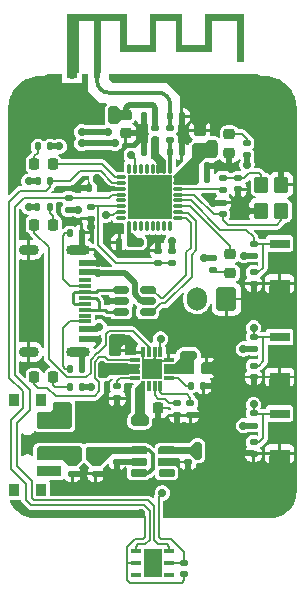
<source format=gtl>
G04 #@! TF.GenerationSoftware,KiCad,Pcbnew,9.0.3*
G04 #@! TF.CreationDate,2025-07-16T17:21:36+12:00*
G04 #@! TF.ProjectId,TempSense,54656d70-5365-46e7-9365-2e6b69636164,rev?*
G04 #@! TF.SameCoordinates,Original*
G04 #@! TF.FileFunction,Copper,L1,Top*
G04 #@! TF.FilePolarity,Positive*
%FSLAX46Y46*%
G04 Gerber Fmt 4.6, Leading zero omitted, Abs format (unit mm)*
G04 Created by KiCad (PCBNEW 9.0.3) date 2025-07-16 17:21:36*
%MOMM*%
%LPD*%
G01*
G04 APERTURE LIST*
G04 Aperture macros list*
%AMRoundRect*
0 Rectangle with rounded corners*
0 $1 Rounding radius*
0 $2 $3 $4 $5 $6 $7 $8 $9 X,Y pos of 4 corners*
0 Add a 4 corners polygon primitive as box body*
4,1,4,$2,$3,$4,$5,$6,$7,$8,$9,$2,$3,0*
0 Add four circle primitives for the rounded corners*
1,1,$1+$1,$2,$3*
1,1,$1+$1,$4,$5*
1,1,$1+$1,$6,$7*
1,1,$1+$1,$8,$9*
0 Add four rect primitives between the rounded corners*
20,1,$1+$1,$2,$3,$4,$5,0*
20,1,$1+$1,$4,$5,$6,$7,0*
20,1,$1+$1,$6,$7,$8,$9,0*
20,1,$1+$1,$8,$9,$2,$3,0*%
G04 Aperture macros list end*
G04 #@! TA.AperFunction,EtchedComponent*
%ADD10C,0.002000*%
G04 #@! TD*
G04 #@! TA.AperFunction,SMDPad,CuDef*
%ADD11RoundRect,0.052500X-0.377500X-0.157500X0.377500X-0.157500X0.377500X0.157500X-0.377500X0.157500X0*%
G04 #@! TD*
G04 #@! TA.AperFunction,SMDPad,CuDef*
%ADD12R,1.500000X2.400000*%
G04 #@! TD*
G04 #@! TA.AperFunction,SMDPad,CuDef*
%ADD13RoundRect,0.218750X0.256250X-0.218750X0.256250X0.218750X-0.256250X0.218750X-0.256250X-0.218750X0*%
G04 #@! TD*
G04 #@! TA.AperFunction,SMDPad,CuDef*
%ADD14RoundRect,0.045000X-0.630000X-0.255000X0.630000X-0.255000X0.630000X0.255000X-0.630000X0.255000X0*%
G04 #@! TD*
G04 #@! TA.AperFunction,SMDPad,CuDef*
%ADD15RoundRect,0.140000X-0.140000X-0.170000X0.140000X-0.170000X0.140000X0.170000X-0.140000X0.170000X0*%
G04 #@! TD*
G04 #@! TA.AperFunction,SMDPad,CuDef*
%ADD16RoundRect,0.140000X-0.170000X0.140000X-0.170000X-0.140000X0.170000X-0.140000X0.170000X0.140000X0*%
G04 #@! TD*
G04 #@! TA.AperFunction,SMDPad,CuDef*
%ADD17R,1.700000X0.800000*%
G04 #@! TD*
G04 #@! TA.AperFunction,SMDPad,CuDef*
%ADD18RoundRect,0.147500X-0.172500X0.147500X-0.172500X-0.147500X0.172500X-0.147500X0.172500X0.147500X0*%
G04 #@! TD*
G04 #@! TA.AperFunction,SMDPad,CuDef*
%ADD19RoundRect,0.135000X0.135000X0.185000X-0.135000X0.185000X-0.135000X-0.185000X0.135000X-0.185000X0*%
G04 #@! TD*
G04 #@! TA.AperFunction,SMDPad,CuDef*
%ADD20RoundRect,0.225000X-0.250000X0.225000X-0.250000X-0.225000X0.250000X-0.225000X0.250000X0.225000X0*%
G04 #@! TD*
G04 #@! TA.AperFunction,SMDPad,CuDef*
%ADD21RoundRect,0.218750X-0.218750X-0.256250X0.218750X-0.256250X0.218750X0.256250X-0.218750X0.256250X0*%
G04 #@! TD*
G04 #@! TA.AperFunction,SMDPad,CuDef*
%ADD22RoundRect,0.135000X-0.135000X-0.185000X0.135000X-0.185000X0.135000X0.185000X-0.135000X0.185000X0*%
G04 #@! TD*
G04 #@! TA.AperFunction,SMDPad,CuDef*
%ADD23RoundRect,0.140000X0.140000X0.170000X-0.140000X0.170000X-0.140000X-0.170000X0.140000X-0.170000X0*%
G04 #@! TD*
G04 #@! TA.AperFunction,SMDPad,CuDef*
%ADD24RoundRect,0.135000X0.185000X-0.135000X0.185000X0.135000X-0.185000X0.135000X-0.185000X-0.135000X0*%
G04 #@! TD*
G04 #@! TA.AperFunction,ComponentPad*
%ADD25C,3.800000*%
G04 #@! TD*
G04 #@! TA.AperFunction,SMDPad,CuDef*
%ADD26RoundRect,0.150000X-0.512500X-0.150000X0.512500X-0.150000X0.512500X0.150000X-0.512500X0.150000X0*%
G04 #@! TD*
G04 #@! TA.AperFunction,SMDPad,CuDef*
%ADD27R,2.000000X0.900000*%
G04 #@! TD*
G04 #@! TA.AperFunction,SMDPad,CuDef*
%ADD28R,0.930000X1.100000*%
G04 #@! TD*
G04 #@! TA.AperFunction,SMDPad,CuDef*
%ADD29RoundRect,0.218750X-0.256250X0.218750X-0.256250X-0.218750X0.256250X-0.218750X0.256250X0.218750X0*%
G04 #@! TD*
G04 #@! TA.AperFunction,SMDPad,CuDef*
%ADD30RoundRect,0.147500X-0.147500X-0.172500X0.147500X-0.172500X0.147500X0.172500X-0.147500X0.172500X0*%
G04 #@! TD*
G04 #@! TA.AperFunction,SMDPad,CuDef*
%ADD31RoundRect,0.135000X-0.185000X0.135000X-0.185000X-0.135000X0.185000X-0.135000X0.185000X0.135000X0*%
G04 #@! TD*
G04 #@! TA.AperFunction,SMDPad,CuDef*
%ADD32RoundRect,0.225000X-0.225000X-0.250000X0.225000X-0.250000X0.225000X0.250000X-0.225000X0.250000X0*%
G04 #@! TD*
G04 #@! TA.AperFunction,SMDPad,CuDef*
%ADD33RoundRect,0.218750X0.218750X0.256250X-0.218750X0.256250X-0.218750X-0.256250X0.218750X-0.256250X0*%
G04 #@! TD*
G04 #@! TA.AperFunction,SMDPad,CuDef*
%ADD34RoundRect,0.140000X0.170000X-0.140000X0.170000X0.140000X-0.170000X0.140000X-0.170000X-0.140000X0*%
G04 #@! TD*
G04 #@! TA.AperFunction,SMDPad,CuDef*
%ADD35RoundRect,0.032500X0.397500X0.097500X-0.397500X0.097500X-0.397500X-0.097500X0.397500X-0.097500X0*%
G04 #@! TD*
G04 #@! TA.AperFunction,SMDPad,CuDef*
%ADD36RoundRect,0.032500X0.097500X0.397500X-0.097500X0.397500X-0.097500X-0.397500X0.097500X-0.397500X0*%
G04 #@! TD*
G04 #@! TA.AperFunction,ComponentPad*
%ADD37C,0.650000*%
G04 #@! TD*
G04 #@! TA.AperFunction,SMDPad,CuDef*
%ADD38R,1.680000X1.680000*%
G04 #@! TD*
G04 #@! TA.AperFunction,SMDPad,CuDef*
%ADD39RoundRect,0.225000X0.250000X-0.225000X0.250000X0.225000X-0.250000X0.225000X-0.250000X-0.225000X0*%
G04 #@! TD*
G04 #@! TA.AperFunction,SMDPad,CuDef*
%ADD40R,1.140000X0.600000*%
G04 #@! TD*
G04 #@! TA.AperFunction,SMDPad,CuDef*
%ADD41R,1.140000X0.300000*%
G04 #@! TD*
G04 #@! TA.AperFunction,ComponentPad*
%ADD42O,2.000000X0.900000*%
G04 #@! TD*
G04 #@! TA.AperFunction,ComponentPad*
%ADD43O,1.700000X0.900000*%
G04 #@! TD*
G04 #@! TA.AperFunction,SMDPad,CuDef*
%ADD44RoundRect,0.147500X0.172500X-0.147500X0.172500X0.147500X-0.172500X0.147500X-0.172500X-0.147500X0*%
G04 #@! TD*
G04 #@! TA.AperFunction,SMDPad,CuDef*
%ADD45RoundRect,0.250000X0.350000X-0.450000X0.350000X0.450000X-0.350000X0.450000X-0.350000X-0.450000X0*%
G04 #@! TD*
G04 #@! TA.AperFunction,SMDPad,CuDef*
%ADD46R,0.500000X0.500000*%
G04 #@! TD*
G04 #@! TA.AperFunction,SMDPad,CuDef*
%ADD47R,0.900000X0.500000*%
G04 #@! TD*
G04 #@! TA.AperFunction,SMDPad,CuDef*
%ADD48RoundRect,0.033750X-0.101250X0.371250X-0.101250X-0.371250X0.101250X-0.371250X0.101250X0.371250X0*%
G04 #@! TD*
G04 #@! TA.AperFunction,SMDPad,CuDef*
%ADD49RoundRect,0.033750X-0.371250X0.101250X-0.371250X-0.101250X0.371250X-0.101250X0.371250X0.101250X0*%
G04 #@! TD*
G04 #@! TA.AperFunction,SMDPad,CuDef*
%ADD50R,3.700000X3.700000*%
G04 #@! TD*
G04 #@! TA.AperFunction,ComponentPad*
%ADD51RoundRect,0.250000X0.600000X0.750000X-0.600000X0.750000X-0.600000X-0.750000X0.600000X-0.750000X0*%
G04 #@! TD*
G04 #@! TA.AperFunction,ComponentPad*
%ADD52O,1.700000X2.000000*%
G04 #@! TD*
G04 #@! TA.AperFunction,ViaPad*
%ADD53C,0.700000*%
G04 #@! TD*
G04 #@! TA.AperFunction,Conductor*
%ADD54C,0.500000*%
G04 #@! TD*
G04 #@! TA.AperFunction,Conductor*
%ADD55C,0.200000*%
G04 #@! TD*
G04 #@! TA.AperFunction,Conductor*
%ADD56C,0.160000*%
G04 #@! TD*
G04 #@! TA.AperFunction,Conductor*
%ADD57C,0.300000*%
G04 #@! TD*
G04 #@! TA.AperFunction,Conductor*
%ADD58C,0.240000*%
G04 #@! TD*
G04 #@! TA.AperFunction,Conductor*
%ADD59C,0.349300*%
G04 #@! TD*
G04 APERTURE END LIST*
D10*
X68750000Y-47562500D02*
X73750000Y-47562500D01*
X73750000Y-47062500D01*
X68750000Y-47062500D01*
X68750000Y-47562500D01*
G04 #@! TA.AperFunction,EtchedComponent*
G36*
X68750000Y-47562500D02*
G01*
X73750000Y-47562500D01*
X73750000Y-47062500D01*
X68750000Y-47062500D01*
X68750000Y-47562500D01*
G37*
G04 #@! TD.AperFunction*
X68750000Y-51962500D02*
X69650000Y-51962500D01*
X69650000Y-47562500D01*
X68750000Y-47562500D01*
X68750000Y-51962500D01*
G04 #@! TA.AperFunction,EtchedComponent*
G36*
X68750000Y-51962500D02*
G01*
X69650000Y-51962500D01*
X69650000Y-47562500D01*
X68750000Y-47562500D01*
X68750000Y-51962500D01*
G37*
G04 #@! TD.AperFunction*
X71050000Y-51962500D02*
X71550000Y-51962500D01*
X71550000Y-47562500D01*
X71050000Y-47562500D01*
X71050000Y-51962500D01*
G04 #@! TA.AperFunction,EtchedComponent*
G36*
X71050000Y-51962500D02*
G01*
X71550000Y-51962500D01*
X71550000Y-47562500D01*
X71050000Y-47562500D01*
X71050000Y-51962500D01*
G37*
G04 #@! TD.AperFunction*
X73250000Y-47562500D02*
X73750000Y-47562500D01*
X73750000Y-50202500D01*
X73250000Y-50202500D01*
X73250000Y-47562500D01*
G04 #@! TA.AperFunction,EtchedComponent*
G36*
X73250000Y-47562500D02*
G01*
X73750000Y-47562500D01*
X73750000Y-50202500D01*
X73250000Y-50202500D01*
X73250000Y-47562500D01*
G37*
G04 #@! TD.AperFunction*
X73750000Y-50202500D02*
X75750000Y-50202500D01*
X75750000Y-49702500D01*
X73750000Y-49702500D01*
X73750000Y-50202500D01*
G04 #@! TA.AperFunction,EtchedComponent*
G36*
X73750000Y-50202500D02*
G01*
X75750000Y-50202500D01*
X75750000Y-49702500D01*
X73750000Y-49702500D01*
X73750000Y-50202500D01*
G37*
G04 #@! TD.AperFunction*
X75750000Y-47562500D02*
X78450000Y-47562500D01*
X78450000Y-47062500D01*
X75750000Y-47062500D01*
X75750000Y-47562500D01*
G04 #@! TA.AperFunction,EtchedComponent*
G36*
X75750000Y-47562500D02*
G01*
X78450000Y-47562500D01*
X78450000Y-47062500D01*
X75750000Y-47062500D01*
X75750000Y-47562500D01*
G37*
G04 #@! TD.AperFunction*
X75750000Y-50202500D02*
X76250000Y-50202500D01*
X76250000Y-47562500D01*
X75750000Y-47562500D01*
X75750000Y-50202500D01*
G04 #@! TA.AperFunction,EtchedComponent*
G36*
X75750000Y-50202500D02*
G01*
X76250000Y-50202500D01*
X76250000Y-47562500D01*
X75750000Y-47562500D01*
X75750000Y-50202500D01*
G37*
G04 #@! TD.AperFunction*
X78450000Y-47562500D02*
X77950000Y-47562500D01*
X77950000Y-50202500D01*
X78450000Y-50202500D01*
X78450000Y-47562500D01*
G04 #@! TA.AperFunction,EtchedComponent*
G36*
X78450000Y-47562500D02*
G01*
X77950000Y-47562500D01*
X77950000Y-50202500D01*
X78450000Y-50202500D01*
X78450000Y-47562500D01*
G37*
G04 #@! TD.AperFunction*
X78450000Y-50202500D02*
X80450000Y-50202500D01*
X80450000Y-49702500D01*
X78450000Y-49702500D01*
X78450000Y-50202500D01*
G04 #@! TA.AperFunction,EtchedComponent*
G36*
X78450000Y-50202500D02*
G01*
X80450000Y-50202500D01*
X80450000Y-49702500D01*
X78450000Y-49702500D01*
X78450000Y-50202500D01*
G37*
G04 #@! TD.AperFunction*
X80450000Y-47562500D02*
X83150000Y-47562500D01*
X83150000Y-47062500D01*
X80450000Y-47062500D01*
X80450000Y-47562500D01*
G04 #@! TA.AperFunction,EtchedComponent*
G36*
X80450000Y-47562500D02*
G01*
X83150000Y-47562500D01*
X83150000Y-47062500D01*
X80450000Y-47062500D01*
X80450000Y-47562500D01*
G37*
G04 #@! TD.AperFunction*
X80450000Y-50202500D02*
X80950000Y-50202500D01*
X80950000Y-47562500D01*
X80450000Y-47562500D01*
X80450000Y-50202500D01*
G04 #@! TA.AperFunction,EtchedComponent*
G36*
X80450000Y-50202500D02*
G01*
X80950000Y-50202500D01*
X80950000Y-47562500D01*
X80450000Y-47562500D01*
X80450000Y-50202500D01*
G37*
G04 #@! TD.AperFunction*
X83150000Y-47062500D02*
X83650000Y-47062500D01*
X83650000Y-51002500D01*
X83150000Y-51002500D01*
X83150000Y-47062500D01*
G04 #@! TA.AperFunction,EtchedComponent*
G36*
X83150000Y-47062500D02*
G01*
X83650000Y-47062500D01*
X83650000Y-51002500D01*
X83150000Y-51002500D01*
X83150000Y-47062500D01*
G37*
G04 #@! TD.AperFunction*
D11*
X74565000Y-92500000D03*
X74565000Y-93500000D03*
X74565000Y-94500000D03*
X77435000Y-94500000D03*
X77435000Y-93500000D03*
X77435000Y-92500000D03*
D12*
X76000000Y-93500000D03*
D13*
X82500000Y-58787500D03*
X82500000Y-57212500D03*
D14*
X74815000Y-83990000D03*
X74815000Y-84940000D03*
X74815000Y-85890000D03*
X77185000Y-85890000D03*
X77185000Y-83990000D03*
D15*
X77500000Y-55700000D03*
X78460000Y-55700000D03*
D16*
X79000000Y-84010000D03*
X79000000Y-84970000D03*
D17*
X86750000Y-66490000D03*
X86750000Y-69890000D03*
D16*
X69200000Y-85020000D03*
X69200000Y-85980000D03*
D18*
X77500000Y-56715000D03*
X77500000Y-57685000D03*
D15*
X79670000Y-60975000D03*
X80630000Y-60975000D03*
D19*
X67317500Y-58250000D03*
X66297500Y-58250000D03*
D16*
X84550000Y-76815000D03*
X84550000Y-77775000D03*
D19*
X70020000Y-65575000D03*
X69000000Y-65575000D03*
D15*
X79670000Y-59875000D03*
X80630000Y-59875000D03*
D20*
X73750000Y-55600000D03*
X73750000Y-57150000D03*
D19*
X70020000Y-77075000D03*
X69000000Y-77075000D03*
D21*
X66000000Y-64875000D03*
X67575000Y-64875000D03*
D22*
X66297500Y-61200000D03*
X67317500Y-61200000D03*
D23*
X74145000Y-66375000D03*
X73185000Y-66375000D03*
X71580000Y-61800000D03*
X70620000Y-61800000D03*
D17*
X86750000Y-74375000D03*
X86750000Y-77775000D03*
D16*
X70750000Y-63400000D03*
X70750000Y-64360000D03*
D24*
X78100000Y-80995000D03*
X78100000Y-79975000D03*
D17*
X86750000Y-80875000D03*
X86750000Y-84275000D03*
D25*
X85500000Y-55000000D03*
D19*
X70020000Y-78600000D03*
X69000000Y-78600000D03*
D24*
X84550000Y-75395000D03*
X84550000Y-74375000D03*
X76500000Y-68110000D03*
X76500000Y-67090000D03*
D26*
X73312500Y-70375000D03*
X73312500Y-71325000D03*
X73312500Y-72275000D03*
X75587500Y-72275000D03*
X75587500Y-71325000D03*
X75587500Y-70375000D03*
D24*
X73000000Y-79595000D03*
X73000000Y-78575000D03*
D27*
X67246800Y-81249900D03*
X67246800Y-84249900D03*
X67246800Y-85749800D03*
D28*
X66535400Y-87300000D03*
X64265400Y-87300000D03*
X64265400Y-79700000D03*
X66535400Y-79700000D03*
D23*
X76230000Y-58690000D03*
X75270000Y-58690000D03*
D16*
X84550000Y-83295000D03*
X84550000Y-84255000D03*
D24*
X79200000Y-80995000D03*
X79200000Y-79975000D03*
D29*
X82600000Y-67402500D03*
X82600000Y-68977500D03*
D30*
X69715000Y-84000000D03*
X70685000Y-84000000D03*
D31*
X84000000Y-57990000D03*
X84000000Y-59010000D03*
D25*
X66500000Y-55000000D03*
D32*
X79025000Y-77010000D03*
X80575000Y-77010000D03*
D15*
X77500000Y-58700000D03*
X78460000Y-58700000D03*
D33*
X67575000Y-59750000D03*
X66000000Y-59750000D03*
D22*
X79290000Y-78500000D03*
X80310000Y-78500000D03*
D31*
X77650000Y-67090000D03*
X77650000Y-68110000D03*
D32*
X74925000Y-80400000D03*
X76475000Y-80400000D03*
D34*
X81950000Y-63980000D03*
X81950000Y-63020000D03*
D22*
X66257500Y-63375000D03*
X67277500Y-63375000D03*
D35*
X77355000Y-77855000D03*
X77355000Y-77355000D03*
X77355000Y-76855000D03*
X77355000Y-76355000D03*
D36*
X76670000Y-75670000D03*
X76170000Y-75670000D03*
X75670000Y-75670000D03*
X75170000Y-75670000D03*
D35*
X74485000Y-76355000D03*
X74485000Y-76855000D03*
X74485000Y-77355000D03*
X74485000Y-77855000D03*
D36*
X75170000Y-78540000D03*
X75670000Y-78540000D03*
X76170000Y-78540000D03*
X76670000Y-78540000D03*
D37*
X76420000Y-77605000D03*
X76420000Y-76605000D03*
X75920000Y-77105000D03*
D38*
X75920000Y-77105000D03*
D37*
X75420000Y-77605000D03*
X75420000Y-76605000D03*
D31*
X81150000Y-67705000D03*
X81150000Y-68725000D03*
D39*
X72800000Y-77105000D03*
X72800000Y-75555000D03*
D24*
X84550000Y-67500000D03*
X84550000Y-66480000D03*
D40*
X70250000Y-68125000D03*
X70250000Y-68925000D03*
D41*
X70250000Y-70075000D03*
X70250000Y-71075000D03*
X70250000Y-71575000D03*
X70250000Y-72575000D03*
D40*
X70250000Y-74525000D03*
X70250000Y-73725000D03*
D41*
X70250000Y-73075000D03*
X70250000Y-72075000D03*
X70250000Y-70575000D03*
X70250000Y-69575000D03*
D42*
X69670000Y-67000000D03*
X69670000Y-75650000D03*
D43*
X65500000Y-67000000D03*
X65500000Y-75650000D03*
D44*
X76230000Y-57675000D03*
X76230000Y-56705000D03*
D24*
X81950000Y-61910000D03*
X81950000Y-60890000D03*
D16*
X73000000Y-83980000D03*
X73000000Y-84940000D03*
D21*
X66000000Y-77775000D03*
X67575000Y-77775000D03*
D24*
X84550000Y-81885000D03*
X84550000Y-80865000D03*
X68900000Y-63620000D03*
X68900000Y-62600000D03*
D16*
X71200000Y-85020000D03*
X71200000Y-85980000D03*
D45*
X86900000Y-63700000D03*
X86900000Y-61500000D03*
X85200000Y-61500000D03*
X85200000Y-63700000D03*
D16*
X84550000Y-68910000D03*
X84550000Y-69870000D03*
D23*
X76230000Y-55690000D03*
X75270000Y-55690000D03*
D46*
X71300000Y-52212500D03*
D47*
X69200000Y-52212500D03*
D39*
X80000000Y-58425000D03*
X80000000Y-56875000D03*
D16*
X83250000Y-60920000D03*
X83250000Y-61880000D03*
X78700000Y-93500000D03*
X78700000Y-94460000D03*
D48*
X77500000Y-60130000D03*
X77000000Y-60130000D03*
X76500000Y-60130000D03*
X76000000Y-60130000D03*
X75500000Y-60130000D03*
X75000000Y-60130000D03*
X74500000Y-60130000D03*
X74000000Y-60130000D03*
D49*
X73305000Y-60825000D03*
X73305000Y-61325000D03*
X73305000Y-61825000D03*
X73305000Y-62325000D03*
X73305000Y-62825000D03*
X73305000Y-63325000D03*
X73305000Y-63825000D03*
X73305000Y-64325000D03*
D48*
X74000000Y-65020000D03*
X74500000Y-65020000D03*
X75000000Y-65020000D03*
X75500000Y-65020000D03*
X76000000Y-65020000D03*
X76500000Y-65020000D03*
X77000000Y-65020000D03*
X77500000Y-65020000D03*
D49*
X78195000Y-64325000D03*
X78195000Y-63825000D03*
X78195000Y-63325000D03*
X78195000Y-62825000D03*
X78195000Y-62325000D03*
X78195000Y-61825000D03*
X78195000Y-61325000D03*
X78195000Y-60825000D03*
D50*
X75750000Y-62575000D03*
D51*
X82250000Y-71170000D03*
D52*
X79750000Y-71170000D03*
D53*
X81100000Y-78500000D03*
X83700000Y-84250000D03*
X81650000Y-77410000D03*
X85000000Y-88750000D03*
X81800000Y-88750000D03*
X65750000Y-73000000D03*
X73000000Y-82500000D03*
X71500000Y-87250000D03*
X79600000Y-55800000D03*
X74550000Y-63750000D03*
X81650000Y-76610000D03*
X78000000Y-73400000D03*
X64750000Y-57750000D03*
X75270000Y-56705000D03*
X70050000Y-85980000D03*
X70750000Y-65100000D03*
X77000000Y-62575000D03*
X73500000Y-52500000D03*
X84550000Y-70715000D03*
X78460000Y-56715000D03*
X69500000Y-53750000D03*
X76475000Y-81465000D03*
X76500000Y-66300000D03*
X82500000Y-59800000D03*
X69500000Y-55750000D03*
X81800000Y-80800000D03*
X73000000Y-85720000D03*
X69200000Y-52212500D03*
X75750000Y-63200000D03*
X81400000Y-59875000D03*
X77000000Y-61300000D03*
X78100000Y-81850000D03*
X71000000Y-82500000D03*
X81150000Y-63020000D03*
X77500000Y-52500000D03*
X86350000Y-78790000D03*
X87150000Y-85290000D03*
X73000000Y-80350000D03*
X86900000Y-60250000D03*
X71400000Y-74600000D03*
X86250000Y-67750000D03*
X72700000Y-74500000D03*
X73450000Y-74500000D03*
X80100000Y-80995000D03*
X72200000Y-71325000D03*
X79000000Y-88750000D03*
X67000000Y-82900000D03*
X78460000Y-57685000D03*
X87250000Y-65250000D03*
X65750000Y-70000000D03*
X72000000Y-85980000D03*
X74550000Y-62550000D03*
X86350000Y-85290000D03*
X81500000Y-52500000D03*
X74500000Y-87250000D03*
X87250000Y-68500000D03*
X71000000Y-80500000D03*
X80400000Y-55800000D03*
X79000000Y-85720000D03*
X74550000Y-61300000D03*
X86350000Y-70915000D03*
X82800000Y-79000000D03*
X71400000Y-68100000D03*
X84550000Y-78600000D03*
X87150000Y-70915000D03*
X75270000Y-57675000D03*
X83250000Y-62600000D03*
X77000000Y-63750000D03*
X69775000Y-61800000D03*
X84050000Y-63700000D03*
X75000000Y-89300000D03*
X75750000Y-61850000D03*
X81600000Y-73400000D03*
X81800000Y-83000000D03*
X73185000Y-67150000D03*
X81800000Y-85200000D03*
X87150000Y-78790000D03*
X68200000Y-87200000D03*
X81600000Y-75000000D03*
X78650000Y-75900000D03*
X77650000Y-66300000D03*
X79425000Y-75900000D03*
X83700000Y-81885000D03*
X71300000Y-60974000D03*
X80350000Y-67700000D03*
X83750000Y-67500000D03*
X72800000Y-58000000D03*
X83700000Y-75395000D03*
X72600000Y-56000000D03*
X74900000Y-66375000D03*
X70000000Y-57000000D03*
X72200000Y-57000000D03*
X84000000Y-59800000D03*
X69700000Y-63620000D03*
X70000000Y-58000000D03*
X81150000Y-58025000D03*
X68090000Y-58250000D03*
X81150000Y-58825000D03*
X76830000Y-87600000D03*
X65500000Y-61200000D03*
X79800000Y-83620000D03*
X79800000Y-84420000D03*
X72600000Y-55200000D03*
X72050000Y-64050000D03*
X84550000Y-80100000D03*
X84550000Y-73600000D03*
X74200000Y-59000000D03*
X71500000Y-73500000D03*
X74550000Y-81565000D03*
X71400000Y-69000000D03*
X75300000Y-81565000D03*
X76675000Y-74550000D03*
X71750000Y-77500000D03*
X67900000Y-80200000D03*
X68800000Y-81800000D03*
X68800000Y-81000000D03*
X70800000Y-78600000D03*
X71750000Y-76750000D03*
X65500000Y-63375000D03*
X68800000Y-80200000D03*
D54*
X78460000Y-57685000D02*
X78460000Y-58700000D01*
X70020000Y-76000000D02*
X69670000Y-75650000D01*
D55*
X76906542Y-76401000D02*
X76624000Y-76401000D01*
D54*
X72000000Y-85980000D02*
X71200000Y-85980000D01*
D55*
X76170000Y-75670000D02*
X76170000Y-76355000D01*
D54*
X84550000Y-77775000D02*
X84550000Y-78600000D01*
D56*
X73854000Y-94954000D02*
X73854000Y-93500000D01*
D54*
X76475000Y-81465000D02*
X76475000Y-80400000D01*
X73000000Y-79595000D02*
X73000000Y-80350000D01*
X83700000Y-84250000D02*
X84545000Y-84250000D01*
X70250000Y-74525000D02*
X71325000Y-74525000D01*
D56*
X75389000Y-89605872D02*
X75389000Y-91311000D01*
D55*
X75216000Y-75716000D02*
X75216000Y-76301000D01*
D54*
X76500000Y-66300000D02*
X76500000Y-67090000D01*
X84545000Y-84250000D02*
X84550000Y-84255000D01*
D55*
X77355000Y-76355000D02*
X76952542Y-76355000D01*
D56*
X74100000Y-95200000D02*
X73854000Y-94954000D01*
D54*
X73750000Y-57150000D02*
X75270000Y-57150000D01*
X81150000Y-63020000D02*
X81950000Y-63020000D01*
X74815000Y-84940000D02*
X73000000Y-84940000D01*
X80310000Y-78500000D02*
X81100000Y-78500000D01*
X78100000Y-80995000D02*
X78100000Y-81850000D01*
D56*
X78700000Y-95000000D02*
X78500000Y-95200000D01*
X78500000Y-95200000D02*
X74100000Y-95200000D01*
D54*
X70750000Y-65100000D02*
X70750000Y-64360000D01*
X82500000Y-58787500D02*
X82500000Y-59800000D01*
X71400000Y-68100000D02*
X70275000Y-68100000D01*
X73185000Y-67150000D02*
X73185000Y-66375000D01*
D56*
X75200000Y-91500000D02*
X74500000Y-91500000D01*
D55*
X76624000Y-76401000D02*
X76420000Y-76605000D01*
D54*
X79200000Y-80995000D02*
X80100000Y-80995000D01*
X84050000Y-63700000D02*
X85200000Y-63700000D01*
X75270000Y-56705000D02*
X75270000Y-57150000D01*
X72200000Y-71325000D02*
X73312500Y-71325000D01*
X70020000Y-65575000D02*
X70020000Y-66650000D01*
X69775000Y-61800000D02*
X70620000Y-61800000D01*
D56*
X78700000Y-94460000D02*
X78700000Y-95000000D01*
D54*
X71325000Y-74525000D02*
X71400000Y-74600000D01*
X86900000Y-61500000D02*
X86900000Y-60250000D01*
D56*
X75000000Y-89300000D02*
X75083128Y-89300000D01*
X74500000Y-91500000D02*
X73854000Y-92146000D01*
D54*
X80630000Y-60975000D02*
X80630000Y-59875000D01*
X84550000Y-69870000D02*
X84550000Y-70715000D01*
X79000000Y-84970000D02*
X79000000Y-85720000D01*
X83250000Y-62600000D02*
X83250000Y-61880000D01*
D55*
X75170000Y-75670000D02*
X75216000Y-75716000D01*
D54*
X70275000Y-68100000D02*
X70250000Y-68125000D01*
X75270000Y-56705000D02*
X75270000Y-55690000D01*
X70020000Y-66650000D02*
X69670000Y-67000000D01*
D55*
X75216000Y-76301000D02*
X75520000Y-76605000D01*
D54*
X75270000Y-57150000D02*
X75270000Y-57675000D01*
X70050000Y-85980000D02*
X69200000Y-85980000D01*
X78460000Y-56715000D02*
X78460000Y-55700000D01*
D56*
X75083128Y-89300000D02*
X75389000Y-89605872D01*
D54*
X78460000Y-56715000D02*
X78460000Y-57685000D01*
D55*
X76170000Y-76355000D02*
X76420000Y-76605000D01*
D56*
X73854000Y-93500000D02*
X74565000Y-93500000D01*
D55*
X76952542Y-76355000D02*
X76906542Y-76401000D01*
D56*
X75389000Y-91311000D02*
X75200000Y-91500000D01*
D54*
X81400000Y-59875000D02*
X80630000Y-59875000D01*
X75270000Y-57675000D02*
X75270000Y-58690000D01*
X70020000Y-77075000D02*
X70020000Y-76000000D01*
D56*
X73854000Y-92146000D02*
X73854000Y-93500000D01*
D54*
X73000000Y-85720000D02*
X73000000Y-84940000D01*
X77650000Y-66300000D02*
X77650000Y-67090000D01*
X83700000Y-75395000D02*
X84550000Y-75395000D01*
X80350000Y-67700000D02*
X81200000Y-67700000D01*
X76000000Y-54750000D02*
X74000000Y-54750000D01*
X73750000Y-55000000D02*
X73750000Y-55600000D01*
D56*
X76511000Y-91311000D02*
X76700000Y-91500000D01*
D54*
X65500000Y-61200000D02*
X66240000Y-61200000D01*
X70000000Y-58000000D02*
X72800000Y-58000000D01*
D56*
X76830000Y-87600000D02*
X76511000Y-87919000D01*
D54*
X74000000Y-54750000D02*
X73750000Y-55000000D01*
D56*
X78700000Y-93500000D02*
X77435000Y-93500000D01*
D54*
X70000000Y-57000000D02*
X72200000Y-57000000D01*
X67317500Y-58250000D02*
X68090000Y-58250000D01*
X76230000Y-54980000D02*
X76000000Y-54750000D01*
D56*
X76700000Y-91500000D02*
X77600000Y-91500000D01*
D54*
X83750000Y-67500000D02*
X84550000Y-67500000D01*
X76230000Y-55690000D02*
X76230000Y-54980000D01*
X84000000Y-59010000D02*
X84000000Y-59800000D01*
X83700000Y-81885000D02*
X84550000Y-81885000D01*
X76230000Y-55690000D02*
X76230000Y-56705000D01*
D56*
X76511000Y-87919000D02*
X76511000Y-91311000D01*
D54*
X69700000Y-63620000D02*
X68900000Y-63620000D01*
D56*
X78700000Y-92600000D02*
X78700000Y-93500000D01*
X77600000Y-91500000D02*
X78700000Y-92600000D01*
D55*
X85000000Y-60500000D02*
X85200000Y-60700000D01*
X81950000Y-60890000D02*
X83220000Y-60890000D01*
X83220000Y-60890000D02*
X83250000Y-60920000D01*
X83250000Y-60920000D02*
X83780000Y-60920000D01*
X83780000Y-60920000D02*
X84200000Y-60500000D01*
X85200000Y-60700000D02*
X85200000Y-61500000D01*
X84200000Y-60500000D02*
X85000000Y-60500000D01*
D57*
X77500000Y-60130000D02*
X77500000Y-58700000D01*
X77500000Y-58700000D02*
X77500000Y-57685000D01*
D56*
X73305000Y-63325000D02*
X70975000Y-63325000D01*
X76500000Y-68110000D02*
X72910000Y-68110000D01*
X71400000Y-66600000D02*
X71400000Y-63325000D01*
D55*
X77650000Y-68110000D02*
X76500000Y-68110000D01*
D56*
X70975000Y-63325000D02*
X70900000Y-63400000D01*
X72910000Y-68110000D02*
X71400000Y-66600000D01*
D55*
X72050000Y-64050000D02*
X72633158Y-64050000D01*
X72633158Y-64050000D02*
X72794158Y-63889000D01*
X84550000Y-80865000D02*
X84550000Y-80100000D01*
X72794158Y-63889000D02*
X73241000Y-63889000D01*
X84560000Y-80875000D02*
X84550000Y-80865000D01*
X86750000Y-80875000D02*
X85181000Y-80875000D01*
X85350000Y-80875000D02*
X84560000Y-80875000D01*
X85350000Y-82947500D02*
X85350000Y-80875000D01*
X85002500Y-83295000D02*
X85350000Y-82947500D01*
X84550000Y-83295000D02*
X85002500Y-83295000D01*
X73241000Y-63889000D02*
X73305000Y-63825000D01*
X85350000Y-76450000D02*
X85350000Y-74425000D01*
X74200000Y-59000000D02*
X74500000Y-59300000D01*
X85350000Y-74425000D02*
X85400000Y-74375000D01*
X84550000Y-76815000D02*
X84985000Y-76815000D01*
X84985000Y-76815000D02*
X85350000Y-76450000D01*
X84550000Y-74375000D02*
X84550000Y-73600000D01*
X84550000Y-74375000D02*
X85400000Y-74375000D01*
X85400000Y-74375000D02*
X86750000Y-74375000D01*
X74500000Y-59300000D02*
X74500000Y-60130000D01*
X84550000Y-66480000D02*
X85300000Y-66480000D01*
X84550000Y-68910000D02*
X84965000Y-68910000D01*
D56*
X83950000Y-65300000D02*
X84550000Y-65900000D01*
X79275000Y-62825000D02*
X81750000Y-65300000D01*
D55*
X85350000Y-66530000D02*
X85300000Y-66480000D01*
D56*
X81750000Y-65300000D02*
X83950000Y-65300000D01*
D55*
X85350000Y-68525000D02*
X85350000Y-66530000D01*
D56*
X84550000Y-65900000D02*
X84550000Y-66480000D01*
D55*
X84965000Y-68910000D02*
X85350000Y-68525000D01*
X85300000Y-66480000D02*
X86740000Y-66480000D01*
D56*
X78195000Y-62825000D02*
X79275000Y-62825000D01*
D55*
X86740000Y-66480000D02*
X86750000Y-66490000D01*
D54*
X73700000Y-69000000D02*
X74474000Y-69774000D01*
X75020900Y-71325000D02*
X75587500Y-71325000D01*
X71400000Y-69000000D02*
X71325000Y-68925000D01*
X74474000Y-69774000D02*
X74474000Y-70778100D01*
X71400000Y-69000000D02*
X73700000Y-69000000D01*
X71275000Y-73725000D02*
X70250000Y-73725000D01*
X74474000Y-70778100D02*
X75020900Y-71325000D01*
X70275000Y-73700000D02*
X70250000Y-73725000D01*
X71500000Y-73500000D02*
X71275000Y-73725000D01*
X71325000Y-68925000D02*
X70250000Y-68925000D01*
X70800000Y-78600000D02*
X70020000Y-78600000D01*
D55*
X76670000Y-74555000D02*
X76675000Y-74550000D01*
D54*
X65500000Y-63375000D02*
X66257500Y-63375000D01*
D55*
X76670000Y-75670000D02*
X76670000Y-74555000D01*
D57*
X75655000Y-85890000D02*
X76000000Y-85545000D01*
X76000000Y-84320000D02*
X75670000Y-83990000D01*
X74815000Y-85890000D02*
X75655000Y-85890000D01*
X76000000Y-85545000D02*
X76000000Y-84320000D01*
X75670000Y-83990000D02*
X74815000Y-83990000D01*
D56*
X71100000Y-79400000D02*
X67800000Y-79400000D01*
X67100000Y-78700000D02*
X66300000Y-78700000D01*
X71500000Y-79000000D02*
X71100000Y-79400000D01*
X72011369Y-76119000D02*
X71488631Y-76119000D01*
X66300000Y-78700000D02*
X66000000Y-78400000D01*
X66000000Y-78400000D02*
X66000000Y-77775000D01*
X72217369Y-76325000D02*
X72011369Y-76119000D01*
X71119000Y-76488631D02*
X71119000Y-77819000D01*
X74455000Y-76325000D02*
X72217369Y-76325000D01*
X71500000Y-78200000D02*
X71500000Y-79000000D01*
X71488631Y-76119000D02*
X71119000Y-76488631D01*
X67800000Y-79400000D02*
X67100000Y-78700000D01*
X71119000Y-77819000D02*
X71500000Y-78200000D01*
X74485000Y-76355000D02*
X74455000Y-76325000D01*
X75670000Y-75670000D02*
X75670000Y-75230744D01*
X71342000Y-75758000D02*
X71339099Y-75758000D01*
X74308256Y-73869000D02*
X72331000Y-73869000D01*
X67200000Y-66800000D02*
X66000000Y-65600000D01*
X68787814Y-77800000D02*
X67200000Y-76212186D01*
X67200000Y-76212186D02*
X67200000Y-66800000D01*
X72331000Y-73869000D02*
X72031000Y-74169000D01*
X72031000Y-74169000D02*
X72031000Y-75069000D01*
X66000000Y-65600000D02*
X66000000Y-64875000D01*
X70758000Y-77442000D02*
X70400000Y-77800000D01*
X71339099Y-75758000D02*
X70758000Y-76339100D01*
X75670000Y-75230744D02*
X74308256Y-73869000D01*
X70400000Y-77800000D02*
X68787814Y-77800000D01*
X70758000Y-76339100D02*
X70758000Y-77442000D01*
X72031000Y-75069000D02*
X71342000Y-75758000D01*
D55*
X67575000Y-59750000D02*
X71750000Y-59750000D01*
X71750000Y-59750000D02*
X72825000Y-60825000D01*
X72825000Y-60825000D02*
X73305000Y-60825000D01*
D56*
X79213815Y-63325000D02*
X82600000Y-66711185D01*
X82600000Y-66711185D02*
X82600000Y-67402500D01*
X78195000Y-63325000D02*
X79213815Y-63325000D01*
X68975000Y-73075000D02*
X68389000Y-73661000D01*
X70250000Y-73075000D02*
X68975000Y-73075000D01*
X68389000Y-73661000D02*
X68389000Y-76839000D01*
X68625000Y-77075000D02*
X69000000Y-77075000D01*
X68389000Y-76839000D02*
X68625000Y-77075000D01*
D58*
X71450000Y-72075000D02*
X71450000Y-71350000D01*
X71450000Y-71350000D02*
X71175000Y-71075000D01*
X71975000Y-72075000D02*
X71325000Y-72075000D01*
X70250000Y-72075000D02*
X71325000Y-72075000D01*
X73312500Y-72275000D02*
X72175000Y-72275000D01*
X71175000Y-71075000D02*
X70250000Y-71075000D01*
X72175000Y-72275000D02*
X71975000Y-72075000D01*
D56*
X68389000Y-65811000D02*
X68625000Y-65575000D01*
X69025000Y-70075000D02*
X68389000Y-69439000D01*
X68625000Y-65575000D02*
X69000000Y-65575000D01*
X70250000Y-70075000D02*
X69025000Y-70075000D01*
X68389000Y-69439000D02*
X68389000Y-65811000D01*
D58*
X71400000Y-70375000D02*
X73312500Y-70375000D01*
X69250000Y-70713000D02*
X69250000Y-71437000D01*
X70250000Y-70575000D02*
X69388000Y-70575000D01*
X71200000Y-70575000D02*
X71400000Y-70375000D01*
X69250000Y-71437000D02*
X69388000Y-71575000D01*
X69388000Y-70575000D02*
X69250000Y-70713000D01*
X69388000Y-71575000D02*
X70250000Y-71575000D01*
X70250000Y-70575000D02*
X71200000Y-70575000D01*
D55*
X81865000Y-61825000D02*
X81950000Y-61910000D01*
X78195000Y-61825000D02*
X81865000Y-61825000D01*
D56*
X65789400Y-88035200D02*
X65954200Y-88200000D01*
X65954200Y-88200000D02*
X75650000Y-88200000D01*
X72575000Y-62325000D02*
X72300000Y-62600000D01*
X77435000Y-92135000D02*
X77435000Y-92500000D01*
X64500000Y-81700000D02*
X64500000Y-85300000D01*
X65600000Y-80600000D02*
X64500000Y-81700000D01*
X76500000Y-91900000D02*
X77200000Y-91900000D01*
X77200000Y-91900000D02*
X77435000Y-92135000D01*
X73305000Y-62325000D02*
X72575000Y-62325000D01*
X64500000Y-85300000D02*
X65789400Y-86589400D01*
X75650000Y-88200000D02*
X76150000Y-88700000D01*
X68900000Y-62600000D02*
X65100000Y-62600000D01*
X64350000Y-63350000D02*
X64350000Y-77600000D01*
X65789400Y-86589400D02*
X65789400Y-88035200D01*
X76150000Y-88700000D02*
X76150000Y-91550000D01*
X65600000Y-78850000D02*
X65600000Y-80600000D01*
X72300000Y-62600000D02*
X68900000Y-62600000D01*
X64350000Y-77600000D02*
X65600000Y-78850000D01*
X65100000Y-62600000D02*
X64350000Y-63350000D01*
X76150000Y-91550000D02*
X76500000Y-91900000D01*
X75725942Y-89025942D02*
X75750000Y-89050000D01*
X65250000Y-88150000D02*
X65750000Y-88650000D01*
X65011400Y-78961400D02*
X65011400Y-80388600D01*
X75750000Y-89050000D02*
X75750000Y-91550000D01*
X74565000Y-92137633D02*
X74565000Y-92500000D01*
X65250000Y-86825000D02*
X65250000Y-88150000D01*
X71594000Y-60344000D02*
X69856000Y-60344000D01*
X74802633Y-91900000D02*
X74565000Y-92137633D01*
X67000000Y-62000000D02*
X64800000Y-62000000D01*
X69856000Y-60344000D02*
X69000000Y-61200000D01*
X65750000Y-88650000D02*
X75350000Y-88650000D01*
X75725942Y-89024528D02*
X75725942Y-89025942D01*
X75400000Y-91900000D02*
X74802633Y-91900000D01*
X63881000Y-62919000D02*
X63881000Y-77831000D01*
X64800000Y-62000000D02*
X63881000Y-62919000D01*
X67317500Y-61682500D02*
X67000000Y-62000000D01*
X75385601Y-88684187D02*
X75725942Y-89024528D01*
X64000000Y-81400000D02*
X64000000Y-85575000D01*
X63881000Y-77831000D02*
X65011400Y-78961400D01*
X69000000Y-61200000D02*
X67317500Y-61200000D01*
X75384187Y-88684187D02*
X75385601Y-88684187D01*
X65011400Y-80388600D02*
X64000000Y-81400000D01*
X72575000Y-61325000D02*
X71594000Y-60344000D01*
X75750000Y-91550000D02*
X75400000Y-91900000D01*
X67317500Y-61200000D02*
X67317500Y-61682500D01*
X73305000Y-61325000D02*
X72575000Y-61325000D01*
X75350000Y-88650000D02*
X75384187Y-88684187D01*
X64000000Y-85575000D02*
X65250000Y-86825000D01*
X78800000Y-78500000D02*
X79290000Y-78500000D01*
X78155000Y-77855000D02*
X78800000Y-78500000D01*
X77355000Y-77855000D02*
X78155000Y-77855000D01*
X73250000Y-77900000D02*
X73000000Y-78150000D01*
X73000000Y-78150000D02*
X73000000Y-78575000D01*
X74485000Y-77855000D02*
X74440000Y-77900000D01*
X74440000Y-77900000D02*
X73250000Y-77900000D01*
X76670000Y-79070000D02*
X76839000Y-79239000D01*
X76670000Y-78540000D02*
X76670000Y-79070000D01*
X76839000Y-79239000D02*
X78889000Y-79239000D01*
X79200000Y-79550000D02*
X79200000Y-79975000D01*
X78889000Y-79239000D02*
X79200000Y-79550000D01*
X76170000Y-78540000D02*
X76170000Y-79270000D01*
X76500000Y-79600000D02*
X77050000Y-79600000D01*
X76170000Y-79270000D02*
X76500000Y-79600000D01*
X77425000Y-79975000D02*
X78100000Y-79975000D01*
X77050000Y-79600000D02*
X77425000Y-79975000D01*
D55*
X76855543Y-71100000D02*
X76675000Y-71100000D01*
X78195000Y-64325000D02*
X78465000Y-64325000D01*
X79225000Y-64727444D02*
X79225000Y-66856802D01*
X78490000Y-64300000D02*
X78797556Y-64300000D01*
X78850000Y-67231802D02*
X78850000Y-69105543D01*
X78850000Y-69105543D02*
X76855543Y-71100000D01*
X76675000Y-71100000D02*
X75950000Y-70375000D01*
X78797556Y-64300000D02*
X79225000Y-64727444D01*
X79225000Y-66856802D02*
X78850000Y-67231802D01*
X78465000Y-64325000D02*
X78490000Y-64300000D01*
X75950000Y-70375000D02*
X75587500Y-70375000D01*
X75750000Y-70375000D02*
X75387500Y-70375000D01*
X77041939Y-71550000D02*
X76675000Y-71550000D01*
X79300000Y-69291939D02*
X77041939Y-71550000D01*
X78465000Y-63825000D02*
X78490000Y-63850000D01*
X79675000Y-67043198D02*
X79300000Y-67418198D01*
X78195000Y-63825000D02*
X78465000Y-63825000D01*
X79300000Y-67418198D02*
X79300000Y-69291939D01*
X76675000Y-71550000D02*
X75950000Y-72275000D01*
X75950000Y-72275000D02*
X75587500Y-72275000D01*
X78983952Y-63850000D02*
X79675000Y-64541048D01*
X75750000Y-72275000D02*
X75387500Y-72275000D01*
X78490000Y-63850000D02*
X78983952Y-63850000D01*
X79675000Y-64541048D02*
X79675000Y-67043198D01*
X69000000Y-78600000D02*
X67750000Y-78600000D01*
X67750000Y-78600000D02*
X67575000Y-78425000D01*
X67575000Y-78425000D02*
X67575000Y-77775000D01*
X67575000Y-64175000D02*
X67277500Y-63877500D01*
X67277500Y-63877500D02*
X67277500Y-63375000D01*
X67575000Y-64875000D02*
X67575000Y-64175000D01*
D59*
X71300000Y-52700000D02*
X71300000Y-52314500D01*
X76500000Y-53700000D02*
X72300000Y-53700000D01*
D57*
X77500000Y-56715000D02*
X77500000Y-55700000D01*
D59*
X77500000Y-55700000D02*
X77500000Y-54700000D01*
X76500000Y-53700000D02*
G75*
G02*
X77500000Y-54700000I0J-1000000D01*
G01*
X72300000Y-53700000D02*
G75*
G02*
X71300000Y-52700000I0J1000000D01*
G01*
D55*
X86900000Y-63700000D02*
X86900000Y-64500000D01*
X86900000Y-64500000D02*
X86500000Y-64900000D01*
X79525000Y-62325000D02*
X81180000Y-63980000D01*
X81180000Y-63980000D02*
X81950000Y-63980000D01*
X82400000Y-64900000D02*
X81950000Y-64450000D01*
X81950000Y-64450000D02*
X81950000Y-63980000D01*
X78195000Y-62325000D02*
X79525000Y-62325000D01*
X86500000Y-64900000D02*
X82400000Y-64900000D01*
X83612500Y-57212500D02*
X84000000Y-57600000D01*
X84000000Y-57600000D02*
X84000000Y-57990000D01*
X82500000Y-57212500D02*
X83612500Y-57212500D01*
X66000000Y-59075000D02*
X66000000Y-59750000D01*
X66297500Y-58250000D02*
X66297500Y-58777500D01*
X66297500Y-58777500D02*
X66000000Y-59075000D01*
X81325000Y-68900000D02*
X82522500Y-68900000D01*
X82522500Y-68900000D02*
X82600000Y-68977500D01*
X81150000Y-68725000D02*
X81325000Y-68900000D01*
G04 #@! TA.AperFunction,Conductor*
G36*
X81315677Y-57694685D02*
G01*
X81336319Y-57711319D01*
X81463681Y-57838681D01*
X81497166Y-57900004D01*
X81500000Y-57926362D01*
X81500000Y-58948638D01*
X81491355Y-58978078D01*
X81484832Y-59008065D01*
X81481077Y-59013080D01*
X81480315Y-59015677D01*
X81463685Y-59036314D01*
X81336439Y-59163561D01*
X81275116Y-59197045D01*
X81248469Y-59199879D01*
X80424045Y-59197957D01*
X79950000Y-59731257D01*
X79950000Y-61198638D01*
X79930315Y-61265677D01*
X79913681Y-61286319D01*
X79736208Y-61463791D01*
X79674885Y-61497276D01*
X79648795Y-61500110D01*
X78665843Y-61502238D01*
X78641385Y-61499856D01*
X78602048Y-61492031D01*
X78589320Y-61489500D01*
X77924500Y-61489500D01*
X77857461Y-61469815D01*
X77811706Y-61417011D01*
X77800500Y-61365500D01*
X77800500Y-60731138D01*
X77820185Y-60664099D01*
X77840095Y-60640300D01*
X79325000Y-59260800D01*
X79325000Y-58251362D01*
X79344685Y-58184323D01*
X79361319Y-58163681D01*
X79538681Y-57986319D01*
X79600004Y-57952834D01*
X79626362Y-57950000D01*
X80549998Y-57950000D01*
X80550000Y-57950000D01*
X80737791Y-57720476D01*
X80795477Y-57681058D01*
X80833761Y-57675000D01*
X81248638Y-57675000D01*
X81315677Y-57694685D01*
G37*
G04 #@! TD.AperFunction*
G04 #@! TA.AperFunction,Conductor*
G36*
X75650000Y-58000000D02*
G01*
X74900000Y-58000000D01*
X74700000Y-57800000D01*
X74700000Y-56550000D01*
X74850000Y-56350000D01*
X75650000Y-56350000D01*
X75650000Y-58000000D01*
G37*
G04 #@! TD.AperFunction*
G04 #@! TA.AperFunction,Conductor*
G36*
X87600000Y-85375000D02*
G01*
X87300000Y-85675000D01*
X86200000Y-85675000D01*
X85900000Y-85375000D01*
X85900000Y-84475000D01*
X87600000Y-84475000D01*
X87600000Y-85375000D01*
G37*
G04 #@! TD.AperFunction*
G04 #@! TA.AperFunction,Conductor*
G36*
X71917357Y-76421674D02*
G01*
X71992911Y-76497228D01*
X71992913Y-76497231D01*
X72045138Y-76549456D01*
X72054348Y-76554773D01*
X72060599Y-76560649D01*
X72062242Y-76562242D01*
X72100000Y-76600000D01*
X72150172Y-76600000D01*
X72169326Y-76602522D01*
X72180439Y-76605500D01*
X72180440Y-76605500D01*
X72180441Y-76605500D01*
X73874643Y-76605500D01*
X73915755Y-76617971D01*
X73919515Y-76620483D01*
X73919516Y-76620484D01*
X73996588Y-76671981D01*
X74064551Y-76685500D01*
X74805500Y-76685499D01*
X74857826Y-76707173D01*
X74879500Y-76759499D01*
X74879500Y-77450500D01*
X74857826Y-77502826D01*
X74805500Y-77524500D01*
X74064553Y-77524500D01*
X73996587Y-77538019D01*
X73922490Y-77587529D01*
X73881378Y-77600000D01*
X72300000Y-77600000D01*
X72071674Y-77828326D01*
X72019348Y-77850000D01*
X71630652Y-77850000D01*
X71578326Y-77828326D01*
X71421674Y-77671674D01*
X71400000Y-77619348D01*
X71400000Y-76634969D01*
X71421674Y-76582643D01*
X71582644Y-76421674D01*
X71634970Y-76400000D01*
X71865031Y-76400000D01*
X71917357Y-76421674D01*
G37*
G04 #@! TD.AperFunction*
G04 #@! TA.AperFunction,Conductor*
G36*
X73800000Y-74300000D02*
G01*
X73800000Y-74700000D01*
X73300000Y-75200000D01*
X73300000Y-75900000D01*
X73200000Y-76000000D01*
X72500000Y-76000000D01*
X72350000Y-75850000D01*
X72350000Y-74750000D01*
X72350000Y-74300000D01*
X72500000Y-74150000D01*
X73659375Y-74150000D01*
X73800000Y-74300000D01*
G37*
G04 #@! TD.AperFunction*
G04 #@! TA.AperFunction,Conductor*
G36*
X87600000Y-71000000D02*
G01*
X87300000Y-71300000D01*
X86200000Y-71300000D01*
X85900000Y-71000000D01*
X85900000Y-70100000D01*
X87600000Y-70100000D01*
X87600000Y-71000000D01*
G37*
G04 #@! TD.AperFunction*
G04 #@! TA.AperFunction,Conductor*
G36*
X76465677Y-57419685D02*
G01*
X76486319Y-57436319D01*
X76513681Y-57463681D01*
X76547166Y-57525004D01*
X76550000Y-57551362D01*
X76550000Y-58900000D01*
X77109608Y-59416561D01*
X77145516Y-59476495D01*
X77149500Y-59507675D01*
X77149500Y-60180438D01*
X77150000Y-60188068D01*
X77150000Y-60400500D01*
X77130315Y-60467539D01*
X77077511Y-60513294D01*
X77026000Y-60524500D01*
X76459500Y-60524500D01*
X76392461Y-60504815D01*
X76346706Y-60452011D01*
X76335500Y-60400500D01*
X76335500Y-59735677D01*
X76321908Y-59667349D01*
X76270135Y-59589865D01*
X76249999Y-59576411D01*
X76192650Y-59538092D01*
X76192649Y-59538091D01*
X76189068Y-59535699D01*
X76170277Y-59520277D01*
X75936319Y-59286319D01*
X75902834Y-59224996D01*
X75900000Y-59198638D01*
X75900000Y-57551362D01*
X75908644Y-57521921D01*
X75915168Y-57491935D01*
X75918922Y-57486919D01*
X75919685Y-57484323D01*
X75936319Y-57463681D01*
X75963681Y-57436319D01*
X76025004Y-57402834D01*
X76051362Y-57400000D01*
X76398638Y-57400000D01*
X76465677Y-57419685D01*
G37*
G04 #@! TD.AperFunction*
G04 #@! TA.AperFunction,Conductor*
G36*
X69921674Y-83671674D02*
G01*
X70028326Y-83778326D01*
X70050000Y-83830652D01*
X70050000Y-84719348D01*
X70028326Y-84771674D01*
X69521674Y-85278326D01*
X69469348Y-85300000D01*
X68930652Y-85300000D01*
X68878326Y-85278326D01*
X68400000Y-84800000D01*
X66330652Y-84800000D01*
X66278326Y-84778326D01*
X66221674Y-84721674D01*
X66200000Y-84669348D01*
X66200000Y-83830652D01*
X66221674Y-83778326D01*
X66328326Y-83671674D01*
X66380652Y-83650000D01*
X69869348Y-83650000D01*
X69921674Y-83671674D01*
G37*
G04 #@! TD.AperFunction*
G04 #@! TA.AperFunction,Conductor*
G36*
X71493491Y-60644185D02*
G01*
X71514133Y-60660819D01*
X71624113Y-60770799D01*
X71636259Y-60784923D01*
X72200000Y-61550000D01*
X72370486Y-61550000D01*
X72432483Y-61566611D01*
X72466731Y-61586384D01*
X72538072Y-61605500D01*
X72742763Y-61605500D01*
X72751448Y-61608050D01*
X72760410Y-61606762D01*
X72804183Y-61623535D01*
X72809802Y-61625185D01*
X72810454Y-61625938D01*
X72811652Y-61626397D01*
X72842348Y-61646907D01*
X72842349Y-61646907D01*
X72842350Y-61646908D01*
X72842353Y-61646909D01*
X72910677Y-61660500D01*
X73575500Y-61660500D01*
X73584185Y-61663050D01*
X73593147Y-61661762D01*
X73617187Y-61672740D01*
X73642539Y-61680185D01*
X73648466Y-61687025D01*
X73656703Y-61690787D01*
X73670992Y-61713021D01*
X73688294Y-61732989D01*
X73690581Y-61743503D01*
X73694477Y-61749565D01*
X73699500Y-61784500D01*
X73699500Y-61865500D01*
X73679815Y-61932539D01*
X73627011Y-61978294D01*
X73575500Y-61989500D01*
X72910678Y-61989500D01*
X72842353Y-62003090D01*
X72842348Y-62003092D01*
X72811652Y-62023603D01*
X72801953Y-62026639D01*
X72794274Y-62033294D01*
X72769174Y-62036902D01*
X72744975Y-62044480D01*
X72742763Y-62044500D01*
X72538072Y-62044500D01*
X72484566Y-62058837D01*
X72466730Y-62063616D01*
X72444661Y-62076357D01*
X72432483Y-62083388D01*
X72370486Y-62100000D01*
X71424000Y-62100000D01*
X71356961Y-62080315D01*
X71311206Y-62027511D01*
X71300000Y-61976000D01*
X71300000Y-61500000D01*
X70986319Y-61186319D01*
X70971615Y-61159391D01*
X70955023Y-61133573D01*
X70954131Y-61127372D01*
X70952834Y-61124996D01*
X70950000Y-61098638D01*
X70950000Y-60851362D01*
X70969685Y-60784323D01*
X70986319Y-60763681D01*
X71089181Y-60660819D01*
X71150504Y-60627334D01*
X71176862Y-60624500D01*
X71426452Y-60624500D01*
X71493491Y-60644185D01*
G37*
G04 #@! TD.AperFunction*
G04 #@! TA.AperFunction,Conductor*
G36*
X82025000Y-76460000D02*
G01*
X82025000Y-77560000D01*
X81825000Y-77760000D01*
X81275000Y-77760000D01*
X80975000Y-77510000D01*
X80275000Y-77510000D01*
X80125000Y-77360000D01*
X80125000Y-76660000D01*
X80275000Y-76510000D01*
X80975000Y-76510000D01*
X81275000Y-76260000D01*
X81825000Y-76260000D01*
X82025000Y-76460000D01*
G37*
G04 #@! TD.AperFunction*
G04 #@! TA.AperFunction,Conductor*
G36*
X75282539Y-78165185D02*
G01*
X75328294Y-78217989D01*
X75339500Y-78269500D01*
X75339500Y-78960445D01*
X75339501Y-78960448D01*
X75353019Y-79028412D01*
X75370527Y-79054615D01*
X75391403Y-79121292D01*
X75391417Y-79124673D01*
X75374999Y-80864997D01*
X75375000Y-80864999D01*
X75375000Y-80865000D01*
X75375001Y-80865001D01*
X75638681Y-81128681D01*
X75672166Y-81190004D01*
X75675000Y-81216362D01*
X75675000Y-81663638D01*
X75666355Y-81693078D01*
X75659832Y-81723065D01*
X75656077Y-81728080D01*
X75655315Y-81730677D01*
X75638681Y-81751319D01*
X75511319Y-81878681D01*
X75449996Y-81912166D01*
X75423638Y-81915000D01*
X74426362Y-81915000D01*
X74359323Y-81895315D01*
X74338681Y-81878681D01*
X74211319Y-81751319D01*
X74177834Y-81689996D01*
X74175000Y-81663638D01*
X74175000Y-81216362D01*
X74194685Y-81149323D01*
X74211319Y-81128681D01*
X74475000Y-80865000D01*
X74499412Y-78765512D01*
X74519875Y-78698709D01*
X74535718Y-78679281D01*
X74900000Y-78315000D01*
X75033181Y-78181819D01*
X75060108Y-78167115D01*
X75085927Y-78150523D01*
X75092127Y-78149631D01*
X75094504Y-78148334D01*
X75120862Y-78145500D01*
X75215500Y-78145500D01*
X75282539Y-78165185D01*
G37*
G04 #@! TD.AperFunction*
G04 #@! TA.AperFunction,Conductor*
G36*
X87600000Y-78875000D02*
G01*
X87300000Y-79175000D01*
X86200000Y-79175000D01*
X85900000Y-78875000D01*
X85900000Y-77975000D01*
X87600000Y-77975000D01*
X87600000Y-78875000D01*
G37*
G04 #@! TD.AperFunction*
G04 #@! TA.AperFunction,Conductor*
G36*
X64844777Y-88164254D02*
G01*
X64870307Y-88203108D01*
X64895430Y-88296866D01*
X64904018Y-88311740D01*
X64945524Y-88383632D01*
X65445524Y-88883632D01*
X65516368Y-88954476D01*
X65603133Y-89004569D01*
X65699903Y-89030499D01*
X65699904Y-89030500D01*
X65699906Y-89030500D01*
X75163154Y-89030500D01*
X75215480Y-89052174D01*
X75347826Y-89184520D01*
X75369500Y-89236846D01*
X75369500Y-89626000D01*
X75347826Y-89678326D01*
X75295500Y-89700000D01*
X70111334Y-89700000D01*
X70105269Y-89699522D01*
X70105253Y-89699728D01*
X70102355Y-89699500D01*
X70102352Y-89699500D01*
X70039562Y-89699500D01*
X66002236Y-89699500D01*
X65997768Y-89699365D01*
X65739349Y-89683733D01*
X65730478Y-89682656D01*
X65478023Y-89636393D01*
X65469347Y-89634254D01*
X65224320Y-89557899D01*
X65215973Y-89554734D01*
X64981923Y-89449398D01*
X64974010Y-89445245D01*
X64754373Y-89312469D01*
X64747019Y-89307393D01*
X64544985Y-89149109D01*
X64538296Y-89143183D01*
X64356816Y-88961703D01*
X64350890Y-88955014D01*
X64294966Y-88883632D01*
X64192603Y-88752976D01*
X64187530Y-88745626D01*
X64083411Y-88573394D01*
X64054751Y-88525984D01*
X64050601Y-88518076D01*
X63945261Y-88284017D01*
X63942104Y-88275691D01*
X63933011Y-88246511D01*
X63938138Y-88190108D01*
X63981648Y-88153849D01*
X64003661Y-88150499D01*
X64775260Y-88150499D01*
X64775264Y-88150499D01*
X64790304Y-88148754D01*
X64844777Y-88164254D01*
G37*
G04 #@! TD.AperFunction*
G04 #@! TA.AperFunction,Conductor*
G36*
X84803724Y-52101632D02*
G01*
X84814105Y-52109174D01*
X84818390Y-52112287D01*
X85000781Y-52205220D01*
X85000783Y-52205220D01*
X85000786Y-52205222D01*
X85195455Y-52268474D01*
X85195461Y-52268475D01*
X85195466Y-52268477D01*
X85296557Y-52284488D01*
X85397646Y-52300500D01*
X85397648Y-52300500D01*
X85452405Y-52300500D01*
X85497917Y-52300500D01*
X85502065Y-52300615D01*
X85798112Y-52317241D01*
X85806346Y-52318170D01*
X86096603Y-52367486D01*
X86104671Y-52369327D01*
X86387605Y-52450839D01*
X86395418Y-52453573D01*
X86559827Y-52521674D01*
X86667428Y-52566244D01*
X86674904Y-52569844D01*
X86932594Y-52712263D01*
X86939608Y-52716671D01*
X87167439Y-52878326D01*
X87179716Y-52887037D01*
X87186203Y-52892209D01*
X87405741Y-53088400D01*
X87411604Y-53094263D01*
X87607789Y-53313795D01*
X87612962Y-53320283D01*
X87783324Y-53560385D01*
X87787740Y-53567412D01*
X87930155Y-53825095D01*
X87933755Y-53832571D01*
X88046422Y-54104571D01*
X88049163Y-54112404D01*
X88130669Y-54395317D01*
X88132515Y-54403408D01*
X88181828Y-54693647D01*
X88182758Y-54701893D01*
X88199384Y-54997934D01*
X88199500Y-55002083D01*
X88199500Y-87497763D01*
X88199365Y-87502231D01*
X88183733Y-87760650D01*
X88182656Y-87769521D01*
X88136393Y-88021976D01*
X88134254Y-88030652D01*
X88057901Y-88275675D01*
X88054733Y-88284030D01*
X87949398Y-88518076D01*
X87945245Y-88525989D01*
X87812469Y-88745626D01*
X87807393Y-88752980D01*
X87649109Y-88955014D01*
X87643183Y-88961703D01*
X87461703Y-89143183D01*
X87455014Y-89149109D01*
X87252980Y-89307393D01*
X87245626Y-89312469D01*
X87025989Y-89445245D01*
X87018076Y-89449398D01*
X86784030Y-89554733D01*
X86775675Y-89557901D01*
X86530652Y-89634254D01*
X86521976Y-89636393D01*
X86269521Y-89682656D01*
X86260650Y-89683733D01*
X86002232Y-89699365D01*
X85997764Y-89699500D01*
X81897645Y-89699500D01*
X81894747Y-89699728D01*
X81894730Y-89699522D01*
X81888666Y-89700000D01*
X76965500Y-89700000D01*
X76913174Y-89678326D01*
X76891500Y-89626000D01*
X76891500Y-88311740D01*
X76913174Y-88259414D01*
X76951061Y-88239163D01*
X77019744Y-88225501D01*
X77138127Y-88176465D01*
X77244669Y-88105276D01*
X77335276Y-88014669D01*
X77406465Y-87908127D01*
X77455501Y-87789744D01*
X77480500Y-87664069D01*
X77480500Y-87535931D01*
X77455501Y-87410256D01*
X77406465Y-87291873D01*
X77335276Y-87185331D01*
X77244669Y-87094724D01*
X77138127Y-87023535D01*
X77138124Y-87023533D01*
X77138123Y-87023533D01*
X77019742Y-86974498D01*
X77019739Y-86974497D01*
X76929696Y-86956586D01*
X76894069Y-86949500D01*
X76765931Y-86949500D01*
X76734726Y-86955707D01*
X76640260Y-86974497D01*
X76640257Y-86974498D01*
X76521876Y-87023533D01*
X76415331Y-87094723D01*
X76415330Y-87094725D01*
X76324725Y-87185330D01*
X76324723Y-87185331D01*
X76253533Y-87291876D01*
X76204498Y-87410257D01*
X76204497Y-87410260D01*
X76179500Y-87535932D01*
X76179500Y-87664069D01*
X76184142Y-87687409D01*
X76175651Y-87738842D01*
X76164103Y-87758843D01*
X76156429Y-87772136D01*
X76130500Y-87868903D01*
X76130500Y-87963740D01*
X76108826Y-88016066D01*
X76056500Y-88037740D01*
X76004174Y-88016066D01*
X75883631Y-87895523D01*
X75796865Y-87845430D01*
X75796866Y-87845430D01*
X75700096Y-87819500D01*
X75700094Y-87819500D01*
X67374900Y-87819500D01*
X67322574Y-87797826D01*
X67300900Y-87745500D01*
X67300899Y-86705136D01*
X67297985Y-86680013D01*
X67297985Y-86680009D01*
X67264506Y-86604188D01*
X67263199Y-86547567D01*
X67302312Y-86506604D01*
X67332202Y-86500299D01*
X68291663Y-86500299D01*
X68291664Y-86500299D01*
X68316791Y-86497385D01*
X68419565Y-86452006D01*
X68464482Y-86407089D01*
X68516807Y-86385414D01*
X68569133Y-86407088D01*
X68575772Y-86414701D01*
X68644571Y-86505427D01*
X68644572Y-86505428D01*
X68762852Y-86595122D01*
X68900944Y-86649578D01*
X68987721Y-86659999D01*
X69075000Y-86659999D01*
X69325000Y-86659999D01*
X69412278Y-86659999D01*
X69412279Y-86659998D01*
X69499048Y-86649580D01*
X69499052Y-86649579D01*
X69637147Y-86595122D01*
X69755427Y-86505428D01*
X69755428Y-86505427D01*
X69845122Y-86387147D01*
X69899578Y-86249055D01*
X69910000Y-86162279D01*
X70490001Y-86162279D01*
X70500419Y-86249048D01*
X70500420Y-86249052D01*
X70554877Y-86387147D01*
X70644571Y-86505427D01*
X70644572Y-86505428D01*
X70762852Y-86595122D01*
X70900944Y-86649578D01*
X70987721Y-86659999D01*
X71075000Y-86659999D01*
X71325000Y-86659999D01*
X71412278Y-86659999D01*
X71412279Y-86659998D01*
X71499048Y-86649580D01*
X71499052Y-86649579D01*
X71637147Y-86595122D01*
X71755427Y-86505428D01*
X71755428Y-86505427D01*
X71845122Y-86387147D01*
X71899578Y-86249055D01*
X71910000Y-86162278D01*
X71910000Y-86105000D01*
X71325000Y-86105000D01*
X71325000Y-86659999D01*
X71075000Y-86659999D01*
X71075000Y-86105000D01*
X70490001Y-86105000D01*
X70490001Y-86162279D01*
X69910000Y-86162279D01*
X69910000Y-86162278D01*
X69910000Y-86105000D01*
X69325000Y-86105000D01*
X69325000Y-86659999D01*
X69075000Y-86659999D01*
X69075000Y-86054000D01*
X69096674Y-86001674D01*
X69149000Y-85980000D01*
X69200000Y-85980000D01*
X69200000Y-85929000D01*
X69221674Y-85876674D01*
X69274000Y-85855000D01*
X69909999Y-85855000D01*
X69909999Y-85797722D01*
X69909998Y-85797720D01*
X69899580Y-85710951D01*
X69899579Y-85710947D01*
X69845122Y-85572852D01*
X69803921Y-85518520D01*
X69789574Y-85463730D01*
X69810557Y-85421484D01*
X70142131Y-85089909D01*
X70194456Y-85068236D01*
X70244460Y-85087687D01*
X70311893Y-85149500D01*
X70594933Y-85408954D01*
X70618859Y-85460288D01*
X70603893Y-85508215D01*
X70554877Y-85572852D01*
X70500421Y-85710944D01*
X70490000Y-85797721D01*
X70490000Y-85855000D01*
X71909999Y-85855000D01*
X71909999Y-85797722D01*
X71909998Y-85797720D01*
X71899580Y-85710951D01*
X71899579Y-85710947D01*
X71844280Y-85570719D01*
X71845247Y-85514090D01*
X71860792Y-85491249D01*
X72176519Y-85175522D01*
X72228844Y-85153849D01*
X72281170Y-85175523D01*
X72297885Y-85204954D01*
X72298681Y-85204641D01*
X72354877Y-85347147D01*
X72444571Y-85465427D01*
X72444572Y-85465428D01*
X72562852Y-85555122D01*
X72700944Y-85609578D01*
X72787721Y-85619999D01*
X72875000Y-85619999D01*
X72875000Y-85014000D01*
X72896674Y-84961674D01*
X72949000Y-84940000D01*
X73000000Y-84940000D01*
X73000000Y-84889000D01*
X73021674Y-84836674D01*
X73074000Y-84815000D01*
X74741000Y-84815000D01*
X74793326Y-84836674D01*
X74815000Y-84889000D01*
X74815000Y-84991000D01*
X74793326Y-85043326D01*
X74741000Y-85065000D01*
X73125000Y-85065000D01*
X73125000Y-85619999D01*
X73212278Y-85619999D01*
X73212279Y-85619998D01*
X73299048Y-85609580D01*
X73299052Y-85609579D01*
X73437147Y-85555122D01*
X73555427Y-85465428D01*
X73555428Y-85465427D01*
X73645082Y-85347199D01*
X73693969Y-85318601D01*
X73748759Y-85332948D01*
X73767847Y-85354422D01*
X73841131Y-85479138D01*
X73844548Y-85503647D01*
X73850503Y-85527657D01*
X73848721Y-85533570D01*
X73848953Y-85535233D01*
X73847733Y-85536847D01*
X73847200Y-85538615D01*
X73847708Y-85538763D01*
X73846124Y-85544196D01*
X73839500Y-85594515D01*
X73839500Y-86185484D01*
X73846123Y-86235799D01*
X73846124Y-86235801D01*
X73897617Y-86346228D01*
X73983772Y-86432383D01*
X74094199Y-86483876D01*
X74144514Y-86490500D01*
X74144516Y-86490500D01*
X75485484Y-86490500D01*
X75485486Y-86490500D01*
X75535801Y-86483876D01*
X75646228Y-86432383D01*
X75732383Y-86346228D01*
X75732383Y-86346226D01*
X75732804Y-86345806D01*
X75765974Y-86326655D01*
X75804673Y-86316286D01*
X75804674Y-86316286D01*
X75815350Y-86313425D01*
X75828887Y-86309799D01*
X75931614Y-86250489D01*
X76083175Y-86098927D01*
X76135500Y-86077254D01*
X76187826Y-86098928D01*
X76209500Y-86151254D01*
X76209500Y-86185484D01*
X76216123Y-86235799D01*
X76216124Y-86235801D01*
X76267617Y-86346228D01*
X76353772Y-86432383D01*
X76464199Y-86483876D01*
X76514514Y-86490500D01*
X76514516Y-86490500D01*
X77855484Y-86490500D01*
X77855486Y-86490500D01*
X77905801Y-86483876D01*
X78016228Y-86432383D01*
X78102383Y-86346228D01*
X78153876Y-86235801D01*
X78160500Y-86185486D01*
X78160500Y-85594514D01*
X78153876Y-85544199D01*
X78102383Y-85433772D01*
X78016228Y-85347617D01*
X77905801Y-85296124D01*
X77905799Y-85296123D01*
X77868732Y-85291243D01*
X77855486Y-85289500D01*
X76524500Y-85289500D01*
X76472174Y-85267826D01*
X76450500Y-85215500D01*
X76450500Y-85152279D01*
X78290001Y-85152279D01*
X78300419Y-85239048D01*
X78300420Y-85239052D01*
X78354877Y-85377147D01*
X78444571Y-85495427D01*
X78444572Y-85495428D01*
X78562852Y-85585122D01*
X78700944Y-85639578D01*
X78787721Y-85649999D01*
X78875000Y-85649999D01*
X78875000Y-85095000D01*
X78290001Y-85095000D01*
X78290001Y-85152279D01*
X76450500Y-85152279D01*
X76450500Y-84691528D01*
X76472174Y-84639202D01*
X76524500Y-84617528D01*
X76538090Y-84618787D01*
X76574000Y-84625500D01*
X78226063Y-84625500D01*
X78278389Y-84647174D01*
X78300063Y-84699500D01*
X78299535Y-84708323D01*
X78290000Y-84787720D01*
X78290000Y-84845000D01*
X78926000Y-84845000D01*
X78978326Y-84866674D01*
X79000000Y-84919000D01*
X79000000Y-84970000D01*
X79051000Y-84970000D01*
X79103326Y-84991674D01*
X79125000Y-85044000D01*
X79125000Y-85649999D01*
X79212278Y-85649999D01*
X79212279Y-85649998D01*
X79299048Y-85639580D01*
X79299052Y-85639579D01*
X79437147Y-85585122D01*
X79555427Y-85495428D01*
X79555428Y-85495427D01*
X79645122Y-85377147D01*
X79699578Y-85239055D01*
X79710000Y-85152278D01*
X79710000Y-85149500D01*
X79731674Y-85097174D01*
X79784000Y-85075500D01*
X79969355Y-85075500D01*
X79969847Y-85075494D01*
X79976404Y-85075419D01*
X80086257Y-85052245D01*
X80138583Y-85030571D01*
X80145072Y-85027796D01*
X80237695Y-84964347D01*
X80344347Y-84857695D01*
X80349280Y-84852647D01*
X80410571Y-84758583D01*
X80432245Y-84706257D01*
X80434870Y-84699707D01*
X80455500Y-84589348D01*
X80455500Y-84437279D01*
X83840001Y-84437279D01*
X83850419Y-84524048D01*
X83850420Y-84524052D01*
X83904877Y-84662147D01*
X83994571Y-84780427D01*
X83994572Y-84780428D01*
X84112852Y-84870122D01*
X84250944Y-84924578D01*
X84337721Y-84934999D01*
X84425000Y-84934999D01*
X84675000Y-84934999D01*
X84762278Y-84934999D01*
X84762279Y-84934998D01*
X84849048Y-84924580D01*
X84849052Y-84924579D01*
X84987147Y-84870122D01*
X85105427Y-84780428D01*
X85105428Y-84780427D01*
X85161502Y-84706482D01*
X85500001Y-84706482D01*
X85514834Y-84800148D01*
X85514835Y-84800149D01*
X85572360Y-84913046D01*
X85661953Y-85002639D01*
X85774850Y-85060164D01*
X85868518Y-85074999D01*
X85900000Y-85074999D01*
X85900000Y-85375000D01*
X86200000Y-85675000D01*
X87300000Y-85675000D01*
X87600000Y-85375000D01*
X87600000Y-85074999D01*
X87631481Y-85074999D01*
X87725148Y-85060165D01*
X87725149Y-85060164D01*
X87838046Y-85002639D01*
X87927639Y-84913046D01*
X87985164Y-84800149D01*
X87985164Y-84800148D01*
X88000000Y-84706481D01*
X88000000Y-84400000D01*
X86875000Y-84400000D01*
X86875000Y-84475000D01*
X86625000Y-84475000D01*
X86625000Y-84400000D01*
X85500001Y-84400000D01*
X85500001Y-84706482D01*
X85161502Y-84706482D01*
X85195122Y-84662147D01*
X85249578Y-84524055D01*
X85260000Y-84437278D01*
X85260000Y-84380000D01*
X84675000Y-84380000D01*
X84675000Y-84934999D01*
X84425000Y-84934999D01*
X84425000Y-84380000D01*
X83840001Y-84380000D01*
X83840001Y-84437279D01*
X80455500Y-84437279D01*
X80455500Y-83450652D01*
X80455419Y-83443596D01*
X80444577Y-83392201D01*
X80432246Y-83333747D01*
X80432245Y-83333746D01*
X80432245Y-83333743D01*
X80410571Y-83281417D01*
X80407796Y-83274928D01*
X80407793Y-83274923D01*
X80344351Y-83182310D01*
X80344343Y-83182301D01*
X80237695Y-83075653D01*
X80232647Y-83070720D01*
X80232646Y-83070719D01*
X80232644Y-83070718D01*
X80138582Y-83009428D01*
X80138577Y-83009426D01*
X80105120Y-82995568D01*
X80086257Y-82987755D01*
X80079707Y-82985130D01*
X80079703Y-82985129D01*
X79969351Y-82964500D01*
X79969348Y-82964500D01*
X79633579Y-82964500D01*
X79632188Y-82964523D01*
X79623415Y-82964668D01*
X79618467Y-82964833D01*
X79601304Y-82965890D01*
X79601299Y-82965891D01*
X79493237Y-82996318D01*
X79493229Y-82996321D01*
X79442421Y-83021447D01*
X79436176Y-83024626D01*
X79347973Y-83094100D01*
X79133486Y-83339229D01*
X79082717Y-83364336D01*
X79077795Y-83364500D01*
X76573993Y-83364500D01*
X76569884Y-83364547D01*
X76566944Y-83364581D01*
X76566941Y-83364581D01*
X76566935Y-83364582D01*
X76457091Y-83387754D01*
X76457090Y-83387755D01*
X76404783Y-83409421D01*
X76391855Y-83415129D01*
X76391851Y-83415131D01*
X76300719Y-83480701D01*
X76239428Y-83574765D01*
X76239426Y-83574770D01*
X76222564Y-83615480D01*
X76217755Y-83627091D01*
X76216785Y-83629511D01*
X76215130Y-83633640D01*
X76215129Y-83633644D01*
X76199287Y-83718390D01*
X76168367Y-83765842D01*
X76112949Y-83777532D01*
X76074221Y-83757118D01*
X76010464Y-83693361D01*
X75946614Y-83629511D01*
X75946611Y-83629509D01*
X75946610Y-83629508D01*
X75843891Y-83570203D01*
X75843882Y-83570199D01*
X75808401Y-83560692D01*
X75808395Y-83560691D01*
X75808394Y-83560691D01*
X75766546Y-83549477D01*
X75725633Y-83521219D01*
X75703052Y-83489835D01*
X75689299Y-83470720D01*
X75689298Y-83470719D01*
X75595234Y-83409428D01*
X75595229Y-83409426D01*
X75561772Y-83395568D01*
X75542909Y-83387755D01*
X75536359Y-83385130D01*
X75536355Y-83385129D01*
X75426003Y-83364500D01*
X75426000Y-83364500D01*
X70480652Y-83364500D01*
X70480645Y-83364500D01*
X70476536Y-83364547D01*
X70473596Y-83364581D01*
X70473593Y-83364581D01*
X70473587Y-83364582D01*
X70363747Y-83387753D01*
X70311356Y-83409454D01*
X70304932Y-83412201D01*
X70304925Y-83412205D01*
X70230577Y-83463136D01*
X70175160Y-83474826D01*
X70137033Y-83455006D01*
X70132651Y-83450723D01*
X70132644Y-83450718D01*
X70038582Y-83389428D01*
X70038577Y-83389426D01*
X70005120Y-83375568D01*
X69986257Y-83367755D01*
X69979707Y-83365130D01*
X69979703Y-83365129D01*
X69869351Y-83344500D01*
X69869348Y-83344500D01*
X66380652Y-83344500D01*
X66380645Y-83344500D01*
X66376536Y-83344547D01*
X66373596Y-83344581D01*
X66373593Y-83344581D01*
X66373587Y-83344582D01*
X66263747Y-83367753D01*
X66211356Y-83389454D01*
X66204932Y-83392201D01*
X66204923Y-83392206D01*
X66112310Y-83455648D01*
X66112301Y-83455656D01*
X66005644Y-83562314D01*
X66000719Y-83567353D01*
X66000718Y-83567355D01*
X65939428Y-83661417D01*
X65939426Y-83661422D01*
X65917776Y-83713692D01*
X65917755Y-83713743D01*
X65917244Y-83715019D01*
X65915130Y-83720292D01*
X65915129Y-83720296D01*
X65894500Y-83830648D01*
X65894500Y-84367191D01*
X65872826Y-84419517D01*
X65820500Y-84441191D01*
X65779389Y-84428720D01*
X65725209Y-84392519D01*
X65600453Y-84340843D01*
X65600446Y-84340841D01*
X65500675Y-84320996D01*
X65468016Y-84314500D01*
X65332984Y-84314500D01*
X65306785Y-84319711D01*
X65200553Y-84340841D01*
X65200546Y-84340843D01*
X65075793Y-84392518D01*
X64995612Y-84446093D01*
X64940063Y-84457142D01*
X64892971Y-84425676D01*
X64880500Y-84384564D01*
X64880500Y-82615769D01*
X64902174Y-82563443D01*
X64954500Y-82541769D01*
X64995610Y-82554239D01*
X65075294Y-82607482D01*
X65200047Y-82659157D01*
X65332484Y-82685500D01*
X65332485Y-82685500D01*
X65467515Y-82685500D01*
X65467516Y-82685500D01*
X65599953Y-82659157D01*
X65724706Y-82607482D01*
X65836981Y-82532463D01*
X65932463Y-82436981D01*
X65973562Y-82375470D01*
X66020653Y-82344004D01*
X66075489Y-82354582D01*
X66107549Y-82375471D01*
X66161417Y-82410571D01*
X66213743Y-82432245D01*
X66220293Y-82434870D01*
X66330652Y-82455500D01*
X68969355Y-82455500D01*
X68969847Y-82455494D01*
X68976404Y-82455419D01*
X69086257Y-82432245D01*
X69138583Y-82410571D01*
X69145072Y-82407796D01*
X69237695Y-82344347D01*
X69344347Y-82237695D01*
X69349280Y-82232647D01*
X69410571Y-82138583D01*
X69432245Y-82086257D01*
X69434870Y-82079707D01*
X69455500Y-81969348D01*
X69455500Y-80030652D01*
X69455419Y-80023596D01*
X69432245Y-79913743D01*
X69432244Y-79913740D01*
X69419436Y-79882818D01*
X69419436Y-79826181D01*
X69459485Y-79786133D01*
X69487803Y-79780500D01*
X71150096Y-79780500D01*
X71150096Y-79780499D01*
X71182244Y-79771885D01*
X72280000Y-79771885D01*
X72290325Y-79857858D01*
X72344276Y-79994673D01*
X72433140Y-80111858D01*
X72433141Y-80111859D01*
X72550326Y-80200723D01*
X72687141Y-80254674D01*
X72773115Y-80265000D01*
X72875000Y-80265000D01*
X73125000Y-80265000D01*
X73226885Y-80265000D01*
X73312858Y-80254674D01*
X73449673Y-80200723D01*
X73566858Y-80111859D01*
X73566859Y-80111858D01*
X73655723Y-79994673D01*
X73709674Y-79857858D01*
X73720000Y-79771885D01*
X73720000Y-79720000D01*
X73125000Y-79720000D01*
X73125000Y-80265000D01*
X72875000Y-80265000D01*
X72875000Y-79720000D01*
X72280000Y-79720000D01*
X72280000Y-79771885D01*
X71182244Y-79771885D01*
X71246867Y-79754569D01*
X71333632Y-79704476D01*
X71804476Y-79233633D01*
X71850176Y-79154476D01*
X71854569Y-79146867D01*
X71880499Y-79050096D01*
X71880500Y-79050096D01*
X71880500Y-78229500D01*
X71902174Y-78177174D01*
X71954500Y-78155500D01*
X72019355Y-78155500D01*
X72019847Y-78155494D01*
X72026404Y-78155419D01*
X72136257Y-78132245D01*
X72188583Y-78110571D01*
X72195072Y-78107796D01*
X72287695Y-78044347D01*
X72404868Y-77927174D01*
X72406852Y-77926351D01*
X72407781Y-77924415D01*
X72457194Y-77905500D01*
X72575153Y-77905500D01*
X72627479Y-77927174D01*
X72649153Y-77979500D01*
X72646628Y-77998666D01*
X72644936Y-78004976D01*
X72632031Y-78021786D01*
X72622874Y-78040895D01*
X72615323Y-78043552D01*
X72613059Y-78046501D01*
X72613668Y-78047326D01*
X72610805Y-78049438D01*
X72610449Y-78049903D01*
X72609362Y-78050503D01*
X72503577Y-78128576D01*
X72503576Y-78128577D01*
X72425617Y-78234207D01*
X72382260Y-78358115D01*
X72382259Y-78358119D01*
X72382259Y-78358121D01*
X72379501Y-78387540D01*
X72379500Y-78387548D01*
X72379500Y-78762445D01*
X72379501Y-78762459D01*
X72382258Y-78791876D01*
X72382259Y-78791882D01*
X72425618Y-78915792D01*
X72461765Y-78964770D01*
X72475398Y-79019742D01*
X72446941Y-79067674D01*
X72433145Y-79078136D01*
X72433140Y-79078141D01*
X72344276Y-79195326D01*
X72290325Y-79332141D01*
X72280000Y-79418114D01*
X72280000Y-79470000D01*
X73720000Y-79470000D01*
X73720000Y-79418114D01*
X73709674Y-79332141D01*
X73655723Y-79195326D01*
X73566859Y-79078141D01*
X73553059Y-79067676D01*
X73524463Y-79018788D01*
X73538233Y-78964771D01*
X73574381Y-78915794D01*
X73617741Y-78791879D01*
X73620500Y-78762457D01*
X73620499Y-78387544D01*
X73618049Y-78361405D01*
X73634746Y-78307285D01*
X73684821Y-78280823D01*
X73691726Y-78280500D01*
X74005653Y-78280500D01*
X74015312Y-78281133D01*
X74048482Y-78285500D01*
X74318806Y-78285500D01*
X74371132Y-78307174D01*
X74392806Y-78359500D01*
X74371132Y-78411824D01*
X74338379Y-78444578D01*
X74319688Y-78463269D01*
X74298954Y-78486216D01*
X74283122Y-78505632D01*
X74279819Y-78509755D01*
X74227775Y-78609223D01*
X74227771Y-78609233D01*
X74207308Y-78676036D01*
X74207307Y-78676042D01*
X74193934Y-78761945D01*
X74193933Y-78761963D01*
X74178722Y-80070085D01*
X74178199Y-80078047D01*
X74174500Y-80108851D01*
X74174500Y-80432801D01*
X74174495Y-80433662D01*
X74171318Y-80706842D01*
X74149649Y-80758307D01*
X73995306Y-80912651D01*
X73995289Y-80912669D01*
X73973442Y-80936991D01*
X73973439Y-80936994D01*
X73956834Y-80957601D01*
X73952447Y-80963174D01*
X73901563Y-81063245D01*
X73901560Y-81063253D01*
X73881876Y-81130286D01*
X73881875Y-81130291D01*
X73869500Y-81216359D01*
X73869500Y-81663651D01*
X73871250Y-81696295D01*
X73874092Y-81722716D01*
X73874918Y-81729651D01*
X73874920Y-81729660D01*
X73909703Y-81836407D01*
X73909705Y-81836413D01*
X73943184Y-81897725D01*
X73995297Y-81967339D01*
X73995298Y-81967340D01*
X74122660Y-82094702D01*
X74146992Y-82116558D01*
X74167634Y-82133192D01*
X74173175Y-82137553D01*
X74273251Y-82188439D01*
X74324927Y-82203613D01*
X74340286Y-82208123D01*
X74340287Y-82208123D01*
X74340290Y-82208124D01*
X74426362Y-82220500D01*
X74426366Y-82220500D01*
X75423622Y-82220500D01*
X75423638Y-82220500D01*
X75456297Y-82218749D01*
X75482655Y-82215915D01*
X75489660Y-82215080D01*
X75596407Y-82180297D01*
X75596411Y-82180294D01*
X75596413Y-82180294D01*
X75657725Y-82146815D01*
X75657726Y-82146814D01*
X75657730Y-82146812D01*
X75727340Y-82094702D01*
X75854702Y-81967340D01*
X75876558Y-81943008D01*
X75893192Y-81922366D01*
X75897590Y-81916776D01*
X75900484Y-81911081D01*
X75900623Y-81911185D01*
X75904378Y-81906170D01*
X75914735Y-81891454D01*
X75935544Y-81842096D01*
X75946301Y-81820931D01*
X83049500Y-81820931D01*
X83049500Y-81949069D01*
X83056586Y-81984696D01*
X83074497Y-82074739D01*
X83074498Y-82074742D01*
X83118220Y-82180297D01*
X83123535Y-82193127D01*
X83194724Y-82299669D01*
X83285331Y-82390276D01*
X83391873Y-82461465D01*
X83510256Y-82510501D01*
X83510258Y-82510501D01*
X83510260Y-82510502D01*
X83552903Y-82518984D01*
X83635931Y-82535500D01*
X83635933Y-82535500D01*
X83764067Y-82535500D01*
X83764069Y-82535500D01*
X83889744Y-82510501D01*
X84008127Y-82461465D01*
X84028322Y-82447970D01*
X84069434Y-82435500D01*
X84221276Y-82435500D01*
X84245717Y-82439653D01*
X84283114Y-82452739D01*
X84283116Y-82452739D01*
X84283121Y-82452741D01*
X84312543Y-82455500D01*
X84787456Y-82455499D01*
X84816879Y-82452741D01*
X84816885Y-82452739D01*
X84851059Y-82440781D01*
X84907607Y-82443956D01*
X84945347Y-82486187D01*
X84949500Y-82510628D01*
X84949500Y-82664322D01*
X84927826Y-82716648D01*
X84875500Y-82738322D01*
X84851059Y-82734169D01*
X84802824Y-82717291D01*
X84802825Y-82717291D01*
X84802820Y-82717290D01*
X84802819Y-82717290D01*
X84773066Y-82714500D01*
X84326934Y-82714500D01*
X84297181Y-82717290D01*
X84297179Y-82717290D01*
X84297175Y-82717291D01*
X84171844Y-82761146D01*
X84065001Y-82840000D01*
X84065000Y-82840001D01*
X83986146Y-82946844D01*
X83942291Y-83072175D01*
X83942290Y-83072179D01*
X83942290Y-83072181D01*
X83939500Y-83101934D01*
X83939500Y-83488066D01*
X83942290Y-83517819D01*
X83942290Y-83517821D01*
X83942291Y-83517824D01*
X83986146Y-83643155D01*
X83989749Y-83648036D01*
X84003383Y-83703008D01*
X83989173Y-83736692D01*
X83904877Y-83847852D01*
X83850421Y-83985944D01*
X83840000Y-84072721D01*
X83840000Y-84130000D01*
X85259999Y-84130000D01*
X85259999Y-84072722D01*
X85259998Y-84072720D01*
X85249580Y-83985951D01*
X85249579Y-83985947D01*
X85205819Y-83874980D01*
X85184995Y-83843518D01*
X85500000Y-83843518D01*
X85500000Y-84150000D01*
X86625000Y-84150000D01*
X86875000Y-84150000D01*
X87999999Y-84150000D01*
X87999999Y-83843517D01*
X87985165Y-83749851D01*
X87985164Y-83749850D01*
X87927639Y-83636953D01*
X87838046Y-83547360D01*
X87725149Y-83489835D01*
X87631482Y-83475000D01*
X86875000Y-83475000D01*
X86875000Y-84150000D01*
X86625000Y-84150000D01*
X86625000Y-83475000D01*
X85868518Y-83475000D01*
X85774851Y-83489834D01*
X85774850Y-83489835D01*
X85661953Y-83547360D01*
X85572360Y-83636953D01*
X85514835Y-83749850D01*
X85514835Y-83749851D01*
X85500000Y-83843518D01*
X85184995Y-83843518D01*
X85136743Y-83770616D01*
X85131759Y-83744973D01*
X85125140Y-83719696D01*
X85126420Y-83717506D01*
X85125937Y-83715019D01*
X85140545Y-83693361D01*
X85153738Y-83670809D01*
X85157394Y-83668380D01*
X85157608Y-83668065D01*
X85157979Y-83667992D01*
X85161447Y-83665690D01*
X85248413Y-83615480D01*
X85670480Y-83193413D01*
X85723207Y-83102088D01*
X85750500Y-83000227D01*
X85750500Y-82894773D01*
X85750500Y-81646442D01*
X85772174Y-81594116D01*
X85824500Y-81572442D01*
X85833023Y-81572934D01*
X85855135Y-81575500D01*
X87644864Y-81575499D01*
X87669991Y-81572585D01*
X87772765Y-81527206D01*
X87852206Y-81447765D01*
X87897585Y-81344991D01*
X87900500Y-81319865D01*
X87900499Y-80430136D01*
X87897585Y-80405009D01*
X87852206Y-80302235D01*
X87772765Y-80222794D01*
X87669991Y-80177415D01*
X87669990Y-80177414D01*
X87669988Y-80177414D01*
X87648659Y-80174940D01*
X87644865Y-80174500D01*
X87644864Y-80174500D01*
X85855136Y-80174500D01*
X85830013Y-80177414D01*
X85830007Y-80177415D01*
X85727234Y-80222794D01*
X85647794Y-80302234D01*
X85602415Y-80405008D01*
X85602347Y-80405589D01*
X85601949Y-80409024D01*
X85574393Y-80458504D01*
X85528442Y-80474500D01*
X85209721Y-80474500D01*
X85157395Y-80452826D01*
X85135721Y-80400500D01*
X85141354Y-80372181D01*
X85144424Y-80364770D01*
X85175501Y-80289744D01*
X85200500Y-80164069D01*
X85200500Y-80035931D01*
X85175501Y-79910256D01*
X85126465Y-79791873D01*
X85055276Y-79685331D01*
X84964669Y-79594724D01*
X84858127Y-79523535D01*
X84858124Y-79523533D01*
X84858123Y-79523533D01*
X84739742Y-79474498D01*
X84739739Y-79474497D01*
X84649696Y-79456586D01*
X84614069Y-79449500D01*
X84485931Y-79449500D01*
X84454726Y-79455707D01*
X84360260Y-79474497D01*
X84360257Y-79474498D01*
X84241876Y-79523533D01*
X84135331Y-79594723D01*
X84135330Y-79594725D01*
X84044725Y-79685330D01*
X84044723Y-79685331D01*
X83973533Y-79791876D01*
X83924498Y-79910257D01*
X83924497Y-79910260D01*
X83915684Y-79954569D01*
X83901956Y-80023587D01*
X83899500Y-80035932D01*
X83899500Y-80164067D01*
X83924497Y-80289739D01*
X83924498Y-80289742D01*
X83972242Y-80405007D01*
X83973535Y-80408127D01*
X83986350Y-80427306D01*
X83997399Y-80482854D01*
X83984362Y-80512358D01*
X83975620Y-80524203D01*
X83975618Y-80524207D01*
X83932260Y-80648115D01*
X83932259Y-80648119D01*
X83932259Y-80648121D01*
X83929568Y-80676825D01*
X83929500Y-80677548D01*
X83929500Y-81052445D01*
X83929501Y-81052459D01*
X83932258Y-81081876D01*
X83932259Y-81081882D01*
X83959447Y-81159579D01*
X83956272Y-81216127D01*
X83914041Y-81253867D01*
X83875163Y-81256598D01*
X83809316Y-81243500D01*
X83764069Y-81234500D01*
X83635931Y-81234500D01*
X83604726Y-81240707D01*
X83510260Y-81259497D01*
X83510257Y-81259498D01*
X83391876Y-81308533D01*
X83285331Y-81379723D01*
X83285330Y-81379725D01*
X83194725Y-81470330D01*
X83194723Y-81470331D01*
X83123533Y-81576876D01*
X83074498Y-81695257D01*
X83074497Y-81695260D01*
X83054531Y-81795640D01*
X83049500Y-81820931D01*
X75946301Y-81820931D01*
X75948457Y-81816689D01*
X75949219Y-81814092D01*
X75949218Y-81814091D01*
X75952310Y-81803556D01*
X75955122Y-81795657D01*
X75958351Y-81788001D01*
X75961995Y-81771246D01*
X75963294Y-81766155D01*
X75968123Y-81749713D01*
X75980500Y-81663638D01*
X75980500Y-81321104D01*
X76002174Y-81268778D01*
X76054500Y-81247104D01*
X76075146Y-81250042D01*
X76151448Y-81272210D01*
X76186890Y-81275000D01*
X76350000Y-81275000D01*
X76350000Y-80474000D01*
X76371674Y-80421674D01*
X76424000Y-80400000D01*
X76475000Y-80400000D01*
X76475000Y-80349000D01*
X76496674Y-80296674D01*
X76549000Y-80275000D01*
X77163787Y-80275000D01*
X77200786Y-80284913D01*
X77278132Y-80329569D01*
X77278133Y-80329569D01*
X77278135Y-80329570D01*
X77326519Y-80342534D01*
X77374903Y-80355499D01*
X77374904Y-80355500D01*
X77374906Y-80355500D01*
X77475094Y-80355500D01*
X77477156Y-80355500D01*
X77529482Y-80377174D01*
X77551156Y-80429500D01*
X77536120Y-80474214D01*
X77457964Y-80577278D01*
X77409076Y-80605875D01*
X77354286Y-80591528D01*
X77325689Y-80542640D01*
X77325000Y-80532564D01*
X77325000Y-80525000D01*
X76600000Y-80525000D01*
X76600000Y-81275000D01*
X76763110Y-81275000D01*
X76798551Y-81272210D01*
X76950191Y-81228154D01*
X77045337Y-81171885D01*
X77380000Y-81171885D01*
X77390325Y-81257858D01*
X77444276Y-81394673D01*
X77533140Y-81511858D01*
X77533141Y-81511859D01*
X77650326Y-81600723D01*
X77787141Y-81654674D01*
X77873115Y-81665000D01*
X77975000Y-81665000D01*
X78225000Y-81665000D01*
X78326885Y-81665000D01*
X78412858Y-81654674D01*
X78549673Y-81600723D01*
X78605286Y-81558550D01*
X78660076Y-81544202D01*
X78694714Y-81558550D01*
X78750326Y-81600723D01*
X78887141Y-81654674D01*
X78973115Y-81665000D01*
X79075000Y-81665000D01*
X79325000Y-81665000D01*
X79426885Y-81665000D01*
X79512858Y-81654674D01*
X79649673Y-81600723D01*
X79766858Y-81511859D01*
X79766859Y-81511858D01*
X79855723Y-81394673D01*
X79909674Y-81257858D01*
X79920000Y-81171885D01*
X79920000Y-81120000D01*
X79325000Y-81120000D01*
X79325000Y-81665000D01*
X79075000Y-81665000D01*
X79075000Y-81120000D01*
X78225000Y-81120000D01*
X78225000Y-81665000D01*
X77975000Y-81665000D01*
X77975000Y-81120000D01*
X77380000Y-81120000D01*
X77380000Y-81171885D01*
X77045337Y-81171885D01*
X77086111Y-81147771D01*
X77196861Y-81037022D01*
X77197771Y-81036111D01*
X77278659Y-80899337D01*
X77323951Y-80865331D01*
X77356758Y-80870000D01*
X79920000Y-80870000D01*
X79920000Y-80818114D01*
X79909674Y-80732141D01*
X79855723Y-80595326D01*
X79766859Y-80478141D01*
X79753059Y-80467676D01*
X79724463Y-80418788D01*
X79738233Y-80364771D01*
X79774381Y-80315794D01*
X79781072Y-80296674D01*
X79817739Y-80191884D01*
X79817738Y-80191884D01*
X79817741Y-80191879D01*
X79820500Y-80162457D01*
X79820499Y-79787544D01*
X79817741Y-79758121D01*
X79800694Y-79709405D01*
X79794621Y-79692049D01*
X79774381Y-79634206D01*
X79696423Y-79528577D01*
X79689591Y-79523535D01*
X79586332Y-79447326D01*
X79587455Y-79445804D01*
X79555821Y-79407608D01*
X79555060Y-79404963D01*
X79554569Y-79403132D01*
X79504477Y-79316368D01*
X79504476Y-79316367D01*
X79434388Y-79246279D01*
X79412715Y-79193956D01*
X79434389Y-79141629D01*
X79479810Y-79120278D01*
X79506879Y-79117741D01*
X79620049Y-79078141D01*
X79630792Y-79074382D01*
X79630792Y-79074381D01*
X79630794Y-79074381D01*
X79679771Y-79038233D01*
X79734741Y-79024600D01*
X79782676Y-79053059D01*
X79793141Y-79066859D01*
X79910326Y-79155723D01*
X80047141Y-79209674D01*
X80133115Y-79220000D01*
X80185000Y-79220000D01*
X80435000Y-79220000D01*
X80486885Y-79220000D01*
X80572858Y-79209674D01*
X80709673Y-79155723D01*
X80826858Y-79066859D01*
X80826859Y-79066858D01*
X80915723Y-78949673D01*
X80969674Y-78812858D01*
X80980000Y-78726885D01*
X80980000Y-78625000D01*
X80435000Y-78625000D01*
X80435000Y-79220000D01*
X80185000Y-79220000D01*
X80185000Y-78574000D01*
X80206674Y-78521674D01*
X80259000Y-78500000D01*
X80310000Y-78500000D01*
X80310000Y-78449000D01*
X80331674Y-78396674D01*
X80384000Y-78375000D01*
X80980000Y-78375000D01*
X80980000Y-78273114D01*
X80969674Y-78187141D01*
X80915723Y-78050326D01*
X80873180Y-77994225D01*
X80863505Y-77957279D01*
X83840001Y-77957279D01*
X83850419Y-78044048D01*
X83850420Y-78044052D01*
X83904877Y-78182147D01*
X83994571Y-78300427D01*
X83994572Y-78300428D01*
X84112852Y-78390122D01*
X84250944Y-78444578D01*
X84337721Y-78454999D01*
X84425000Y-78454999D01*
X84675000Y-78454999D01*
X84762278Y-78454999D01*
X84762279Y-78454998D01*
X84849048Y-78444580D01*
X84849052Y-78444579D01*
X84987147Y-78390122D01*
X85105427Y-78300428D01*
X85105428Y-78300427D01*
X85176668Y-78206482D01*
X85500001Y-78206482D01*
X85514834Y-78300148D01*
X85514835Y-78300149D01*
X85572360Y-78413046D01*
X85661953Y-78502639D01*
X85774850Y-78560164D01*
X85868518Y-78574999D01*
X85900000Y-78574999D01*
X85900000Y-78875000D01*
X86200000Y-79175000D01*
X87300000Y-79175000D01*
X87600000Y-78875000D01*
X87600000Y-78574999D01*
X87631481Y-78574999D01*
X87725148Y-78560165D01*
X87725149Y-78560164D01*
X87838046Y-78502639D01*
X87927639Y-78413046D01*
X87985164Y-78300149D01*
X87985164Y-78300148D01*
X88000000Y-78206481D01*
X88000000Y-77900000D01*
X86875000Y-77900000D01*
X86875000Y-77975000D01*
X86625000Y-77975000D01*
X86625000Y-77900000D01*
X85500001Y-77900000D01*
X85500001Y-78206482D01*
X85176668Y-78206482D01*
X85195122Y-78182147D01*
X85249578Y-78044055D01*
X85260000Y-77957278D01*
X85260000Y-77900000D01*
X84675000Y-77900000D01*
X84675000Y-78454999D01*
X84425000Y-78454999D01*
X84425000Y-77900000D01*
X83840001Y-77900000D01*
X83840001Y-77957279D01*
X80863505Y-77957279D01*
X80858832Y-77939435D01*
X80887429Y-77890548D01*
X80911498Y-77878449D01*
X81050190Y-77838154D01*
X81105148Y-77805653D01*
X81186111Y-77757771D01*
X81225299Y-77718582D01*
X81275000Y-77760000D01*
X81825000Y-77760000D01*
X82025000Y-77560000D01*
X82025000Y-76460000D01*
X81825000Y-76260000D01*
X81275000Y-76260000D01*
X81225299Y-76301416D01*
X81186111Y-76262228D01*
X81050191Y-76181845D01*
X80898551Y-76137789D01*
X80863110Y-76135000D01*
X80700000Y-76135000D01*
X80700000Y-76510000D01*
X80450000Y-76510000D01*
X80450000Y-76135000D01*
X80286890Y-76135000D01*
X80251447Y-76137789D01*
X80168662Y-76161841D01*
X80112367Y-76155626D01*
X80076955Y-76111424D01*
X80074770Y-76080250D01*
X80080500Y-76040402D01*
X80080500Y-75801362D01*
X80078749Y-75768703D01*
X80075915Y-75742345D01*
X80075079Y-75735334D01*
X80075078Y-75735330D01*
X80073079Y-75729195D01*
X80073261Y-75729170D01*
X80072370Y-75722970D01*
X80069290Y-75705254D01*
X80049130Y-75655705D01*
X80048311Y-75653191D01*
X80048311Y-75653190D01*
X80048310Y-75653188D01*
X80040296Y-75628592D01*
X80040293Y-75628585D01*
X80033690Y-75616493D01*
X80033690Y-75616494D01*
X80031677Y-75612807D01*
X80026979Y-75601260D01*
X80016288Y-75584625D01*
X80006813Y-75567272D01*
X80006365Y-75566674D01*
X79986107Y-75539612D01*
X79954702Y-75497660D01*
X79827340Y-75370298D01*
X79803008Y-75348442D01*
X79803005Y-75348439D01*
X79782398Y-75331834D01*
X79782366Y-75331808D01*
X79781252Y-75330931D01*
X83049500Y-75330931D01*
X83049500Y-75459069D01*
X83056586Y-75494696D01*
X83074497Y-75584739D01*
X83074498Y-75584742D01*
X83104977Y-75658326D01*
X83123535Y-75703127D01*
X83149740Y-75742345D01*
X83190485Y-75803326D01*
X83194724Y-75809669D01*
X83285331Y-75900276D01*
X83391873Y-75971465D01*
X83510256Y-76020501D01*
X83510258Y-76020501D01*
X83510260Y-76020502D01*
X83524377Y-76023310D01*
X83635931Y-76045500D01*
X83635933Y-76045500D01*
X83764067Y-76045500D01*
X83764069Y-76045500D01*
X83889744Y-76020501D01*
X84008127Y-75971465D01*
X84028322Y-75957970D01*
X84069434Y-75945500D01*
X84221276Y-75945500D01*
X84245717Y-75949653D01*
X84283114Y-75962739D01*
X84283116Y-75962739D01*
X84283121Y-75962741D01*
X84312543Y-75965500D01*
X84787456Y-75965499D01*
X84816879Y-75962741D01*
X84830511Y-75957971D01*
X84851059Y-75950781D01*
X84907607Y-75953956D01*
X84945347Y-75996187D01*
X84949500Y-76020628D01*
X84949500Y-76184322D01*
X84927826Y-76236648D01*
X84875500Y-76258322D01*
X84851059Y-76254169D01*
X84802824Y-76237291D01*
X84802825Y-76237291D01*
X84802820Y-76237290D01*
X84802819Y-76237290D01*
X84773066Y-76234500D01*
X84326934Y-76234500D01*
X84297181Y-76237290D01*
X84297179Y-76237290D01*
X84297175Y-76237291D01*
X84171844Y-76281146D01*
X84065001Y-76360000D01*
X84065000Y-76360001D01*
X83986146Y-76466844D01*
X83942291Y-76592175D01*
X83942290Y-76592179D01*
X83942290Y-76592181D01*
X83939500Y-76621934D01*
X83939500Y-77008066D01*
X83942290Y-77037819D01*
X83942290Y-77037821D01*
X83942291Y-77037824D01*
X83986146Y-77163155D01*
X83989749Y-77168036D01*
X84003383Y-77223008D01*
X83989173Y-77256692D01*
X83904877Y-77367852D01*
X83850421Y-77505944D01*
X83840000Y-77592721D01*
X83840000Y-77650000D01*
X85259999Y-77650000D01*
X85259999Y-77592722D01*
X85259998Y-77592720D01*
X85249580Y-77505951D01*
X85249579Y-77505947D01*
X85198504Y-77376431D01*
X85174692Y-77343518D01*
X85500000Y-77343518D01*
X85500000Y-77650000D01*
X86625000Y-77650000D01*
X86875000Y-77650000D01*
X87999999Y-77650000D01*
X87999999Y-77343517D01*
X87985165Y-77249851D01*
X87985164Y-77249850D01*
X87927639Y-77136953D01*
X87838046Y-77047360D01*
X87725149Y-76989835D01*
X87631482Y-76975000D01*
X86875000Y-76975000D01*
X86875000Y-77650000D01*
X86625000Y-77650000D01*
X86625000Y-76975000D01*
X85868518Y-76975000D01*
X85774851Y-76989834D01*
X85774850Y-76989835D01*
X85661953Y-77047360D01*
X85572360Y-77136953D01*
X85514835Y-77249850D01*
X85514835Y-77249851D01*
X85500000Y-77343518D01*
X85174692Y-77343518D01*
X85133168Y-77286122D01*
X85126793Y-77259334D01*
X85119811Y-77232670D01*
X85120263Y-77231896D01*
X85120056Y-77231023D01*
X85134504Y-77207551D01*
X85148409Y-77183782D01*
X85149639Y-77182964D01*
X85149746Y-77182792D01*
X85149986Y-77182734D01*
X85156118Y-77178663D01*
X85230913Y-77135480D01*
X85670480Y-76695913D01*
X85723207Y-76604588D01*
X85750500Y-76502727D01*
X85750500Y-76397273D01*
X85750500Y-75146442D01*
X85772174Y-75094116D01*
X85824500Y-75072442D01*
X85833023Y-75072934D01*
X85855135Y-75075500D01*
X87644864Y-75075499D01*
X87669991Y-75072585D01*
X87772765Y-75027206D01*
X87852206Y-74947765D01*
X87897585Y-74844991D01*
X87900500Y-74819865D01*
X87900499Y-73930136D01*
X87897585Y-73905009D01*
X87852206Y-73802235D01*
X87772765Y-73722794D01*
X87669991Y-73677415D01*
X87669990Y-73677414D01*
X87669988Y-73677414D01*
X87648659Y-73674940D01*
X87644865Y-73674500D01*
X87644864Y-73674500D01*
X85855136Y-73674500D01*
X85830013Y-73677414D01*
X85830007Y-73677415D01*
X85727234Y-73722794D01*
X85647794Y-73802234D01*
X85602415Y-73905008D01*
X85602347Y-73905589D01*
X85601949Y-73909024D01*
X85590093Y-73930313D01*
X85580768Y-73952826D01*
X85576591Y-73954555D01*
X85574393Y-73958504D01*
X85528442Y-73974500D01*
X85457273Y-73974500D01*
X85457257Y-73974499D01*
X85452727Y-73974499D01*
X85347273Y-73974499D01*
X85342743Y-73974499D01*
X85342727Y-73974500D01*
X85209721Y-73974500D01*
X85157395Y-73952826D01*
X85135721Y-73900500D01*
X85141354Y-73872181D01*
X85175501Y-73789744D01*
X85200500Y-73664069D01*
X85200500Y-73535931D01*
X85175501Y-73410256D01*
X85126465Y-73291873D01*
X85055276Y-73185331D01*
X84964669Y-73094724D01*
X84950611Y-73085331D01*
X84929473Y-73071207D01*
X84858127Y-73023535D01*
X84858124Y-73023533D01*
X84858123Y-73023533D01*
X84739742Y-72974498D01*
X84739739Y-72974497D01*
X84649696Y-72956586D01*
X84614069Y-72949500D01*
X84485931Y-72949500D01*
X84454726Y-72955707D01*
X84360260Y-72974497D01*
X84360257Y-72974498D01*
X84241876Y-73023533D01*
X84135331Y-73094723D01*
X84135330Y-73094725D01*
X84044725Y-73185330D01*
X84044723Y-73185331D01*
X83973533Y-73291876D01*
X83924498Y-73410257D01*
X83924497Y-73410260D01*
X83908935Y-73488500D01*
X83899500Y-73535931D01*
X83899500Y-73664069D01*
X83901575Y-73674500D01*
X83924497Y-73789739D01*
X83924498Y-73789742D01*
X83973536Y-73908130D01*
X83989856Y-73932555D01*
X84000905Y-73988104D01*
X83987869Y-74017606D01*
X83975618Y-74034206D01*
X83932260Y-74158115D01*
X83932259Y-74158119D01*
X83932259Y-74158121D01*
X83931567Y-74165510D01*
X83929500Y-74187548D01*
X83929500Y-74562445D01*
X83929501Y-74562459D01*
X83932258Y-74591876D01*
X83932259Y-74591882D01*
X83959447Y-74669579D01*
X83956272Y-74726127D01*
X83914041Y-74763867D01*
X83875163Y-74766598D01*
X83809316Y-74753500D01*
X83764069Y-74744500D01*
X83635931Y-74744500D01*
X83604726Y-74750707D01*
X83510260Y-74769497D01*
X83510257Y-74769498D01*
X83391876Y-74818533D01*
X83285331Y-74889723D01*
X83285330Y-74889725D01*
X83194725Y-74980330D01*
X83194723Y-74980331D01*
X83123533Y-75086876D01*
X83074498Y-75205257D01*
X83074497Y-75205260D01*
X83053043Y-75313117D01*
X83049500Y-75330931D01*
X79781252Y-75330931D01*
X79776825Y-75327447D01*
X79732695Y-75305008D01*
X79676754Y-75276563D01*
X79676746Y-75276560D01*
X79609713Y-75256876D01*
X79609708Y-75256875D01*
X79523640Y-75244500D01*
X79523638Y-75244500D01*
X78551362Y-75244500D01*
X78551348Y-75244500D01*
X78518704Y-75246250D01*
X78499474Y-75248318D01*
X78492345Y-75249085D01*
X78492316Y-75249088D01*
X78492283Y-75249092D01*
X78485348Y-75249918D01*
X78485339Y-75249920D01*
X78378592Y-75284703D01*
X78378586Y-75284705D01*
X78317274Y-75318184D01*
X78247660Y-75370297D01*
X78120306Y-75497651D01*
X78120289Y-75497669D01*
X78098442Y-75521991D01*
X78098439Y-75521994D01*
X78081834Y-75542601D01*
X78077447Y-75548174D01*
X78026563Y-75648245D01*
X78026560Y-75648253D01*
X78006876Y-75715286D01*
X78006875Y-75715291D01*
X77995991Y-75790990D01*
X77967090Y-75839699D01*
X77912212Y-75853705D01*
X77898303Y-75850305D01*
X77833821Y-75827741D01*
X77833816Y-75827740D01*
X77804589Y-75825000D01*
X77480000Y-75825000D01*
X77480000Y-76281000D01*
X77458326Y-76333326D01*
X77406000Y-76355000D01*
X77304000Y-76355000D01*
X77251674Y-76333326D01*
X77230000Y-76281000D01*
X77230000Y-75825000D01*
X77174500Y-75825000D01*
X77122174Y-75803326D01*
X77100500Y-75751000D01*
X77100500Y-75233483D01*
X77098181Y-75215868D01*
X77094115Y-75184984D01*
X77077433Y-75149208D01*
X77070500Y-75117935D01*
X77070500Y-75105097D01*
X77092174Y-75052771D01*
X77180275Y-74964670D01*
X77180276Y-74964669D01*
X77251465Y-74858127D01*
X77300501Y-74739744D01*
X77325500Y-74614069D01*
X77325500Y-74485931D01*
X77300501Y-74360256D01*
X77251465Y-74241873D01*
X77180276Y-74135331D01*
X77089669Y-74044724D01*
X76983127Y-73973535D01*
X76983124Y-73973533D01*
X76983123Y-73973533D01*
X76864742Y-73924498D01*
X76864739Y-73924497D01*
X76766784Y-73905013D01*
X76739069Y-73899500D01*
X76610931Y-73899500D01*
X76583246Y-73905007D01*
X76485260Y-73924497D01*
X76485257Y-73924498D01*
X76366876Y-73973533D01*
X76260331Y-74044723D01*
X76260330Y-74044725D01*
X76169725Y-74135330D01*
X76169723Y-74135331D01*
X76098533Y-74241876D01*
X76049498Y-74360257D01*
X76049497Y-74360260D01*
X76024500Y-74485932D01*
X76024500Y-74614067D01*
X76049497Y-74739738D01*
X76049501Y-74739751D01*
X76050017Y-74740996D01*
X76050016Y-74741449D01*
X76050554Y-74743220D01*
X76050016Y-74743382D01*
X76050013Y-74797633D01*
X76009961Y-74837678D01*
X76005041Y-74839514D01*
X75907290Y-74872086D01*
X75879556Y-74870112D01*
X75851789Y-74868552D01*
X75851136Y-74868089D01*
X75850796Y-74868065D01*
X75850305Y-74867499D01*
X75831571Y-74854207D01*
X74541887Y-73564523D01*
X74455121Y-73514430D01*
X74455122Y-73514430D01*
X74358352Y-73488500D01*
X74358350Y-73488500D01*
X72381094Y-73488500D01*
X72280906Y-73488500D01*
X72243143Y-73498618D01*
X72186990Y-73491224D01*
X72152512Y-73446291D01*
X72151275Y-73439483D01*
X72151209Y-73439497D01*
X72148796Y-73427368D01*
X72125501Y-73310256D01*
X72076465Y-73191873D01*
X72005276Y-73085331D01*
X71914669Y-72994724D01*
X71808127Y-72923535D01*
X71808124Y-72923533D01*
X71808123Y-72923533D01*
X71689742Y-72874498D01*
X71689739Y-72874497D01*
X71599696Y-72856586D01*
X71564069Y-72849500D01*
X71435931Y-72849500D01*
X71408236Y-72855009D01*
X71310260Y-72874497D01*
X71310253Y-72874499D01*
X71219108Y-72912253D01*
X71162471Y-72912253D01*
X71122423Y-72872204D01*
X71119805Y-72864795D01*
X71118015Y-72858718D01*
X71117585Y-72855009D01*
X71115594Y-72850502D01*
X71114242Y-72845909D01*
X71116775Y-72822150D01*
X71116271Y-72800407D01*
X71116123Y-72800367D01*
X71116258Y-72799867D01*
X71116222Y-72798274D01*
X71117535Y-72795104D01*
X71117585Y-72794991D01*
X71120500Y-72769865D01*
X71120499Y-72569499D01*
X71142173Y-72517174D01*
X71194499Y-72495500D01*
X71269640Y-72495500D01*
X71394640Y-72495500D01*
X71505360Y-72495500D01*
X71770171Y-72495500D01*
X71822497Y-72517174D01*
X71916807Y-72611484D01*
X71962531Y-72637882D01*
X72012693Y-72666843D01*
X72012694Y-72666843D01*
X72012696Y-72666844D01*
X72035021Y-72672826D01*
X72119637Y-72695499D01*
X72119638Y-72695500D01*
X72119640Y-72695500D01*
X72119641Y-72695500D01*
X72230360Y-72695500D01*
X72402375Y-72695500D01*
X72454701Y-72717174D01*
X72461905Y-72725546D01*
X72477850Y-72747150D01*
X72477853Y-72747152D01*
X72477855Y-72747154D01*
X72587116Y-72827792D01*
X72587118Y-72827793D01*
X72715295Y-72872644D01*
X72715301Y-72872646D01*
X72745734Y-72875500D01*
X72745741Y-72875500D01*
X73879258Y-72875500D01*
X73879266Y-72875500D01*
X73909699Y-72872646D01*
X74037882Y-72827793D01*
X74147150Y-72747150D01*
X74227793Y-72637882D01*
X74272646Y-72509699D01*
X74275500Y-72479266D01*
X74275500Y-72070734D01*
X74272646Y-72040301D01*
X74253520Y-71985641D01*
X74227018Y-71909902D01*
X74230193Y-71853354D01*
X74237902Y-71840747D01*
X74308921Y-71747094D01*
X74364382Y-71606451D01*
X74364617Y-71605524D01*
X74364896Y-71605148D01*
X74366126Y-71602031D01*
X74366970Y-71602363D01*
X74398443Y-71560097D01*
X74454483Y-71551894D01*
X74488691Y-71571316D01*
X74682886Y-71765511D01*
X74686732Y-71768462D01*
X74685009Y-71770706D01*
X74714028Y-71808494D01*
X74706657Y-71864649D01*
X74702098Y-71871616D01*
X74672206Y-71912119D01*
X74627355Y-72040295D01*
X74627354Y-72040299D01*
X74627354Y-72040301D01*
X74624500Y-72070734D01*
X74624500Y-72479266D01*
X74627354Y-72509699D01*
X74627354Y-72509701D01*
X74627355Y-72509704D01*
X74672206Y-72637881D01*
X74672207Y-72637883D01*
X74752846Y-72747146D01*
X74752853Y-72747153D01*
X74862116Y-72827792D01*
X74862118Y-72827793D01*
X74990295Y-72872644D01*
X74990301Y-72872646D01*
X75020734Y-72875500D01*
X75020741Y-72875500D01*
X76154258Y-72875500D01*
X76154266Y-72875500D01*
X76184699Y-72872646D01*
X76312882Y-72827793D01*
X76422150Y-72747150D01*
X76502793Y-72637882D01*
X76547646Y-72509699D01*
X76550500Y-72479266D01*
X76550500Y-72271545D01*
X76572174Y-72219219D01*
X76819219Y-71972174D01*
X76871545Y-71950500D01*
X77094665Y-71950500D01*
X77094666Y-71950500D01*
X77196527Y-71923207D01*
X77287852Y-71870480D01*
X78515807Y-70642524D01*
X78568131Y-70620851D01*
X78620457Y-70642525D01*
X78642131Y-70694851D01*
X78638509Y-70717717D01*
X78627832Y-70750576D01*
X78627828Y-70750593D01*
X78599500Y-70929453D01*
X78599500Y-71410546D01*
X78627828Y-71589406D01*
X78627831Y-71589419D01*
X78683787Y-71761635D01*
X78683788Y-71761638D01*
X78683789Y-71761639D01*
X78760462Y-71912118D01*
X78766005Y-71922995D01*
X78766005Y-71922996D01*
X78785988Y-71950500D01*
X78872447Y-72069501D01*
X79000499Y-72197553D01*
X79060152Y-72240893D01*
X79134611Y-72294991D01*
X79147006Y-72303996D01*
X79308361Y-72386211D01*
X79308364Y-72386212D01*
X79308363Y-72386212D01*
X79480580Y-72442168D01*
X79480586Y-72442169D01*
X79480591Y-72442171D01*
X79599833Y-72461057D01*
X79659453Y-72470500D01*
X79659454Y-72470500D01*
X79840547Y-72470500D01*
X79885261Y-72463417D01*
X80019409Y-72442171D01*
X80019416Y-72442168D01*
X80019419Y-72442168D01*
X80097601Y-72416765D01*
X80191639Y-72386211D01*
X80352994Y-72303996D01*
X80499501Y-72197553D01*
X80627553Y-72069501D01*
X80733996Y-71922994D01*
X80816211Y-71761639D01*
X80841712Y-71683155D01*
X80855622Y-71640344D01*
X80892404Y-71597277D01*
X80948867Y-71592833D01*
X80991934Y-71629615D01*
X81000000Y-71663211D01*
X81000000Y-71985641D01*
X81002900Y-72022493D01*
X81048718Y-72180199D01*
X81132317Y-72321556D01*
X81248443Y-72437682D01*
X81389800Y-72521281D01*
X81547508Y-72567099D01*
X81547505Y-72567099D01*
X81584359Y-72570000D01*
X82125000Y-72570000D01*
X82125000Y-71654144D01*
X82184174Y-71670000D01*
X82315826Y-71670000D01*
X82375000Y-71654144D01*
X82375000Y-72570000D01*
X82915641Y-72570000D01*
X82952493Y-72567099D01*
X83110199Y-72521281D01*
X83251556Y-72437682D01*
X83367682Y-72321556D01*
X83451281Y-72180199D01*
X83497099Y-72022493D01*
X83500000Y-71985641D01*
X83500000Y-71295000D01*
X82734144Y-71295000D01*
X82750000Y-71235826D01*
X82750000Y-71104174D01*
X82734144Y-71045000D01*
X83500000Y-71045000D01*
X83500000Y-70354358D01*
X83497099Y-70317506D01*
X83451281Y-70159800D01*
X83387693Y-70052279D01*
X83840001Y-70052279D01*
X83850419Y-70139048D01*
X83850420Y-70139052D01*
X83904877Y-70277147D01*
X83994571Y-70395427D01*
X83994572Y-70395428D01*
X84112852Y-70485122D01*
X84250944Y-70539578D01*
X84337721Y-70549999D01*
X84425000Y-70549999D01*
X84675000Y-70549999D01*
X84762278Y-70549999D01*
X84762279Y-70549998D01*
X84849048Y-70539580D01*
X84849052Y-70539579D01*
X84987147Y-70485122D01*
X85105427Y-70395428D01*
X85105428Y-70395427D01*
X85161502Y-70321482D01*
X85500001Y-70321482D01*
X85514834Y-70415148D01*
X85514835Y-70415149D01*
X85572360Y-70528046D01*
X85661953Y-70617639D01*
X85774850Y-70675164D01*
X85868518Y-70689999D01*
X85900000Y-70689999D01*
X85900000Y-71000000D01*
X86200000Y-71300000D01*
X87300000Y-71300000D01*
X87600000Y-71000000D01*
X87600000Y-70689999D01*
X87631481Y-70689999D01*
X87725148Y-70675165D01*
X87725149Y-70675164D01*
X87838046Y-70617639D01*
X87927639Y-70528046D01*
X87985164Y-70415149D01*
X87985164Y-70415148D01*
X88000000Y-70321481D01*
X88000000Y-70015000D01*
X86875000Y-70015000D01*
X86875000Y-70100000D01*
X86625000Y-70100000D01*
X86625000Y-70015000D01*
X85500001Y-70015000D01*
X85500001Y-70321482D01*
X85161502Y-70321482D01*
X85195122Y-70277147D01*
X85249578Y-70139055D01*
X85260000Y-70052278D01*
X85260000Y-69995000D01*
X84675000Y-69995000D01*
X84675000Y-70549999D01*
X84425000Y-70549999D01*
X84425000Y-69995000D01*
X83840001Y-69995000D01*
X83840001Y-70052279D01*
X83387693Y-70052279D01*
X83367682Y-70018443D01*
X83251556Y-69902317D01*
X83110199Y-69818718D01*
X83078104Y-69809394D01*
X83033903Y-69773981D01*
X83027688Y-69717686D01*
X83063101Y-69673485D01*
X83071597Y-69669494D01*
X83113132Y-69653115D01*
X83226867Y-69566867D01*
X83313115Y-69453132D01*
X83365479Y-69320346D01*
X83375500Y-69236902D01*
X83375500Y-68718098D01*
X83365479Y-68634654D01*
X83313115Y-68501868D01*
X83226867Y-68388133D01*
X83221689Y-68384206D01*
X83113131Y-68301884D01*
X83043792Y-68274541D01*
X83003978Y-68258840D01*
X82963252Y-68219482D01*
X82962285Y-68162853D01*
X83001644Y-68122126D01*
X83003961Y-68121166D01*
X83113132Y-68078115D01*
X83226867Y-67991867D01*
X83226869Y-67991864D01*
X83229512Y-67989860D01*
X83284302Y-67975512D01*
X83326552Y-67996497D01*
X83335331Y-68005276D01*
X83441873Y-68076465D01*
X83560256Y-68125501D01*
X83560258Y-68125501D01*
X83560260Y-68125502D01*
X83585281Y-68130479D01*
X83685931Y-68150500D01*
X83685933Y-68150500D01*
X83814067Y-68150500D01*
X83814069Y-68150500D01*
X83939744Y-68125501D01*
X84058127Y-68076465D01*
X84078322Y-68062970D01*
X84119434Y-68050500D01*
X84221276Y-68050500D01*
X84245717Y-68054653D01*
X84283114Y-68067739D01*
X84283116Y-68067739D01*
X84283121Y-68067741D01*
X84312543Y-68070500D01*
X84787456Y-68070499D01*
X84816879Y-68067741D01*
X84851059Y-68055781D01*
X84907607Y-68058956D01*
X84945347Y-68101187D01*
X84949500Y-68125628D01*
X84949500Y-68279322D01*
X84927826Y-68331648D01*
X84875500Y-68353322D01*
X84851059Y-68349169D01*
X84802824Y-68332291D01*
X84802825Y-68332291D01*
X84802820Y-68332290D01*
X84802819Y-68332290D01*
X84773066Y-68329500D01*
X84326934Y-68329500D01*
X84297181Y-68332290D01*
X84297179Y-68332290D01*
X84297175Y-68332291D01*
X84171844Y-68376146D01*
X84065001Y-68455000D01*
X84065000Y-68455001D01*
X83986146Y-68561844D01*
X83942291Y-68687175D01*
X83942290Y-68687179D01*
X83942290Y-68687181D01*
X83939500Y-68716934D01*
X83939500Y-69103066D01*
X83942290Y-69132819D01*
X83942290Y-69132821D01*
X83942291Y-69132824D01*
X83986146Y-69258155D01*
X83989749Y-69263036D01*
X84003383Y-69318008D01*
X83989173Y-69351692D01*
X83904877Y-69462852D01*
X83850421Y-69600944D01*
X83840000Y-69687721D01*
X83840000Y-69745000D01*
X85259999Y-69745000D01*
X85259999Y-69687722D01*
X85259998Y-69687720D01*
X85249580Y-69600951D01*
X85249579Y-69600947D01*
X85202972Y-69482759D01*
X85195122Y-69462852D01*
X85191835Y-69458518D01*
X85500000Y-69458518D01*
X85500000Y-69765000D01*
X86625000Y-69765000D01*
X86875000Y-69765000D01*
X87999999Y-69765000D01*
X87999999Y-69458517D01*
X87985165Y-69364851D01*
X87985164Y-69364850D01*
X87927639Y-69251953D01*
X87838046Y-69162360D01*
X87725149Y-69104835D01*
X87631482Y-69090000D01*
X86875000Y-69090000D01*
X86875000Y-69765000D01*
X86625000Y-69765000D01*
X86625000Y-69090000D01*
X85868518Y-69090000D01*
X85774851Y-69104834D01*
X85774850Y-69104835D01*
X85661953Y-69162360D01*
X85572360Y-69251953D01*
X85514835Y-69364850D01*
X85514835Y-69364851D01*
X85500000Y-69458518D01*
X85191835Y-69458518D01*
X85128068Y-69374428D01*
X85113721Y-69319638D01*
X85142319Y-69270751D01*
X85150028Y-69265632D01*
X85210913Y-69230480D01*
X85670480Y-68770913D01*
X85723207Y-68679588D01*
X85750500Y-68577727D01*
X85750500Y-68472273D01*
X85750500Y-67261442D01*
X85772174Y-67209116D01*
X85824500Y-67187442D01*
X85833023Y-67187934D01*
X85855135Y-67190500D01*
X87644864Y-67190499D01*
X87669991Y-67187585D01*
X87772765Y-67142206D01*
X87852206Y-67062765D01*
X87897585Y-66959991D01*
X87900500Y-66934865D01*
X87900499Y-66045136D01*
X87897585Y-66020009D01*
X87852206Y-65917235D01*
X87772765Y-65837794D01*
X87669991Y-65792415D01*
X87669990Y-65792414D01*
X87669988Y-65792414D01*
X87648659Y-65789940D01*
X87644865Y-65789500D01*
X87644864Y-65789500D01*
X85855136Y-65789500D01*
X85830013Y-65792414D01*
X85830007Y-65792415D01*
X85727234Y-65837794D01*
X85647794Y-65917234D01*
X85635916Y-65944136D01*
X85603625Y-66017270D01*
X85602413Y-66020014D01*
X85601075Y-66024931D01*
X85566422Y-66069730D01*
X85529672Y-66079500D01*
X85117673Y-66079500D01*
X85070144Y-66062219D01*
X85063376Y-66056548D01*
X85046423Y-66033577D01*
X84958714Y-65968844D01*
X84956971Y-65967384D01*
X84944849Y-65944136D01*
X84931327Y-65921694D01*
X84931021Y-65917614D01*
X84930786Y-65917164D01*
X84930948Y-65916647D01*
X84930500Y-65910665D01*
X84930500Y-65849904D01*
X84911092Y-65777477D01*
X84911092Y-65777476D01*
X84904569Y-65753132D01*
X84854476Y-65666368D01*
X84614934Y-65426826D01*
X84593260Y-65374500D01*
X84614934Y-65322174D01*
X84667260Y-65300500D01*
X86552726Y-65300500D01*
X86552727Y-65300500D01*
X86654588Y-65273207D01*
X86745913Y-65220480D01*
X87220480Y-64745913D01*
X87225337Y-64737499D01*
X87270270Y-64703022D01*
X87289423Y-64700500D01*
X87293104Y-64700500D01*
X87308722Y-64698624D01*
X87381564Y-64689877D01*
X87522342Y-64634361D01*
X87642922Y-64542922D01*
X87734361Y-64422342D01*
X87789877Y-64281564D01*
X87800500Y-64193102D01*
X87800500Y-63206898D01*
X87799945Y-63202279D01*
X87797686Y-63183467D01*
X87789877Y-63118436D01*
X87734361Y-62977658D01*
X87642922Y-62857078D01*
X87628686Y-62846282D01*
X87522341Y-62765638D01*
X87405720Y-62719649D01*
X87364993Y-62680290D01*
X87364026Y-62623661D01*
X87403385Y-62582934D01*
X87412222Y-62579746D01*
X87510199Y-62551281D01*
X87651556Y-62467682D01*
X87767682Y-62351556D01*
X87851281Y-62210199D01*
X87897099Y-62052493D01*
X87900000Y-62015641D01*
X87900000Y-61625000D01*
X86974000Y-61625000D01*
X86921674Y-61603326D01*
X86900000Y-61551000D01*
X86900000Y-61500000D01*
X86849000Y-61500000D01*
X86796674Y-61478326D01*
X86775000Y-61426000D01*
X86775000Y-61375000D01*
X87025000Y-61375000D01*
X87900000Y-61375000D01*
X87900000Y-60984358D01*
X87897099Y-60947506D01*
X87851281Y-60789800D01*
X87767682Y-60648443D01*
X87651556Y-60532317D01*
X87510199Y-60448718D01*
X87352491Y-60402900D01*
X87352494Y-60402900D01*
X87315641Y-60400000D01*
X87025000Y-60400000D01*
X87025000Y-61375000D01*
X86775000Y-61375000D01*
X86775000Y-60400000D01*
X86484359Y-60400000D01*
X86447506Y-60402900D01*
X86289800Y-60448718D01*
X86148443Y-60532317D01*
X86034478Y-60646282D01*
X85982152Y-60667956D01*
X85937439Y-60652920D01*
X85822341Y-60565638D01*
X85737079Y-60532015D01*
X85681564Y-60510123D01*
X85652076Y-60506582D01*
X85593104Y-60499500D01*
X85593102Y-60499500D01*
X85589423Y-60499500D01*
X85537097Y-60477826D01*
X85535250Y-60475911D01*
X85529532Y-60469767D01*
X85520480Y-60454087D01*
X85445913Y-60379520D01*
X85445911Y-60379519D01*
X85245913Y-60179520D01*
X85245910Y-60179518D01*
X85245909Y-60179517D01*
X85154592Y-60126795D01*
X85154588Y-60126793D01*
X85100442Y-60112285D01*
X85052727Y-60099500D01*
X85052726Y-60099500D01*
X84690787Y-60099500D01*
X84638461Y-60077826D01*
X84616787Y-60025500D01*
X84622420Y-59997181D01*
X84625501Y-59989744D01*
X84650500Y-59864069D01*
X84650500Y-59735931D01*
X84625501Y-59610256D01*
X84576465Y-59491873D01*
X84576464Y-59491871D01*
X84576463Y-59491869D01*
X84562971Y-59471676D01*
X84550500Y-59430565D01*
X84550500Y-59407501D01*
X84564961Y-59363557D01*
X84574381Y-59350794D01*
X84617741Y-59226879D01*
X84620500Y-59197457D01*
X84620499Y-58822544D01*
X84617741Y-58793121D01*
X84604498Y-58755276D01*
X84594621Y-58727049D01*
X84574381Y-58669206D01*
X84496423Y-58563577D01*
X84490953Y-58559540D01*
X84461723Y-58511030D01*
X84475355Y-58456058D01*
X84490954Y-58440459D01*
X84491923Y-58439744D01*
X84496423Y-58436423D01*
X84574381Y-58330794D01*
X84580234Y-58314069D01*
X84617739Y-58206884D01*
X84617738Y-58206884D01*
X84617741Y-58206879D01*
X84620500Y-58177457D01*
X84620499Y-57802544D01*
X84617741Y-57773121D01*
X84616753Y-57770298D01*
X84583623Y-57675618D01*
X84574381Y-57649206D01*
X84496423Y-57543577D01*
X84496422Y-57543576D01*
X84392900Y-57467172D01*
X84372757Y-57444633D01*
X84368991Y-57438110D01*
X84345935Y-57398176D01*
X84320480Y-57354087D01*
X84245913Y-57279520D01*
X84245911Y-57279518D01*
X83858413Y-56892020D01*
X83858410Y-56892018D01*
X83858409Y-56892017D01*
X83767092Y-56839295D01*
X83767088Y-56839293D01*
X83665227Y-56812000D01*
X83665226Y-56812000D01*
X83293108Y-56812000D01*
X83240782Y-56790326D01*
X83224268Y-56765148D01*
X83213116Y-56736870D01*
X83213115Y-56736869D01*
X83213115Y-56736868D01*
X83126867Y-56623133D01*
X83077017Y-56585330D01*
X83013131Y-56536884D01*
X82880346Y-56484521D01*
X82796903Y-56474500D01*
X82796902Y-56474500D01*
X82203098Y-56474500D01*
X82203097Y-56474500D01*
X82119653Y-56484521D01*
X81986868Y-56536884D01*
X81873133Y-56623132D01*
X81873132Y-56623133D01*
X81786884Y-56736868D01*
X81734521Y-56869653D01*
X81726562Y-56935932D01*
X81724500Y-56953098D01*
X81724500Y-57471902D01*
X81724698Y-57473551D01*
X81725675Y-57481688D01*
X81710392Y-57536224D01*
X81661022Y-57563981D01*
X81606486Y-57548698D01*
X81599876Y-57542834D01*
X81552348Y-57495306D01*
X81552330Y-57495289D01*
X81528008Y-57473442D01*
X81528005Y-57473439D01*
X81507398Y-57456834D01*
X81507366Y-57456808D01*
X81501825Y-57452447D01*
X81492438Y-57447674D01*
X81401754Y-57401563D01*
X81401746Y-57401560D01*
X81334713Y-57381876D01*
X81334708Y-57381875D01*
X81248640Y-57369500D01*
X81248638Y-57369500D01*
X80921104Y-57369500D01*
X80868778Y-57347826D01*
X80847104Y-57295500D01*
X80850042Y-57274854D01*
X80872210Y-57198551D01*
X80875000Y-57163110D01*
X80875000Y-57000000D01*
X80500000Y-57000000D01*
X80500000Y-56750000D01*
X80875000Y-56750000D01*
X80875000Y-56586889D01*
X80872210Y-56551448D01*
X80828154Y-56399808D01*
X80747771Y-56263888D01*
X80719946Y-56236063D01*
X80750000Y-56200000D01*
X80750000Y-55650000D01*
X80550000Y-55450000D01*
X79450000Y-55450000D01*
X79250000Y-55650000D01*
X79250000Y-56200000D01*
X79280052Y-56236063D01*
X79252228Y-56263888D01*
X79171845Y-56399808D01*
X79127789Y-56551448D01*
X79125000Y-56586889D01*
X79125000Y-56750000D01*
X79500000Y-56750000D01*
X79500000Y-57000000D01*
X79125000Y-57000000D01*
X79125000Y-57163110D01*
X79127789Y-57198551D01*
X79171845Y-57350191D01*
X79252228Y-57486111D01*
X79363888Y-57597771D01*
X79374133Y-57603830D01*
X79408139Y-57649122D01*
X79400159Y-57705194D01*
X79380812Y-57726764D01*
X79322661Y-57770296D01*
X79145306Y-57947651D01*
X79145289Y-57947669D01*
X79123442Y-57971991D01*
X79123439Y-57971994D01*
X79106834Y-57992601D01*
X79106809Y-57992632D01*
X79106808Y-57992634D01*
X79102447Y-57998175D01*
X79056287Y-58088955D01*
X79013250Y-58125773D01*
X78956784Y-58121376D01*
X78945612Y-58114378D01*
X78867147Y-58054877D01*
X78729055Y-58000421D01*
X78642278Y-57990000D01*
X78585000Y-57990000D01*
X78585000Y-59409999D01*
X78593585Y-59418584D01*
X78615259Y-59470910D01*
X78593585Y-59523236D01*
X78591625Y-59525125D01*
X78074866Y-60005202D01*
X78021779Y-60024937D01*
X77970285Y-60001353D01*
X77950500Y-59950987D01*
X77950500Y-59413487D01*
X77972174Y-59361161D01*
X78024500Y-59339487D01*
X78051648Y-59344647D01*
X78190942Y-59399578D01*
X78277721Y-59409999D01*
X78334999Y-59409998D01*
X78335000Y-59409998D01*
X78335000Y-57990000D01*
X78334999Y-57989999D01*
X78277722Y-57990000D01*
X78277716Y-57990001D01*
X78199950Y-57999338D01*
X78145414Y-57984056D01*
X78117657Y-57934687D01*
X78117452Y-57918956D01*
X78117660Y-57916733D01*
X78117662Y-57916729D01*
X78120500Y-57886463D01*
X78120499Y-57483538D01*
X78117662Y-57453271D01*
X78115918Y-57448287D01*
X78073058Y-57325800D01*
X78050695Y-57295500D01*
X78012643Y-57243941D01*
X77999010Y-57188971D01*
X78012642Y-57156059D01*
X78073057Y-57074201D01*
X78076603Y-57064069D01*
X78117660Y-56946734D01*
X78117659Y-56946734D01*
X78117662Y-56946729D01*
X78120500Y-56916463D01*
X78120499Y-56513538D01*
X78117662Y-56483271D01*
X78117345Y-56482366D01*
X78117164Y-56476371D01*
X78126438Y-56451913D01*
X78134150Y-56426917D01*
X78136358Y-56425749D01*
X78137245Y-56423413D01*
X78161103Y-56412673D01*
X78184226Y-56400455D01*
X78188135Y-56400505D01*
X78188891Y-56400166D01*
X78189846Y-56400528D01*
X78199954Y-56400660D01*
X78277721Y-56409999D01*
X78585000Y-56409999D01*
X78642278Y-56409999D01*
X78642279Y-56409998D01*
X78729048Y-56399580D01*
X78729052Y-56399579D01*
X78867147Y-56345122D01*
X78985427Y-56255428D01*
X78985428Y-56255427D01*
X79075122Y-56137147D01*
X79129578Y-55999055D01*
X79140000Y-55912278D01*
X79140000Y-55825000D01*
X78585000Y-55825000D01*
X78585000Y-56409999D01*
X78277721Y-56409999D01*
X78334999Y-56409998D01*
X78335000Y-56409998D01*
X78335000Y-55575000D01*
X78585000Y-55575000D01*
X79139999Y-55575000D01*
X79139999Y-55487722D01*
X79139998Y-55487720D01*
X79129580Y-55400951D01*
X79129579Y-55400947D01*
X79075122Y-55262852D01*
X78985428Y-55144572D01*
X78985427Y-55144571D01*
X78867147Y-55054877D01*
X78729055Y-55000421D01*
X78642278Y-54990000D01*
X78585000Y-54990000D01*
X78585000Y-55575000D01*
X78335000Y-55575000D01*
X78335000Y-54990000D01*
X78321674Y-54976674D01*
X78300000Y-54924348D01*
X78300000Y-54000000D01*
X77200000Y-52900000D01*
X72730652Y-52900000D01*
X72678326Y-52878326D01*
X72321674Y-52521674D01*
X72300000Y-52469348D01*
X72300000Y-52161500D01*
X72321674Y-52109174D01*
X72374000Y-52087500D01*
X84760229Y-52087500D01*
X84803724Y-52101632D01*
G37*
G04 #@! TD.AperFunction*
G04 #@! TA.AperFunction,Conductor*
G36*
X65625000Y-76500000D02*
G01*
X65983716Y-76500000D01*
X66147930Y-76467336D01*
X66147936Y-76467334D01*
X66302626Y-76403259D01*
X66441843Y-76310238D01*
X66441845Y-76310237D01*
X66560237Y-76191845D01*
X66560238Y-76191843D01*
X66653260Y-76052625D01*
X66677133Y-75994992D01*
X66717181Y-75954943D01*
X66773818Y-75954943D01*
X66813867Y-75994991D01*
X66819500Y-76023310D01*
X66819500Y-76262282D01*
X66845430Y-76359052D01*
X66895523Y-76445817D01*
X67327234Y-76877528D01*
X67348908Y-76929854D01*
X67327234Y-76982180D01*
X67283733Y-77003326D01*
X67232153Y-77009521D01*
X67099368Y-77061884D01*
X66985633Y-77148132D01*
X66985632Y-77148133D01*
X66899384Y-77261868D01*
X66856341Y-77371020D01*
X66816982Y-77411747D01*
X66760353Y-77412714D01*
X66719626Y-77373355D01*
X66718659Y-77371020D01*
X66675615Y-77261868D01*
X66589367Y-77148133D01*
X66589366Y-77148132D01*
X66475631Y-77061884D01*
X66342846Y-77009521D01*
X66259403Y-76999500D01*
X66259402Y-76999500D01*
X65740598Y-76999500D01*
X65740597Y-76999500D01*
X65657153Y-77009521D01*
X65524368Y-77061884D01*
X65410633Y-77148132D01*
X65410632Y-77148133D01*
X65324384Y-77261868D01*
X65272021Y-77394653D01*
X65262000Y-77478096D01*
X65262000Y-77795240D01*
X65240326Y-77847566D01*
X65188000Y-77869240D01*
X65135674Y-77847566D01*
X64752174Y-77464066D01*
X64730500Y-77411740D01*
X64730500Y-76527730D01*
X64752174Y-76475404D01*
X64804500Y-76453730D01*
X64832819Y-76459363D01*
X64852063Y-76467334D01*
X64852069Y-76467336D01*
X65016284Y-76500000D01*
X65375000Y-76500000D01*
X65375000Y-75950000D01*
X65625000Y-75950000D01*
X65625000Y-76500000D01*
G37*
G04 #@! TD.AperFunction*
G04 #@! TA.AperFunction,Conductor*
G36*
X76140914Y-76178047D02*
G01*
X76164543Y-76179079D01*
X76170843Y-76183490D01*
X76173364Y-76183949D01*
X76175118Y-76186484D01*
X76185596Y-76193820D01*
X76490805Y-76499029D01*
X76444864Y-76480000D01*
X76395136Y-76480000D01*
X76349193Y-76499030D01*
X76314030Y-76534193D01*
X76295000Y-76580136D01*
X76295000Y-76629864D01*
X76314030Y-76675807D01*
X76349193Y-76710970D01*
X76395136Y-76730000D01*
X76444864Y-76730000D01*
X76490807Y-76710970D01*
X76525970Y-76675807D01*
X76545000Y-76629864D01*
X76545000Y-76580136D01*
X76525970Y-76534194D01*
X76608672Y-76616896D01*
X76609313Y-76618444D01*
X76610834Y-76619151D01*
X76614789Y-76631664D01*
X76630346Y-76669222D01*
X76630280Y-76672345D01*
X76630141Y-76675634D01*
X76624500Y-76718482D01*
X76624500Y-76809184D01*
X76624434Y-76810747D01*
X76613110Y-76835120D01*
X76602826Y-76859950D01*
X76601277Y-76860591D01*
X76600571Y-76862112D01*
X76575326Y-76871340D01*
X76550500Y-76881624D01*
X76548951Y-76880982D01*
X76547377Y-76881558D01*
X76523003Y-76870234D01*
X76498174Y-76859950D01*
X76420000Y-76781776D01*
X76096776Y-77105000D01*
X76420000Y-77428224D01*
X76498174Y-77350050D01*
X76523003Y-77339765D01*
X76547377Y-77328442D01*
X76548951Y-77329017D01*
X76550500Y-77328376D01*
X76575326Y-77338659D01*
X76600571Y-77347888D01*
X76601230Y-77349388D01*
X76602826Y-77350050D01*
X76624434Y-77399253D01*
X76624500Y-77400815D01*
X76624500Y-77491518D01*
X76630141Y-77534366D01*
X76630280Y-77537653D01*
X76621598Y-77561400D01*
X76615054Y-77585825D01*
X76610966Y-77590485D01*
X76610834Y-77590847D01*
X76610521Y-77590992D01*
X76608672Y-77593101D01*
X76525971Y-77675802D01*
X76545000Y-77629864D01*
X76545000Y-77580136D01*
X76525970Y-77534193D01*
X76490807Y-77499030D01*
X76444864Y-77480000D01*
X76395136Y-77480000D01*
X76349193Y-77499030D01*
X76314030Y-77534193D01*
X76295000Y-77580136D01*
X76295000Y-77629864D01*
X76314030Y-77675807D01*
X76349193Y-77710970D01*
X76395136Y-77730000D01*
X76444864Y-77730000D01*
X76490802Y-77710971D01*
X76408101Y-77793672D01*
X76355775Y-77815346D01*
X76346118Y-77814713D01*
X76314342Y-77810530D01*
X76306518Y-77809500D01*
X76217376Y-77809500D01*
X76165050Y-77787826D01*
X76143376Y-77735500D01*
X76165050Y-77683174D01*
X76243224Y-77605000D01*
X75920000Y-77281776D01*
X75596776Y-77605000D01*
X75674950Y-77683174D01*
X75685234Y-77708003D01*
X75696558Y-77732377D01*
X75695982Y-77733951D01*
X75696624Y-77735500D01*
X75686340Y-77760326D01*
X75677112Y-77785571D01*
X75675611Y-77786230D01*
X75674950Y-77787826D01*
X75625747Y-77809434D01*
X75624184Y-77809500D01*
X75533482Y-77809500D01*
X75490634Y-77815141D01*
X75487345Y-77815280D01*
X75463591Y-77806596D01*
X75439173Y-77800053D01*
X75434512Y-77795966D01*
X75434151Y-77795834D01*
X75434006Y-77795522D01*
X75431896Y-77793672D01*
X75349194Y-77710970D01*
X75395136Y-77730000D01*
X75444864Y-77730000D01*
X75490807Y-77710970D01*
X75525970Y-77675807D01*
X75545000Y-77629864D01*
X75545000Y-77580136D01*
X75525970Y-77534193D01*
X75490807Y-77499030D01*
X75444864Y-77480000D01*
X75395136Y-77480000D01*
X75349193Y-77499030D01*
X75314030Y-77534193D01*
X75295000Y-77580136D01*
X75295000Y-77629864D01*
X75314029Y-77675805D01*
X75231327Y-77593103D01*
X75209653Y-77540777D01*
X75210285Y-77531126D01*
X75215500Y-77491518D01*
X75215500Y-77402376D01*
X75237174Y-77350050D01*
X75289500Y-77328376D01*
X75341826Y-77350050D01*
X75420000Y-77428224D01*
X75743224Y-77105000D01*
X75718360Y-77080136D01*
X75795000Y-77080136D01*
X75795000Y-77129864D01*
X75814030Y-77175807D01*
X75849193Y-77210970D01*
X75895136Y-77230000D01*
X75944864Y-77230000D01*
X75990807Y-77210970D01*
X76025970Y-77175807D01*
X76045000Y-77129864D01*
X76045000Y-77080136D01*
X76025970Y-77034193D01*
X75990807Y-76999030D01*
X75944864Y-76980000D01*
X75895136Y-76980000D01*
X75849193Y-76999030D01*
X75814030Y-77034193D01*
X75795000Y-77080136D01*
X75718360Y-77080136D01*
X75420000Y-76781776D01*
X75341826Y-76859950D01*
X75316996Y-76870234D01*
X75292623Y-76881558D01*
X75291048Y-76880982D01*
X75289500Y-76881624D01*
X75264673Y-76871340D01*
X75239429Y-76862112D01*
X75238769Y-76860611D01*
X75237174Y-76859950D01*
X75215566Y-76810747D01*
X75215500Y-76809184D01*
X75215500Y-76718482D01*
X75209857Y-76675624D01*
X75209719Y-76672344D01*
X75218401Y-76648593D01*
X75224945Y-76624173D01*
X75229032Y-76619512D01*
X75229165Y-76619150D01*
X75229477Y-76619004D01*
X75231328Y-76616895D01*
X75314028Y-76534195D01*
X75295000Y-76580136D01*
X75295000Y-76629864D01*
X75314030Y-76675807D01*
X75349193Y-76710970D01*
X75395136Y-76730000D01*
X75444864Y-76730000D01*
X75490807Y-76710970D01*
X75525970Y-76675807D01*
X75545000Y-76629864D01*
X75545000Y-76580136D01*
X75525970Y-76534193D01*
X75490807Y-76499030D01*
X75444864Y-76480000D01*
X75395136Y-76480000D01*
X75349195Y-76499028D01*
X75431895Y-76416328D01*
X75484220Y-76394653D01*
X75493876Y-76395285D01*
X75533482Y-76400500D01*
X75533484Y-76400500D01*
X75622624Y-76400500D01*
X75674950Y-76422174D01*
X75696624Y-76474500D01*
X75674950Y-76526826D01*
X75596776Y-76605000D01*
X75920000Y-76928224D01*
X76243224Y-76605000D01*
X76024404Y-76386180D01*
X76002730Y-76333854D01*
X76014533Y-76293760D01*
X76018814Y-76287118D01*
X76044486Y-76261447D01*
X76068339Y-76210292D01*
X76071073Y-76206052D01*
X76090519Y-76192589D01*
X76107959Y-76176609D01*
X76113270Y-76176840D01*
X76117641Y-76173815D01*
X76140914Y-76178047D01*
G37*
G04 #@! TD.AperFunction*
G04 #@! TA.AperFunction,Conductor*
G36*
X74172322Y-74271174D02*
G01*
X74761470Y-74860322D01*
X74783144Y-74912648D01*
X74764626Y-74957367D01*
X74766515Y-74958761D01*
X74685800Y-75068125D01*
X74642741Y-75191178D01*
X74642740Y-75191183D01*
X74640000Y-75220410D01*
X74640000Y-75545000D01*
X75165500Y-75545000D01*
X75217826Y-75566674D01*
X75239500Y-75619000D01*
X75239500Y-75721000D01*
X75217826Y-75773326D01*
X75165500Y-75795000D01*
X74640001Y-75795000D01*
X74640001Y-75850500D01*
X74618327Y-75902826D01*
X74566001Y-75924500D01*
X74048482Y-75924500D01*
X73999984Y-75930885D01*
X73985653Y-75937567D01*
X73954381Y-75944500D01*
X73747073Y-75944500D01*
X73694747Y-75922826D01*
X73673073Y-75870500D01*
X73673301Y-75864693D01*
X73675000Y-75843110D01*
X73675000Y-75680000D01*
X72874000Y-75680000D01*
X72821674Y-75658326D01*
X72800000Y-75606000D01*
X72800000Y-75555000D01*
X72749000Y-75555000D01*
X72696674Y-75533326D01*
X72675000Y-75481000D01*
X72675000Y-75430000D01*
X72925000Y-75430000D01*
X73675000Y-75430000D01*
X73675000Y-75266889D01*
X73672210Y-75231448D01*
X73628154Y-75079808D01*
X73547771Y-74943888D01*
X73436111Y-74832228D01*
X73300191Y-74751845D01*
X73148551Y-74707789D01*
X73113110Y-74705000D01*
X72925000Y-74705000D01*
X72925000Y-75430000D01*
X72675000Y-75430000D01*
X72675000Y-74705000D01*
X72485500Y-74705000D01*
X72433174Y-74683326D01*
X72411500Y-74631000D01*
X72411500Y-74357260D01*
X72433174Y-74304934D01*
X72466934Y-74271174D01*
X72519260Y-74249500D01*
X74119996Y-74249500D01*
X74172322Y-74271174D01*
G37*
G04 #@! TD.AperFunction*
G04 #@! TA.AperFunction,Conductor*
G36*
X71640586Y-74235039D02*
G01*
X71650500Y-74272039D01*
X71650500Y-74880739D01*
X71628826Y-74933065D01*
X71151523Y-75410367D01*
X71099197Y-75432041D01*
X71046871Y-75410367D01*
X71030830Y-75386360D01*
X70981811Y-75268020D01*
X70981811Y-75211383D01*
X71016584Y-75173766D01*
X71058044Y-75152641D01*
X71147639Y-75063046D01*
X71205164Y-74950149D01*
X71205164Y-74950148D01*
X71220000Y-74856481D01*
X71220000Y-74650000D01*
X70324000Y-74650000D01*
X70271674Y-74628326D01*
X70250000Y-74576000D01*
X70250000Y-74474000D01*
X70271674Y-74421674D01*
X70324000Y-74400000D01*
X71219999Y-74400000D01*
X71219999Y-74349500D01*
X71241673Y-74297174D01*
X71293999Y-74275500D01*
X71347477Y-74275500D01*
X71347477Y-74275499D01*
X71487485Y-74237984D01*
X71509106Y-74225501D01*
X71539500Y-74207952D01*
X71595653Y-74200560D01*
X71640586Y-74235039D01*
G37*
G04 #@! TD.AperFunction*
G04 #@! TA.AperFunction,Conductor*
G36*
X65625000Y-67850000D02*
G01*
X65983716Y-67850000D01*
X66147930Y-67817336D01*
X66147936Y-67817334D01*
X66302626Y-67753259D01*
X66441843Y-67660238D01*
X66441845Y-67660237D01*
X66560237Y-67541845D01*
X66560238Y-67541843D01*
X66653260Y-67402625D01*
X66677133Y-67344992D01*
X66717181Y-67304943D01*
X66773818Y-67304943D01*
X66813867Y-67344991D01*
X66819500Y-67373310D01*
X66819500Y-75276689D01*
X66797826Y-75329015D01*
X66745500Y-75350689D01*
X66693174Y-75329015D01*
X66677133Y-75305008D01*
X66653259Y-75247373D01*
X66560238Y-75108156D01*
X66441843Y-74989761D01*
X66302626Y-74896740D01*
X66147936Y-74832665D01*
X66147930Y-74832663D01*
X65983716Y-74800000D01*
X65625000Y-74800000D01*
X65625000Y-75350000D01*
X65375000Y-75350000D01*
X65375000Y-74800000D01*
X65016284Y-74800000D01*
X64852069Y-74832663D01*
X64852060Y-74832666D01*
X64832816Y-74840637D01*
X64776179Y-74840635D01*
X64736132Y-74800585D01*
X64730500Y-74772269D01*
X64730500Y-67877730D01*
X64752174Y-67825404D01*
X64804500Y-67803730D01*
X64832819Y-67809363D01*
X64852063Y-67817334D01*
X64852069Y-67817336D01*
X65016284Y-67850000D01*
X65375000Y-67850000D01*
X65375000Y-67300000D01*
X65625000Y-67300000D01*
X65625000Y-67850000D01*
G37*
G04 #@! TD.AperFunction*
G04 #@! TA.AperFunction,Conductor*
G36*
X72302292Y-70817174D02*
G01*
X72323966Y-70869500D01*
X72316590Y-70897665D01*
X72317936Y-70898196D01*
X72260614Y-71043556D01*
X72250000Y-71131938D01*
X72250000Y-71200000D01*
X73238500Y-71200000D01*
X73290826Y-71221674D01*
X73312500Y-71274000D01*
X73312500Y-71376000D01*
X73290826Y-71428326D01*
X73238500Y-71450000D01*
X72250000Y-71450000D01*
X72250000Y-71518061D01*
X72260614Y-71606449D01*
X72261474Y-71609850D01*
X72253276Y-71665891D01*
X72207853Y-71699721D01*
X72152730Y-71692061D01*
X72137307Y-71683157D01*
X72137304Y-71683156D01*
X72137302Y-71683155D01*
X72030362Y-71654500D01*
X72030360Y-71654500D01*
X71944500Y-71654500D01*
X71892174Y-71632826D01*
X71870500Y-71580500D01*
X71870500Y-71294638D01*
X71870499Y-71294637D01*
X71841844Y-71187696D01*
X71841842Y-71187691D01*
X71808741Y-71130359D01*
X71808741Y-71130358D01*
X71786484Y-71091807D01*
X71616503Y-70921826D01*
X71594829Y-70869500D01*
X71616503Y-70817174D01*
X71668829Y-70795500D01*
X72249966Y-70795500D01*
X72302292Y-70817174D01*
G37*
G04 #@! TD.AperFunction*
G04 #@! TA.AperFunction,Conductor*
G36*
X71147986Y-66886600D02*
G01*
X71153373Y-66891482D01*
X72585065Y-68323174D01*
X72606739Y-68375500D01*
X72585065Y-68427826D01*
X72532739Y-68449500D01*
X71769434Y-68449500D01*
X71728322Y-68437029D01*
X71708126Y-68423534D01*
X71589742Y-68374498D01*
X71589739Y-68374497D01*
X71499696Y-68356586D01*
X71464069Y-68349500D01*
X71335931Y-68349500D01*
X71308435Y-68354969D01*
X71252886Y-68343919D01*
X71221421Y-68296827D01*
X71219999Y-68282390D01*
X71219999Y-68250000D01*
X70324000Y-68250000D01*
X70271674Y-68228326D01*
X70250000Y-68176000D01*
X70250000Y-68074000D01*
X70271674Y-68021674D01*
X70324000Y-68000000D01*
X71219999Y-68000000D01*
X71219999Y-67793517D01*
X71205165Y-67699851D01*
X71205164Y-67699850D01*
X71147639Y-67586953D01*
X71058046Y-67497360D01*
X71016583Y-67476234D01*
X70979800Y-67433167D01*
X70981811Y-67381980D01*
X71037334Y-67247936D01*
X71037336Y-67247929D01*
X71061788Y-67125000D01*
X70494242Y-67125000D01*
X70499556Y-67115796D01*
X70520000Y-67039496D01*
X70520000Y-66960504D01*
X70499556Y-66884204D01*
X70494242Y-66875000D01*
X71084743Y-66875000D01*
X71093786Y-66870165D01*
X71147986Y-66886600D01*
G37*
G04 #@! TD.AperFunction*
G04 #@! TA.AperFunction,Conductor*
G36*
X72563845Y-64503947D02*
G01*
X72576994Y-64503374D01*
X72588983Y-64514360D01*
X72604010Y-64520584D01*
X72618752Y-64541637D01*
X72619351Y-64542921D01*
X72655725Y-64620925D01*
X72739075Y-64704275D01*
X72845905Y-64754091D01*
X72894586Y-64760500D01*
X73470500Y-64760500D01*
X73522826Y-64782174D01*
X73544500Y-64834500D01*
X73544500Y-65603250D01*
X73522826Y-65655576D01*
X73470500Y-65677250D01*
X73458788Y-65675794D01*
X73458765Y-65675987D01*
X73367278Y-65665000D01*
X73310000Y-65665000D01*
X73310000Y-67084999D01*
X73367278Y-67084999D01*
X73367279Y-67084998D01*
X73454048Y-67074580D01*
X73454052Y-67074579D01*
X73592147Y-67020122D01*
X73656838Y-66971065D01*
X73672909Y-66966856D01*
X73686668Y-66957540D01*
X73698135Y-66960250D01*
X73711628Y-66956717D01*
X73742284Y-66968247D01*
X73744873Y-66969954D01*
X73748199Y-66972571D01*
X73751008Y-66973998D01*
X73754491Y-66976295D01*
X73754834Y-66976802D01*
X73758106Y-66978837D01*
X73758838Y-66979385D01*
X73768081Y-66985889D01*
X73773545Y-66989734D01*
X73822859Y-67010525D01*
X73848280Y-67023448D01*
X73850876Y-67024210D01*
X73851364Y-67022543D01*
X73869371Y-67030135D01*
X73869373Y-67030136D01*
X73876992Y-67033348D01*
X73876997Y-67033350D01*
X73893722Y-67036988D01*
X73898846Y-67038295D01*
X73915290Y-67043124D01*
X74001362Y-67055500D01*
X74001366Y-67055500D01*
X74998622Y-67055500D01*
X74998638Y-67055500D01*
X75031297Y-67053749D01*
X75057655Y-67050915D01*
X75064660Y-67050080D01*
X75171407Y-67015297D01*
X75171411Y-67015294D01*
X75171413Y-67015294D01*
X75232725Y-66981815D01*
X75232726Y-66981814D01*
X75232730Y-66981812D01*
X75302340Y-66929702D01*
X75318928Y-66913114D01*
X75780000Y-66913114D01*
X75780000Y-66965000D01*
X76375000Y-66965000D01*
X76375000Y-66420000D01*
X76273115Y-66420000D01*
X76187141Y-66430325D01*
X76050326Y-66484276D01*
X75933141Y-66573140D01*
X75933140Y-66573141D01*
X75844276Y-66690326D01*
X75790325Y-66827141D01*
X75780000Y-66913114D01*
X75318928Y-66913114D01*
X75429702Y-66802340D01*
X75451558Y-66778008D01*
X75468192Y-66757366D01*
X75472553Y-66751825D01*
X75523439Y-66651749D01*
X75543124Y-66584710D01*
X75555500Y-66498638D01*
X75555500Y-66251362D01*
X75553749Y-66218703D01*
X75550915Y-66192345D01*
X75550080Y-66185340D01*
X75515297Y-66078593D01*
X75515295Y-66078589D01*
X75515294Y-66078586D01*
X75481815Y-66017274D01*
X75429702Y-65947660D01*
X75333868Y-65851826D01*
X75312194Y-65799500D01*
X75333868Y-65747174D01*
X75386194Y-65725500D01*
X75640412Y-65725500D01*
X75640414Y-65725500D01*
X75689095Y-65719091D01*
X75718727Y-65705272D01*
X75775309Y-65702803D01*
X75781262Y-65705268D01*
X75810905Y-65719091D01*
X75859586Y-65725500D01*
X75859588Y-65725500D01*
X76140412Y-65725500D01*
X76140414Y-65725500D01*
X76189095Y-65719091D01*
X76218727Y-65705272D01*
X76275309Y-65702803D01*
X76281262Y-65705268D01*
X76310905Y-65719091D01*
X76359586Y-65725500D01*
X76359588Y-65725500D01*
X76640412Y-65725500D01*
X76640414Y-65725500D01*
X76689095Y-65719091D01*
X76718727Y-65705272D01*
X76775309Y-65702803D01*
X76781262Y-65705268D01*
X76810905Y-65719091D01*
X76859586Y-65725500D01*
X76859588Y-65725500D01*
X77125903Y-65725500D01*
X77178229Y-65747174D01*
X77199903Y-65799500D01*
X77178229Y-65851826D01*
X77144725Y-65885330D01*
X77144723Y-65885331D01*
X77073533Y-65991876D01*
X77024498Y-66110257D01*
X77024497Y-66110260D01*
X76999500Y-66235932D01*
X76999500Y-66364068D01*
X77003224Y-66382791D01*
X76992174Y-66438340D01*
X76945082Y-66469805D01*
X76903499Y-66466068D01*
X76812859Y-66430325D01*
X76726885Y-66420000D01*
X76625000Y-66420000D01*
X76625000Y-67016000D01*
X76603326Y-67068326D01*
X76551000Y-67090000D01*
X76500000Y-67090000D01*
X76500000Y-67141000D01*
X76478326Y-67193326D01*
X76426000Y-67215000D01*
X75780000Y-67215000D01*
X75780000Y-67266885D01*
X75790325Y-67352858D01*
X75844276Y-67489673D01*
X75936120Y-67610787D01*
X75950467Y-67665576D01*
X75921869Y-67714464D01*
X75877156Y-67729500D01*
X73098261Y-67729500D01*
X73045935Y-67707826D01*
X71925388Y-66587279D01*
X72505001Y-66587279D01*
X72515419Y-66674048D01*
X72515420Y-66674052D01*
X72569877Y-66812147D01*
X72659571Y-66930427D01*
X72659572Y-66930428D01*
X72777852Y-67020122D01*
X72915944Y-67074578D01*
X73002721Y-67084999D01*
X73059999Y-67084998D01*
X73060000Y-67084998D01*
X73060000Y-66500000D01*
X72505001Y-66500000D01*
X72505001Y-66587279D01*
X71925388Y-66587279D01*
X71802174Y-66464065D01*
X71780500Y-66411739D01*
X71780500Y-66162721D01*
X72505000Y-66162721D01*
X72505000Y-66250000D01*
X73060000Y-66250000D01*
X73060000Y-65665000D01*
X73059999Y-65664999D01*
X73002722Y-65665000D01*
X73002719Y-65665001D01*
X72915951Y-65675419D01*
X72915947Y-65675420D01*
X72777852Y-65729877D01*
X72659572Y-65819571D01*
X72659571Y-65819572D01*
X72569877Y-65937852D01*
X72515421Y-66075944D01*
X72505000Y-66162721D01*
X71780500Y-66162721D01*
X71780500Y-64749806D01*
X71802174Y-64697480D01*
X71854500Y-64675806D01*
X71868937Y-64677228D01*
X71907314Y-64684861D01*
X71985931Y-64700500D01*
X71985933Y-64700500D01*
X72114067Y-64700500D01*
X72114069Y-64700500D01*
X72239744Y-64675501D01*
X72358127Y-64626465D01*
X72464669Y-64555276D01*
X72499359Y-64520585D01*
X72511518Y-64515548D01*
X72520411Y-64505844D01*
X72536659Y-64505134D01*
X72551684Y-64498911D01*
X72563845Y-64503947D01*
G37*
G04 #@! TD.AperFunction*
G04 #@! TA.AperFunction,Conductor*
G36*
X64856826Y-63536583D02*
G01*
X64871971Y-63561855D01*
X64873108Y-63561385D01*
X64874498Y-63564742D01*
X64874499Y-63564744D01*
X64878747Y-63575000D01*
X64906451Y-63641884D01*
X64923535Y-63683127D01*
X64968886Y-63751000D01*
X64992896Y-63786934D01*
X64994724Y-63789669D01*
X65085331Y-63880276D01*
X65191873Y-63951465D01*
X65310256Y-64000501D01*
X65310258Y-64000501D01*
X65310260Y-64000502D01*
X65352903Y-64008984D01*
X65435931Y-64025500D01*
X65435933Y-64025500D01*
X65484334Y-64025500D01*
X65536660Y-64047174D01*
X65558334Y-64099500D01*
X65536660Y-64151826D01*
X65528044Y-64158357D01*
X65528401Y-64158827D01*
X65524368Y-64161884D01*
X65524368Y-64161885D01*
X65509633Y-64173059D01*
X65410633Y-64248132D01*
X65410632Y-64248133D01*
X65324384Y-64361868D01*
X65272021Y-64494653D01*
X65262000Y-64578096D01*
X65262000Y-65171903D01*
X65272021Y-65255346D01*
X65324384Y-65388131D01*
X65409976Y-65501000D01*
X65410633Y-65501867D01*
X65524368Y-65588115D01*
X65577487Y-65609062D01*
X65618214Y-65648421D01*
X65621819Y-65658750D01*
X65645430Y-65746866D01*
X65695523Y-65833631D01*
X65885566Y-66023674D01*
X65907240Y-66076000D01*
X65885566Y-66128326D01*
X65833240Y-66150000D01*
X65625000Y-66150000D01*
X65625000Y-66700000D01*
X65375000Y-66700000D01*
X65375000Y-66150000D01*
X65016284Y-66150000D01*
X64852069Y-66182663D01*
X64852060Y-66182666D01*
X64832816Y-66190637D01*
X64776179Y-66190635D01*
X64736132Y-66150585D01*
X64730500Y-66122269D01*
X64730500Y-63588909D01*
X64752174Y-63536583D01*
X64804500Y-63514909D01*
X64856826Y-63536583D01*
G37*
G04 #@! TD.AperFunction*
G04 #@! TA.AperFunction,Conductor*
G36*
X68320376Y-62981664D02*
G01*
X68323268Y-62980720D01*
X68346162Y-62992345D01*
X68369892Y-63002174D01*
X68373284Y-63006116D01*
X68373768Y-63006362D01*
X68375519Y-63008406D01*
X68403577Y-63046423D01*
X68415821Y-63055459D01*
X68421305Y-63061862D01*
X68438883Y-63115702D01*
X68413241Y-63166202D01*
X68409048Y-63169539D01*
X68403576Y-63173577D01*
X68325617Y-63279207D01*
X68282260Y-63403115D01*
X68279500Y-63432548D01*
X68279500Y-63807445D01*
X68279501Y-63807459D01*
X68282258Y-63836876D01*
X68282259Y-63836882D01*
X68322355Y-63951466D01*
X68325619Y-63960794D01*
X68369620Y-64020413D01*
X68403576Y-64066422D01*
X68403577Y-64066423D01*
X68509207Y-64144382D01*
X68633115Y-64187739D01*
X68633121Y-64187741D01*
X68662543Y-64190500D01*
X69137456Y-64190499D01*
X69166879Y-64187741D01*
X69166885Y-64187739D01*
X69204283Y-64174653D01*
X69228724Y-64170500D01*
X69330566Y-64170500D01*
X69371677Y-64182970D01*
X69391873Y-64196465D01*
X69510256Y-64245501D01*
X69510258Y-64245501D01*
X69510260Y-64245502D01*
X69545406Y-64252493D01*
X69635931Y-64270500D01*
X69635933Y-64270500D01*
X69764067Y-64270500D01*
X69764069Y-64270500D01*
X69889744Y-64245501D01*
X69957735Y-64217338D01*
X70014371Y-64217338D01*
X70038379Y-64233379D01*
X70040000Y-64235000D01*
X70676000Y-64235000D01*
X70728326Y-64256674D01*
X70750000Y-64309000D01*
X70750000Y-64360000D01*
X70801000Y-64360000D01*
X70853326Y-64381674D01*
X70875000Y-64434000D01*
X70875000Y-65039999D01*
X70945500Y-65039999D01*
X70997826Y-65061673D01*
X71019500Y-65113999D01*
X71019500Y-66422630D01*
X70997826Y-66474956D01*
X70945500Y-66496630D01*
X70893174Y-66474956D01*
X70883973Y-66463745D01*
X70880239Y-66458158D01*
X70880237Y-66458155D01*
X70761843Y-66339761D01*
X70622624Y-66246738D01*
X70585410Y-66231323D01*
X70545362Y-66191274D01*
X70545364Y-66134637D01*
X70554767Y-66118243D01*
X70625723Y-66024673D01*
X70679674Y-65887858D01*
X70690000Y-65801885D01*
X70690000Y-65700000D01*
X70094000Y-65700000D01*
X70041674Y-65678326D01*
X70020000Y-65626000D01*
X70020000Y-65575000D01*
X69969000Y-65575000D01*
X69916674Y-65553326D01*
X69895000Y-65501000D01*
X69895000Y-64855000D01*
X69843115Y-64855000D01*
X69757141Y-64865325D01*
X69620326Y-64919276D01*
X69503141Y-65008140D01*
X69503136Y-65008145D01*
X69492674Y-65021941D01*
X69443786Y-65050536D01*
X69389770Y-65036765D01*
X69340792Y-65000617D01*
X69216884Y-64957260D01*
X69216881Y-64957259D01*
X69216879Y-64957259D01*
X69187457Y-64954500D01*
X69187450Y-64954500D01*
X68812554Y-64954500D01*
X68812540Y-64954501D01*
X68783123Y-64957258D01*
X68783117Y-64957259D01*
X68659207Y-65000618D01*
X68553577Y-65078576D01*
X68553576Y-65078577D01*
X68475620Y-65184204D01*
X68468166Y-65205505D01*
X68435317Y-65245149D01*
X68422544Y-65252523D01*
X68366391Y-65259914D01*
X68321459Y-65225434D01*
X68312074Y-65179611D01*
X68313000Y-65171901D01*
X68313000Y-64578096D01*
X68310259Y-64555276D01*
X68308698Y-64542279D01*
X70040001Y-64542279D01*
X70050419Y-64629048D01*
X70050420Y-64629052D01*
X70104877Y-64767146D01*
X70104879Y-64767149D01*
X70121324Y-64788836D01*
X70119911Y-64789907D01*
X70141139Y-64814250D01*
X70145000Y-64837840D01*
X70145000Y-65450000D01*
X70690000Y-65450000D01*
X70690000Y-65348114D01*
X70679674Y-65262141D01*
X70625722Y-65125323D01*
X70623244Y-65120917D01*
X70625467Y-65119666D01*
X70613253Y-65073004D01*
X70625000Y-65049357D01*
X70625000Y-64485000D01*
X70040001Y-64485000D01*
X70040001Y-64542279D01*
X68308698Y-64542279D01*
X68302979Y-64494654D01*
X68299172Y-64485000D01*
X68297790Y-64481494D01*
X68250615Y-64361868D01*
X68164367Y-64248133D01*
X68164366Y-64248132D01*
X68101124Y-64200174D01*
X68050632Y-64161885D01*
X68050631Y-64161884D01*
X68050629Y-64161883D01*
X68013173Y-64147112D01*
X67972447Y-64107753D01*
X67968843Y-64097425D01*
X67948208Y-64020416D01*
X67948206Y-64020411D01*
X67933823Y-63995499D01*
X67925163Y-63980500D01*
X67895480Y-63929087D01*
X67820913Y-63854520D01*
X67820911Y-63854518D01*
X67816401Y-63850008D01*
X67794727Y-63797682D01*
X67801236Y-63771443D01*
X67800050Y-63771028D01*
X67845239Y-63641884D01*
X67845238Y-63641884D01*
X67845241Y-63641879D01*
X67848000Y-63612457D01*
X67847999Y-63137544D01*
X67845241Y-63108121D01*
X67845240Y-63108117D01*
X67835031Y-63078941D01*
X67838206Y-63022393D01*
X67880437Y-62984653D01*
X67904878Y-62980500D01*
X68317566Y-62980500D01*
X68320376Y-62981664D01*
G37*
G04 #@! TD.AperFunction*
G04 #@! TA.AperFunction,Conductor*
G36*
X84277826Y-61093217D02*
G01*
X84299500Y-61145543D01*
X84299500Y-61993102D01*
X84299500Y-61993104D01*
X84299499Y-61993104D01*
X84304202Y-62032259D01*
X84310123Y-62081564D01*
X84317019Y-62099050D01*
X84365638Y-62222341D01*
X84449351Y-62332732D01*
X84457078Y-62342922D01*
X84577658Y-62434361D01*
X84694280Y-62480351D01*
X84735006Y-62519709D01*
X84735973Y-62576338D01*
X84696614Y-62617065D01*
X84687778Y-62620253D01*
X84589800Y-62648718D01*
X84448443Y-62732317D01*
X84332317Y-62848443D01*
X84248718Y-62989800D01*
X84202900Y-63147506D01*
X84200000Y-63184358D01*
X84200000Y-63575000D01*
X85126000Y-63575000D01*
X85178326Y-63596674D01*
X85200000Y-63649000D01*
X85200000Y-63751000D01*
X85178326Y-63803326D01*
X85126000Y-63825000D01*
X84200000Y-63825000D01*
X84200000Y-64215641D01*
X84202900Y-64252493D01*
X84247166Y-64404855D01*
X84240951Y-64461150D01*
X84196749Y-64496562D01*
X84176104Y-64499500D01*
X82596545Y-64499500D01*
X82544219Y-64477826D01*
X82508222Y-64441829D01*
X82486548Y-64389503D01*
X82501009Y-64345559D01*
X82513851Y-64328159D01*
X82513851Y-64328158D01*
X82513852Y-64328157D01*
X82557710Y-64202819D01*
X82560500Y-64173066D01*
X82560500Y-63786934D01*
X82557710Y-63757181D01*
X82532308Y-63684586D01*
X82513853Y-63631844D01*
X82510251Y-63626964D01*
X82496617Y-63571992D01*
X82510827Y-63538308D01*
X82595122Y-63427147D01*
X82649578Y-63289055D01*
X82660000Y-63202278D01*
X82660000Y-63145000D01*
X81240001Y-63145000D01*
X81240001Y-63202279D01*
X81250420Y-63289053D01*
X81250570Y-63289646D01*
X81250526Y-63289941D01*
X81250986Y-63293766D01*
X81249949Y-63293890D01*
X81242381Y-63345688D01*
X81196963Y-63379525D01*
X81140921Y-63371336D01*
X81126501Y-63360108D01*
X80118219Y-62351826D01*
X80096545Y-62299500D01*
X80118219Y-62247174D01*
X80170545Y-62225500D01*
X81319594Y-62225500D01*
X81324973Y-62227728D01*
X81330623Y-62226327D01*
X81350488Y-62238296D01*
X81371920Y-62247174D01*
X81379134Y-62255557D01*
X81454400Y-62357539D01*
X81468033Y-62412511D01*
X81439574Y-62460445D01*
X81394573Y-62494570D01*
X81394571Y-62494572D01*
X81304877Y-62612852D01*
X81250421Y-62750944D01*
X81240000Y-62837721D01*
X81240000Y-62895000D01*
X82659999Y-62895000D01*
X82659999Y-62837722D01*
X82659998Y-62837720D01*
X82649580Y-62750951D01*
X82649579Y-62750947D01*
X82595122Y-62612852D01*
X82505428Y-62494572D01*
X82505427Y-62494571D01*
X82460426Y-62460446D01*
X82446365Y-62436408D01*
X82431965Y-62412511D01*
X82432090Y-62412006D01*
X82431828Y-62411558D01*
X82445599Y-62357539D01*
X82449816Y-62351826D01*
X82491750Y-62295006D01*
X82540261Y-62265776D01*
X82595233Y-62279410D01*
X82610254Y-62294237D01*
X82694571Y-62405427D01*
X82694572Y-62405428D01*
X82812852Y-62495122D01*
X82950944Y-62549578D01*
X83037721Y-62559999D01*
X83125000Y-62559999D01*
X83375000Y-62559999D01*
X83462278Y-62559999D01*
X83462279Y-62559998D01*
X83549048Y-62549580D01*
X83549052Y-62549579D01*
X83687147Y-62495122D01*
X83805427Y-62405428D01*
X83805428Y-62405427D01*
X83895122Y-62287147D01*
X83949578Y-62149055D01*
X83960000Y-62062278D01*
X83960000Y-62005000D01*
X83375000Y-62005000D01*
X83375000Y-62559999D01*
X83125000Y-62559999D01*
X83125000Y-61954000D01*
X83146674Y-61901674D01*
X83199000Y-61880000D01*
X83250000Y-61880000D01*
X83250000Y-61829000D01*
X83271674Y-61776674D01*
X83324000Y-61755000D01*
X83959999Y-61755000D01*
X83959999Y-61697722D01*
X83959998Y-61697720D01*
X83949580Y-61610951D01*
X83949579Y-61610947D01*
X83895122Y-61472852D01*
X83855071Y-61420037D01*
X83840724Y-61365248D01*
X83869322Y-61316360D01*
X83894879Y-61303846D01*
X83934588Y-61293207D01*
X84025913Y-61240480D01*
X84173175Y-61093216D01*
X84225500Y-61071543D01*
X84277826Y-61093217D01*
G37*
G04 #@! TD.AperFunction*
G04 #@! TA.AperFunction,Conductor*
G36*
X68328326Y-52109174D02*
G01*
X68350000Y-52161500D01*
X68350000Y-52900000D01*
X70050000Y-52900000D01*
X70050000Y-52161500D01*
X70071674Y-52109174D01*
X70124000Y-52087500D01*
X70426000Y-52087500D01*
X70478326Y-52109174D01*
X70500000Y-52161500D01*
X70500000Y-53600000D01*
X71500000Y-54600000D01*
X72089306Y-54600000D01*
X72141632Y-54621674D01*
X72163306Y-54674000D01*
X72141632Y-54726326D01*
X72070306Y-54797651D01*
X72070289Y-54797669D01*
X72048442Y-54821991D01*
X72048439Y-54821994D01*
X72031834Y-54842601D01*
X72027447Y-54848174D01*
X71976563Y-54948245D01*
X71976560Y-54948253D01*
X71956876Y-55015286D01*
X71956875Y-55015291D01*
X71944500Y-55101359D01*
X71944500Y-56098651D01*
X71946250Y-56131295D01*
X71948069Y-56148207D01*
X71948514Y-56152348D01*
X71949092Y-56157716D01*
X71949918Y-56164651D01*
X71949920Y-56164660D01*
X71984703Y-56271407D01*
X71984705Y-56271413D01*
X71995843Y-56291810D01*
X71996062Y-56293847D01*
X71997590Y-56295215D01*
X71999060Y-56321735D01*
X72001897Y-56348122D01*
X72000611Y-56349717D01*
X72000725Y-56351765D01*
X71988827Y-56364340D01*
X71966359Y-56392222D01*
X71962954Y-56393969D01*
X71961100Y-56394859D01*
X71891873Y-56423535D01*
X71867334Y-56439931D01*
X71862625Y-56442195D01*
X71852863Y-56442736D01*
X71830566Y-56449500D01*
X70369434Y-56449500D01*
X70328322Y-56437029D01*
X70308126Y-56423534D01*
X70189742Y-56374498D01*
X70189739Y-56374497D01*
X70094232Y-56355500D01*
X70064069Y-56349500D01*
X69935931Y-56349500D01*
X69905768Y-56355500D01*
X69810260Y-56374497D01*
X69810257Y-56374498D01*
X69691876Y-56423533D01*
X69585331Y-56494723D01*
X69585330Y-56494725D01*
X69494725Y-56585330D01*
X69494723Y-56585331D01*
X69423533Y-56691876D01*
X69374498Y-56810257D01*
X69374497Y-56810260D01*
X69355364Y-56906452D01*
X69349500Y-56935931D01*
X69349500Y-57064069D01*
X69356448Y-57099000D01*
X69374497Y-57189739D01*
X69374498Y-57189742D01*
X69418304Y-57295500D01*
X69423535Y-57308127D01*
X69464543Y-57369500D01*
X69494723Y-57414668D01*
X69527729Y-57447674D01*
X69549403Y-57500000D01*
X69527729Y-57552326D01*
X69494725Y-57585330D01*
X69494723Y-57585331D01*
X69423533Y-57691876D01*
X69374498Y-57810257D01*
X69374497Y-57810260D01*
X69353930Y-57913661D01*
X69349748Y-57934687D01*
X69349500Y-57935932D01*
X69349500Y-58064067D01*
X69374497Y-58189739D01*
X69374498Y-58189742D01*
X69381598Y-58206884D01*
X69423535Y-58308127D01*
X69494724Y-58414669D01*
X69585331Y-58505276D01*
X69691873Y-58576465D01*
X69810256Y-58625501D01*
X69810258Y-58625501D01*
X69810260Y-58625502D01*
X69852903Y-58633984D01*
X69935931Y-58650500D01*
X69935933Y-58650500D01*
X70064067Y-58650500D01*
X70064069Y-58650500D01*
X70189744Y-58625501D01*
X70308127Y-58576465D01*
X70328322Y-58562970D01*
X70369434Y-58550500D01*
X72430566Y-58550500D01*
X72471677Y-58562970D01*
X72491873Y-58576465D01*
X72610256Y-58625501D01*
X72610258Y-58625501D01*
X72610260Y-58625502D01*
X72652903Y-58633984D01*
X72735931Y-58650500D01*
X72735933Y-58650500D01*
X72864067Y-58650500D01*
X72864069Y-58650500D01*
X72989744Y-58625501D01*
X73108127Y-58576465D01*
X73214669Y-58505276D01*
X73305276Y-58414669D01*
X73376465Y-58308127D01*
X73425501Y-58189744D01*
X73450500Y-58064069D01*
X73450500Y-58064067D01*
X73451209Y-58060503D01*
X73453336Y-58060926D01*
X73476960Y-58016777D01*
X73523880Y-58000000D01*
X73625000Y-58000000D01*
X73875000Y-58000000D01*
X74063110Y-58000000D01*
X74098551Y-57997210D01*
X74250191Y-57953154D01*
X74386111Y-57872771D01*
X74497771Y-57761111D01*
X74578154Y-57625191D01*
X74622210Y-57473551D01*
X74625000Y-57438110D01*
X74625000Y-57275000D01*
X73875000Y-57275000D01*
X73875000Y-58000000D01*
X73625000Y-58000000D01*
X73625000Y-57224000D01*
X73646674Y-57171674D01*
X73699000Y-57150000D01*
X73750000Y-57150000D01*
X73750000Y-57099000D01*
X73771674Y-57046674D01*
X73824000Y-57025000D01*
X74625000Y-57025000D01*
X74625000Y-56861889D01*
X74622210Y-56826448D01*
X74578154Y-56674808D01*
X74497771Y-56538888D01*
X74386111Y-56427228D01*
X74315310Y-56385356D01*
X74281304Y-56340064D01*
X74289284Y-56283992D01*
X74308633Y-56262421D01*
X74317976Y-56255427D01*
X74352340Y-56229702D01*
X74429702Y-56152340D01*
X74451558Y-56128008D01*
X74468192Y-56107366D01*
X74472553Y-56101825D01*
X74495114Y-56057453D01*
X74538148Y-56020637D01*
X74594615Y-56025033D01*
X74629916Y-56063849D01*
X74654877Y-56127147D01*
X74744571Y-56245427D01*
X74744572Y-56245428D01*
X74862852Y-56335122D01*
X74900580Y-56350000D01*
X74850000Y-56350000D01*
X74700000Y-56550000D01*
X74700000Y-57800000D01*
X74900000Y-58000000D01*
X74976654Y-58000000D01*
X74862852Y-58044877D01*
X74744572Y-58134571D01*
X74744571Y-58134572D01*
X74654876Y-58252854D01*
X74604028Y-58381795D01*
X74564669Y-58422521D01*
X74508040Y-58423487D01*
X74506869Y-58423014D01*
X74389742Y-58374498D01*
X74389739Y-58374497D01*
X74299696Y-58356586D01*
X74264069Y-58349500D01*
X74135931Y-58349500D01*
X74104726Y-58355707D01*
X74010260Y-58374497D01*
X74010257Y-58374498D01*
X73891876Y-58423533D01*
X73785331Y-58494723D01*
X73785330Y-58494725D01*
X73694725Y-58585330D01*
X73694723Y-58585331D01*
X73623533Y-58691876D01*
X73574498Y-58810257D01*
X73574497Y-58810260D01*
X73558207Y-58892159D01*
X73549500Y-58935931D01*
X73549500Y-59064069D01*
X73552533Y-59079316D01*
X73574497Y-59189739D01*
X73574498Y-59189742D01*
X73619267Y-59297825D01*
X73623535Y-59308127D01*
X73674609Y-59384565D01*
X73691188Y-59409377D01*
X73702237Y-59464926D01*
X73681985Y-59502815D01*
X73620725Y-59564074D01*
X73570908Y-59670906D01*
X73564500Y-59719587D01*
X73564500Y-60315500D01*
X73542826Y-60367826D01*
X73490500Y-60389500D01*
X72986544Y-60389500D01*
X72934218Y-60367826D01*
X72515392Y-59949000D01*
X71995913Y-59429520D01*
X71995910Y-59429518D01*
X71995909Y-59429517D01*
X71904592Y-59376795D01*
X71904588Y-59376793D01*
X71877944Y-59369654D01*
X71802727Y-59349500D01*
X71802726Y-59349500D01*
X68345396Y-59349500D01*
X68293070Y-59327826D01*
X68276555Y-59302647D01*
X68250615Y-59236868D01*
X68164367Y-59123133D01*
X68164366Y-59123132D01*
X68072770Y-59053673D01*
X68050632Y-59036885D01*
X68050631Y-59036884D01*
X68046599Y-59033827D01*
X68048435Y-59031405D01*
X68019415Y-58994484D01*
X68026153Y-58938249D01*
X68070682Y-58903249D01*
X68090666Y-58900500D01*
X68154067Y-58900500D01*
X68154069Y-58900500D01*
X68279744Y-58875501D01*
X68398127Y-58826465D01*
X68504669Y-58755276D01*
X68595276Y-58664669D01*
X68666465Y-58558127D01*
X68715501Y-58439744D01*
X68740500Y-58314069D01*
X68740500Y-58185931D01*
X68718624Y-58075956D01*
X68715502Y-58060260D01*
X68715501Y-58060257D01*
X68709130Y-58044877D01*
X68666465Y-57941873D01*
X68595276Y-57835331D01*
X68504669Y-57744724D01*
X68398127Y-57673535D01*
X68398124Y-57673533D01*
X68398123Y-57673533D01*
X68279742Y-57624498D01*
X68279739Y-57624497D01*
X68189696Y-57606586D01*
X68154069Y-57599500D01*
X68025931Y-57599500D01*
X67994726Y-57605707D01*
X67900260Y-57624497D01*
X67900257Y-57624498D01*
X67781873Y-57673534D01*
X67761678Y-57687029D01*
X67720566Y-57699500D01*
X67715002Y-57699500D01*
X67671060Y-57685040D01*
X67658295Y-57675619D01*
X67658293Y-57675618D01*
X67534384Y-57632260D01*
X67534381Y-57632259D01*
X67534379Y-57632259D01*
X67504957Y-57629500D01*
X67504950Y-57629500D01*
X67130054Y-57629500D01*
X67130040Y-57629501D01*
X67100623Y-57632258D01*
X67100617Y-57632259D01*
X66976707Y-57675618D01*
X66871077Y-57753576D01*
X66867039Y-57759048D01*
X66818526Y-57788277D01*
X66763555Y-57774642D01*
X66747961Y-57759048D01*
X66743922Y-57753576D01*
X66638292Y-57675617D01*
X66514384Y-57632260D01*
X66514381Y-57632259D01*
X66514379Y-57632259D01*
X66484957Y-57629500D01*
X66484950Y-57629500D01*
X66110054Y-57629500D01*
X66110040Y-57629501D01*
X66080623Y-57632258D01*
X66080617Y-57632259D01*
X65956707Y-57675618D01*
X65851077Y-57753576D01*
X65851076Y-57753577D01*
X65773117Y-57859207D01*
X65729760Y-57983115D01*
X65729759Y-57983119D01*
X65729759Y-57983121D01*
X65728177Y-58000000D01*
X65727000Y-58012548D01*
X65727000Y-58487446D01*
X65727001Y-58487459D01*
X65729758Y-58516876D01*
X65729759Y-58516882D01*
X65773117Y-58640790D01*
X65773118Y-58640791D01*
X65773119Y-58640794D01*
X65775512Y-58644037D01*
X65789147Y-58699006D01*
X65768299Y-58740305D01*
X65679522Y-58829083D01*
X65679519Y-58829087D01*
X65626793Y-58920410D01*
X65626792Y-58920414D01*
X65613646Y-58969472D01*
X65579167Y-59014405D01*
X65569317Y-59019158D01*
X65524371Y-59036883D01*
X65524365Y-59036887D01*
X65410633Y-59123132D01*
X65410632Y-59123133D01*
X65324384Y-59236868D01*
X65272021Y-59369653D01*
X65262000Y-59453096D01*
X65262000Y-60046903D01*
X65272021Y-60130346D01*
X65324384Y-60263131D01*
X65402103Y-60365618D01*
X65410633Y-60376867D01*
X65465108Y-60418177D01*
X65493706Y-60467063D01*
X65479359Y-60521853D01*
X65434832Y-60549718D01*
X65310260Y-60574497D01*
X65310257Y-60574498D01*
X65191876Y-60623533D01*
X65085331Y-60694723D01*
X65085330Y-60694725D01*
X64994725Y-60785330D01*
X64994723Y-60785331D01*
X64923533Y-60891876D01*
X64874498Y-61010257D01*
X64874497Y-61010260D01*
X64856564Y-61100419D01*
X64849500Y-61135931D01*
X64849500Y-61264069D01*
X64855296Y-61293206D01*
X64874497Y-61389739D01*
X64874498Y-61389742D01*
X64923535Y-61508127D01*
X64924864Y-61510613D01*
X64930419Y-61566977D01*
X64894491Y-61610760D01*
X64859604Y-61619500D01*
X64749904Y-61619500D01*
X64653132Y-61645430D01*
X64566367Y-61695523D01*
X63926826Y-62335065D01*
X63874500Y-62356739D01*
X63822174Y-62335065D01*
X63800500Y-62282739D01*
X63800500Y-55002083D01*
X63800616Y-54997934D01*
X63803406Y-54948251D01*
X63817241Y-54701885D01*
X63818171Y-54693647D01*
X63867487Y-54403392D01*
X63869326Y-54395332D01*
X63950841Y-54112389D01*
X63953571Y-54104586D01*
X64066246Y-53832564D01*
X64069840Y-53825102D01*
X64212268Y-53567397D01*
X64216665Y-53560399D01*
X64387044Y-53320273D01*
X64392202Y-53313804D01*
X64588408Y-53094249D01*
X64594249Y-53088408D01*
X64813804Y-52892202D01*
X64820273Y-52887044D01*
X65060399Y-52716665D01*
X65067397Y-52712268D01*
X65325102Y-52569840D01*
X65332564Y-52566246D01*
X65604586Y-52453571D01*
X65612389Y-52450841D01*
X65895332Y-52369326D01*
X65903392Y-52367487D01*
X66193655Y-52318170D01*
X66201885Y-52317241D01*
X66497934Y-52300615D01*
X66502083Y-52300500D01*
X66602354Y-52300500D01*
X66683224Y-52287690D01*
X66804534Y-52268477D01*
X66804541Y-52268474D01*
X66804544Y-52268474D01*
X66999213Y-52205222D01*
X66999213Y-52205221D01*
X66999219Y-52205220D01*
X67181610Y-52112287D01*
X67191188Y-52105327D01*
X67196276Y-52101632D01*
X67239771Y-52087500D01*
X68276000Y-52087500D01*
X68328326Y-52109174D01*
G37*
G04 #@! TD.AperFunction*
G04 #@! TA.AperFunction,Conductor*
G36*
X70582478Y-60726629D02*
G01*
X70587870Y-60725253D01*
X70608020Y-60737208D01*
X70629665Y-60746174D01*
X70631794Y-60751313D01*
X70636579Y-60754153D01*
X70642373Y-60776855D01*
X70651339Y-60798500D01*
X70650586Y-60809031D01*
X70644500Y-60851357D01*
X70644500Y-61098651D01*
X70646251Y-61131300D01*
X70649081Y-61157622D01*
X70649915Y-61164622D01*
X70649917Y-61164631D01*
X70651939Y-61170841D01*
X70651744Y-61170870D01*
X70652636Y-61177071D01*
X70655710Y-61194744D01*
X70675843Y-61244231D01*
X70676661Y-61246742D01*
X70684682Y-61271369D01*
X70684684Y-61271373D01*
X70691312Y-61283513D01*
X70693324Y-61287197D01*
X70698019Y-61298737D01*
X70708713Y-61315378D01*
X70709249Y-61316360D01*
X70709982Y-61317701D01*
X70709983Y-61317703D01*
X70718187Y-61332727D01*
X70718190Y-61332733D01*
X70730240Y-61348829D01*
X70745000Y-61393175D01*
X70745000Y-61726000D01*
X70723326Y-61778326D01*
X70671000Y-61800000D01*
X70620000Y-61800000D01*
X70620000Y-61851000D01*
X70598326Y-61903326D01*
X70546000Y-61925000D01*
X69940001Y-61925000D01*
X69940001Y-62012279D01*
X69950419Y-62099050D01*
X69950420Y-62099053D01*
X69958031Y-62118351D01*
X69957065Y-62174980D01*
X69916340Y-62214340D01*
X69889191Y-62219500D01*
X69482434Y-62219500D01*
X69430108Y-62197826D01*
X69422894Y-62189443D01*
X69396423Y-62153577D01*
X69396422Y-62153576D01*
X69290792Y-62075617D01*
X69166884Y-62032260D01*
X69166881Y-62032259D01*
X69166879Y-62032259D01*
X69137457Y-62029500D01*
X69137450Y-62029500D01*
X68662553Y-62029500D01*
X68662540Y-62029501D01*
X68633123Y-62032258D01*
X68633117Y-62032259D01*
X68509207Y-62075618D01*
X68403577Y-62153576D01*
X68403576Y-62153577D01*
X68377106Y-62189443D01*
X68328594Y-62218674D01*
X68317566Y-62219500D01*
X67497260Y-62219500D01*
X67444934Y-62197826D01*
X67423260Y-62145500D01*
X67444934Y-62093174D01*
X67533108Y-62005000D01*
X67621976Y-61916132D01*
X67672069Y-61829367D01*
X67687128Y-61773162D01*
X67714665Y-61732776D01*
X67723847Y-61726000D01*
X67763923Y-61696423D01*
X67827295Y-61610556D01*
X67865194Y-61587721D01*
X69940000Y-61587721D01*
X69940000Y-61675000D01*
X70495000Y-61675000D01*
X70495000Y-61090000D01*
X70494999Y-61089999D01*
X70437722Y-61090000D01*
X70437719Y-61090001D01*
X70350951Y-61100419D01*
X70350947Y-61100420D01*
X70212852Y-61154877D01*
X70094572Y-61244571D01*
X70094571Y-61244572D01*
X70004877Y-61362852D01*
X69950421Y-61500944D01*
X69940000Y-61587721D01*
X67865194Y-61587721D01*
X67875806Y-61581327D01*
X67886835Y-61580500D01*
X69050096Y-61580500D01*
X69050096Y-61580499D01*
X69146867Y-61554569D01*
X69233632Y-61504476D01*
X69991934Y-60746174D01*
X70044260Y-60724500D01*
X70577339Y-60724500D01*
X70582478Y-60726629D01*
G37*
G04 #@! TD.AperFunction*
G04 #@! TA.AperFunction,Conductor*
G36*
X82603326Y-58809174D02*
G01*
X82625000Y-58861500D01*
X82625000Y-59625000D01*
X82818741Y-59625000D01*
X82853815Y-59622239D01*
X83003939Y-59578623D01*
X83138501Y-59499043D01*
X83249043Y-59388501D01*
X83287277Y-59323851D01*
X83332568Y-59289845D01*
X83388641Y-59297825D01*
X83416263Y-59326691D01*
X83418942Y-59331714D01*
X83425619Y-59350794D01*
X83438249Y-59367906D01*
X83440791Y-59372672D01*
X83441952Y-59384565D01*
X83449500Y-59407501D01*
X83449500Y-59430565D01*
X83437029Y-59471676D01*
X83423536Y-59491869D01*
X83374498Y-59610257D01*
X83374497Y-59610260D01*
X83353043Y-59718117D01*
X83349500Y-59735931D01*
X83349500Y-59864069D01*
X83355986Y-59896674D01*
X83374497Y-59989739D01*
X83374498Y-59989742D01*
X83419961Y-60099500D01*
X83423535Y-60108127D01*
X83455941Y-60156626D01*
X83494723Y-60214668D01*
X83497031Y-60217480D01*
X83495524Y-60218716D01*
X83514903Y-60265500D01*
X83493229Y-60317826D01*
X83440903Y-60339500D01*
X83026934Y-60339500D01*
X82997181Y-60342290D01*
X82997179Y-60342290D01*
X82997175Y-60342291D01*
X82871844Y-60386146D01*
X82765001Y-60465000D01*
X82762176Y-60467826D01*
X82709850Y-60489500D01*
X82517673Y-60489500D01*
X82465347Y-60467826D01*
X82458133Y-60459443D01*
X82446423Y-60443577D01*
X82446422Y-60443576D01*
X82340792Y-60365617D01*
X82216884Y-60322260D01*
X82216881Y-60322259D01*
X82216879Y-60322259D01*
X82187457Y-60319500D01*
X82187450Y-60319500D01*
X81712553Y-60319500D01*
X81712540Y-60319501D01*
X81683123Y-60322258D01*
X81683117Y-60322259D01*
X81559207Y-60365618D01*
X81453577Y-60443576D01*
X81453576Y-60443577D01*
X81372841Y-60552969D01*
X81324330Y-60582200D01*
X81269358Y-60568566D01*
X81253379Y-60552447D01*
X81192492Y-60468421D01*
X81186088Y-60441600D01*
X81179103Y-60414924D01*
X81179494Y-60413978D01*
X81179340Y-60413332D01*
X81180636Y-60411222D01*
X81193451Y-60380286D01*
X81245122Y-60312147D01*
X81299578Y-60174055D01*
X81310000Y-60087278D01*
X81310000Y-60000000D01*
X80755000Y-60000000D01*
X80755000Y-60901000D01*
X80733326Y-60953326D01*
X80681000Y-60975000D01*
X80579000Y-60975000D01*
X80526674Y-60953326D01*
X80505000Y-60901000D01*
X80505000Y-59949000D01*
X80526674Y-59896674D01*
X80579000Y-59875000D01*
X80630000Y-59875000D01*
X80630000Y-59824000D01*
X80651674Y-59771674D01*
X80704000Y-59750000D01*
X81309999Y-59750000D01*
X81309999Y-59662722D01*
X81309998Y-59662720D01*
X81299014Y-59571234D01*
X81300876Y-59571010D01*
X81308123Y-59521353D01*
X81348758Y-59488887D01*
X81421524Y-59465178D01*
X81482847Y-59431694D01*
X81552461Y-59379581D01*
X81606419Y-59325622D01*
X81658741Y-59303949D01*
X81711067Y-59325622D01*
X81722436Y-59340279D01*
X81750953Y-59388498D01*
X81861498Y-59499043D01*
X81996060Y-59578623D01*
X82146184Y-59622239D01*
X82181259Y-59625000D01*
X82375000Y-59625000D01*
X82375000Y-58861500D01*
X82396674Y-58809174D01*
X82449000Y-58787500D01*
X82551000Y-58787500D01*
X82603326Y-58809174D01*
G37*
G04 #@! TD.AperFunction*
G04 #@! TA.AperFunction,Conductor*
G36*
X75395000Y-58616000D02*
G01*
X75373326Y-58668326D01*
X75321000Y-58690000D01*
X75219000Y-58690000D01*
X75166674Y-58668326D01*
X75145000Y-58616000D01*
X75145000Y-58000000D01*
X75395000Y-58000000D01*
X75395000Y-58616000D01*
G37*
G04 #@! TD.AperFunction*
G04 #@! TA.AperFunction,Conductor*
G36*
X75656942Y-57064200D02*
G01*
X75656943Y-57064202D01*
X75717355Y-57146058D01*
X75730988Y-57201029D01*
X75717355Y-57233942D01*
X75656945Y-57315794D01*
X75656941Y-57315802D01*
X75650000Y-57335636D01*
X75650000Y-57044361D01*
X75656942Y-57064200D01*
G37*
G04 #@! TD.AperFunction*
G04 #@! TA.AperFunction,Conductor*
G36*
X75373326Y-55711674D02*
G01*
X75395000Y-55764000D01*
X75395000Y-56350000D01*
X75145000Y-56350000D01*
X75145000Y-55764000D01*
X75166674Y-55711674D01*
X75219000Y-55690000D01*
X75321000Y-55690000D01*
X75373326Y-55711674D01*
G37*
G04 #@! TD.AperFunction*
G04 #@! TA.AperFunction,Conductor*
G36*
X75478326Y-83691674D02*
G01*
X75500000Y-83744000D01*
X75500000Y-84246000D01*
X75478326Y-84298326D01*
X75426000Y-84320000D01*
X72600000Y-84320000D01*
X71621674Y-85298326D01*
X71569348Y-85320000D01*
X70978785Y-85320000D01*
X70928781Y-85300549D01*
X70373996Y-84791996D01*
X70350070Y-84740661D01*
X70350000Y-84737447D01*
X70350000Y-83800652D01*
X70371674Y-83748326D01*
X70428326Y-83691674D01*
X70480652Y-83670000D01*
X75426000Y-83670000D01*
X75478326Y-83691674D01*
G37*
G04 #@! TD.AperFunction*
G04 #@! TA.AperFunction,Conductor*
G36*
X80021674Y-83291674D02*
G01*
X80128326Y-83398326D01*
X80150000Y-83450652D01*
X80150000Y-84589348D01*
X80128326Y-84641674D01*
X80021674Y-84748326D01*
X79969348Y-84770000D01*
X79680652Y-84770000D01*
X79628326Y-84748326D01*
X79200000Y-84320000D01*
X76574000Y-84320000D01*
X76521674Y-84298326D01*
X76500000Y-84246000D01*
X76500000Y-83744000D01*
X76521674Y-83691674D01*
X76574000Y-83670000D01*
X79250000Y-83670000D01*
X79577888Y-83295271D01*
X79628657Y-83270164D01*
X79633579Y-83270000D01*
X79969348Y-83270000D01*
X80021674Y-83291674D01*
G37*
G04 #@! TD.AperFunction*
G04 #@! TA.AperFunction,Conductor*
G36*
X80750000Y-55650000D02*
G01*
X80750000Y-56200000D01*
X80500000Y-56500000D01*
X80500000Y-57200000D01*
X80350000Y-57350000D01*
X79650000Y-57350000D01*
X79500000Y-57200000D01*
X79500000Y-56500000D01*
X79250000Y-56200000D01*
X79250000Y-55650000D01*
X79450000Y-55450000D01*
X80550000Y-55450000D01*
X80750000Y-55650000D01*
G37*
G04 #@! TD.AperFunction*
G04 #@! TA.AperFunction,Conductor*
G36*
X69021674Y-79871674D02*
G01*
X69128326Y-79978326D01*
X69150000Y-80030652D01*
X69150000Y-81969348D01*
X69128326Y-82021674D01*
X69021674Y-82128326D01*
X68969348Y-82150000D01*
X66330652Y-82150000D01*
X66278326Y-82128326D01*
X66221674Y-82071674D01*
X66200000Y-82019348D01*
X66200000Y-80880652D01*
X66221674Y-80828326D01*
X66278326Y-80771674D01*
X66330652Y-80750000D01*
X67350000Y-80750000D01*
X67550000Y-80550000D01*
X67550000Y-80030652D01*
X67571674Y-79978326D01*
X67678326Y-79871674D01*
X67730652Y-79850000D01*
X68969348Y-79850000D01*
X69021674Y-79871674D01*
G37*
G04 #@! TD.AperFunction*
G04 #@! TA.AperFunction,Conductor*
G36*
X73015677Y-54869685D02*
G01*
X73036319Y-54886319D01*
X73300000Y-55150000D01*
X74048638Y-55150000D01*
X74078078Y-55158644D01*
X74108065Y-55165168D01*
X74113080Y-55168922D01*
X74115677Y-55169685D01*
X74136319Y-55186319D01*
X74213681Y-55263681D01*
X74247166Y-55325004D01*
X74250000Y-55351362D01*
X74250000Y-55848638D01*
X74230315Y-55915677D01*
X74213681Y-55936319D01*
X74136319Y-56013681D01*
X74074996Y-56047166D01*
X74048638Y-56050000D01*
X73299999Y-56050000D01*
X73036319Y-56313681D01*
X72974996Y-56347166D01*
X72948638Y-56350000D01*
X72501362Y-56350000D01*
X72471921Y-56341355D01*
X72441935Y-56334832D01*
X72436919Y-56331077D01*
X72434323Y-56330315D01*
X72413681Y-56313681D01*
X72286319Y-56186319D01*
X72252834Y-56124996D01*
X72250000Y-56098638D01*
X72250000Y-55101362D01*
X72269685Y-55034323D01*
X72286319Y-55013681D01*
X72413681Y-54886319D01*
X72475004Y-54852834D01*
X72501362Y-54850000D01*
X72948638Y-54850000D01*
X73015677Y-54869685D01*
G37*
G04 #@! TD.AperFunction*
G04 #@! TA.AperFunction,Conductor*
G36*
X74093039Y-64645185D02*
G01*
X74138794Y-64697989D01*
X74150000Y-64749500D01*
X74150000Y-65450000D01*
X74176960Y-65476960D01*
X74178092Y-65482650D01*
X74229865Y-65560135D01*
X74307350Y-65611908D01*
X74313039Y-65613039D01*
X74700000Y-66000000D01*
X74998638Y-66000000D01*
X75028078Y-66008644D01*
X75058065Y-66015168D01*
X75063080Y-66018922D01*
X75065677Y-66019685D01*
X75086319Y-66036319D01*
X75213681Y-66163681D01*
X75247166Y-66225004D01*
X75250000Y-66251362D01*
X75250000Y-66498638D01*
X75230315Y-66565677D01*
X75213681Y-66586319D01*
X75086319Y-66713681D01*
X75024996Y-66747166D01*
X74998638Y-66750000D01*
X74001362Y-66750000D01*
X73971921Y-66741355D01*
X73941935Y-66734832D01*
X73936919Y-66731077D01*
X73934323Y-66730315D01*
X73913681Y-66713681D01*
X73886319Y-66686319D01*
X73852834Y-66624996D01*
X73850000Y-66598638D01*
X73850000Y-64749500D01*
X73869685Y-64682461D01*
X73922489Y-64636706D01*
X73974000Y-64625500D01*
X74026000Y-64625500D01*
X74093039Y-64645185D01*
G37*
G04 #@! TD.AperFunction*
G04 #@! TA.AperFunction,Conductor*
G36*
X79590677Y-75569685D02*
G01*
X79611319Y-75586319D01*
X79738681Y-75713681D01*
X79753384Y-75740608D01*
X79769977Y-75766427D01*
X79770868Y-75772627D01*
X79772166Y-75775004D01*
X79775000Y-75801362D01*
X79775000Y-76040402D01*
X79755315Y-76107441D01*
X79728462Y-76137230D01*
X79525000Y-76300000D01*
X79525000Y-77373638D01*
X79516354Y-77403080D01*
X79509831Y-77433067D01*
X79506077Y-77438081D01*
X79505315Y-77440677D01*
X79488684Y-77461315D01*
X79465693Y-77484307D01*
X79458308Y-77491692D01*
X79396984Y-77525176D01*
X79369363Y-77528003D01*
X77083235Y-77504675D01*
X77016400Y-77484307D01*
X76971186Y-77431039D01*
X76960500Y-77380681D01*
X76960500Y-76824000D01*
X76980185Y-76756961D01*
X77032989Y-76711206D01*
X77084500Y-76700000D01*
X77850000Y-76700000D01*
X78300000Y-76250000D01*
X78300000Y-75801362D01*
X78319685Y-75734323D01*
X78336319Y-75713681D01*
X78463681Y-75586319D01*
X78525004Y-75552834D01*
X78551362Y-75550000D01*
X79523638Y-75550000D01*
X79590677Y-75569685D01*
G37*
G04 #@! TD.AperFunction*
M02*

</source>
